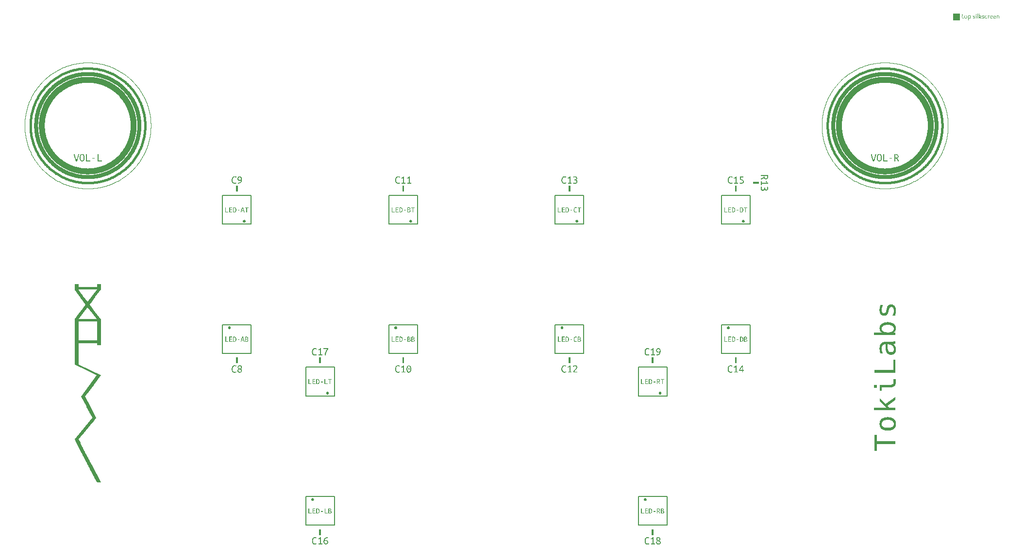
<source format=gto>
G04                                                      *
G04 Greetings!                                           *
G04 This Gerber was generated by PCBmodE, an open source *
G04 PCB design software. Get it here:                    *
G04                                                      *
G04   http://pcbmode.com                                 *
G04                                                      *
G04 Also visit                                           *
G04                                                      *
G04   http://boldport.com                                *
G04                                                      *
G04 and follow @boldport / @pcbmode for updates!         *
G04                                                      *

G04 leading zeros omitted (L); absolute data (A); 6 integer digits and 6 fractional digits *
%FSLAX66Y66*%

G04 mode (MO): millimeters (MM) *
%MOMM*%

G04 Aperture definitions *
%ADD10C,0.001X*%
%ADD11C,0.001X*%
%ADD20C,0.15X*%
%ADD21C,1.00X*%
%ADD24C,0.10X*%
%ADD23C,0.40X*%
%ADD22C,0.70X*%

%LPD*%
D20*
G01X53500000Y-92300000D02*
G01X48500000Y-92300000D01*
G01X48500000Y-87300000D01*
G01X53500000Y-87300000D01*
G01X53500000Y-92300000D01*
G36*
G01X49700000Y-87550000D02*
G01X49700000Y-87550000D01*
G01X49647666Y-87555486D01*
G01X49599114Y-87571191D01*
G01X49555474Y-87595984D01*
G01X49517878Y-87628734D01*
G01X49487456Y-87668311D01*
G01X49465339Y-87713582D01*
G01X49452657Y-87763419D01*
G01X49450000Y-87800000D01*
G01X49450000Y-87800000D01*
G01X49455486Y-87852334D01*
G01X49471191Y-87900886D01*
G01X49495984Y-87944526D01*
G01X49528734Y-87982122D01*
G01X49568311Y-88012544D01*
G01X49613582Y-88034661D01*
G01X49663419Y-88047343D01*
G01X49700000Y-88050000D01*
G01X49700000Y-88050000D01*
G01X49752334Y-88044514D01*
G01X49800886Y-88028809D01*
G01X49844526Y-88004016D01*
G01X49882122Y-87971266D01*
G01X49912544Y-87931689D01*
G01X49934661Y-87886418D01*
G01X49947343Y-87836581D01*
G01X49950000Y-87800000D01*
G01X49950000Y-87800000D01*
G01X49944514Y-87747666D01*
G01X49928809Y-87699114D01*
G01X49904016Y-87655474D01*
G01X49871266Y-87617878D01*
G01X49831689Y-87587456D01*
G01X49786418Y-87565339D01*
G01X49736581Y-87552657D01*
G01X49700000Y-87550000D01*
G37*
D20*
G01X48500000Y-64700000D02*
G01X53500000Y-64700000D01*
G01X53500000Y-69700000D01*
G01X48500000Y-69700000D01*
G01X48500000Y-64700000D01*
G36*
G01X52300000Y-69450000D02*
G01X52300000Y-69450000D01*
G01X52352334Y-69444514D01*
G01X52400886Y-69428809D01*
G01X52444526Y-69404016D01*
G01X52482122Y-69371266D01*
G01X52512544Y-69331689D01*
G01X52534661Y-69286418D01*
G01X52547343Y-69236581D01*
G01X52550000Y-69200000D01*
G01X52550000Y-69200000D01*
G01X52544514Y-69147666D01*
G01X52528809Y-69099114D01*
G01X52504016Y-69055474D01*
G01X52471266Y-69017878D01*
G01X52431689Y-68987456D01*
G01X52386418Y-68965339D01*
G01X52336581Y-68952657D01*
G01X52300000Y-68950000D01*
G01X52300000Y-68950000D01*
G01X52247666Y-68955486D01*
G01X52199114Y-68971191D01*
G01X52155474Y-68995984D01*
G01X52117878Y-69028734D01*
G01X52087456Y-69068311D01*
G01X52065339Y-69113582D01*
G01X52052657Y-69163419D01*
G01X52050000Y-69200000D01*
G01X52050000Y-69200000D01*
G01X52055486Y-69252334D01*
G01X52071191Y-69300886D01*
G01X52095984Y-69344526D01*
G01X52128734Y-69382122D01*
G01X52168311Y-69412544D01*
G01X52213582Y-69434661D01*
G01X52263419Y-69447343D01*
G01X52300000Y-69450000D01*
G37*
D20*
G01X126000000Y-62300000D02*
G01X121000000Y-62300000D01*
G01X121000000Y-57300000D01*
G01X126000000Y-57300000D01*
G01X126000000Y-62300000D01*
G36*
G01X122200000Y-57550000D02*
G01X122200000Y-57550000D01*
G01X122147666Y-57555486D01*
G01X122099114Y-57571191D01*
G01X122055474Y-57595984D01*
G01X122017878Y-57628734D01*
G01X121987456Y-57668311D01*
G01X121965339Y-57713582D01*
G01X121952657Y-57763419D01*
G01X121950000Y-57800000D01*
G01X121950000Y-57800000D01*
G01X121955486Y-57852334D01*
G01X121971191Y-57900886D01*
G01X121995984Y-57944526D01*
G01X122028734Y-57982122D01*
G01X122068311Y-58012544D01*
G01X122113582Y-58034661D01*
G01X122163419Y-58047343D01*
G01X122200000Y-58050000D01*
G01X122200000Y-58050000D01*
G01X122252334Y-58044514D01*
G01X122300886Y-58028809D01*
G01X122344526Y-58004016D01*
G01X122382122Y-57971266D01*
G01X122412544Y-57931689D01*
G01X122434661Y-57886418D01*
G01X122447343Y-57836581D01*
G01X122450000Y-57800000D01*
G01X122450000Y-57800000D01*
G01X122444514Y-57747666D01*
G01X122428809Y-57699114D01*
G01X122404016Y-57655474D01*
G01X122371266Y-57617878D01*
G01X122331689Y-57587456D01*
G01X122286418Y-57565339D01*
G01X122236581Y-57552657D01*
G01X122200000Y-57550000D01*
G37*
D20*
G01X121000000Y-34700000D02*
G01X126000000Y-34700000D01*
G01X126000000Y-39700000D01*
G01X121000000Y-39700000D01*
G01X121000000Y-34700000D01*
G36*
G01X124800000Y-39450000D02*
G01X124800000Y-39450000D01*
G01X124852334Y-39444514D01*
G01X124900886Y-39428809D01*
G01X124944526Y-39404016D01*
G01X124982122Y-39371266D01*
G01X125012544Y-39331689D01*
G01X125034661Y-39286418D01*
G01X125047343Y-39236581D01*
G01X125050000Y-39200000D01*
G01X125050000Y-39200000D01*
G01X125044514Y-39147666D01*
G01X125028809Y-39099114D01*
G01X125004016Y-39055474D01*
G01X124971266Y-39017878D01*
G01X124931689Y-38987456D01*
G01X124886418Y-38965339D01*
G01X124836581Y-38952657D01*
G01X124800000Y-38950000D01*
G01X124800000Y-38950000D01*
G01X124747666Y-38955486D01*
G01X124699114Y-38971191D01*
G01X124655474Y-38995984D01*
G01X124617878Y-39028734D01*
G01X124587456Y-39068311D01*
G01X124565339Y-39113582D01*
G01X124552657Y-39163419D01*
G01X124550000Y-39200000D01*
G01X124550000Y-39200000D01*
G01X124555486Y-39252334D01*
G01X124571191Y-39300886D01*
G01X124595984Y-39344526D01*
G01X124628734Y-39382122D01*
G01X124668311Y-39412544D01*
G01X124713582Y-39434661D01*
G01X124763419Y-39447343D01*
G01X124800000Y-39450000D01*
G37*
D20*
G01X111500000Y-92300000D02*
G01X106500000Y-92300000D01*
G01X106500000Y-87300000D01*
G01X111500000Y-87300000D01*
G01X111500000Y-92300000D01*
G36*
G01X107700000Y-87550000D02*
G01X107700000Y-87550000D01*
G01X107647666Y-87555486D01*
G01X107599114Y-87571191D01*
G01X107555474Y-87595984D01*
G01X107517878Y-87628734D01*
G01X107487456Y-87668311D01*
G01X107465339Y-87713582D01*
G01X107452657Y-87763419D01*
G01X107450000Y-87800000D01*
G01X107450000Y-87800000D01*
G01X107455486Y-87852334D01*
G01X107471191Y-87900886D01*
G01X107495984Y-87944526D01*
G01X107528734Y-87982122D01*
G01X107568311Y-88012544D01*
G01X107613582Y-88034661D01*
G01X107663419Y-88047343D01*
G01X107700000Y-88050000D01*
G01X107700000Y-88050000D01*
G01X107752334Y-88044514D01*
G01X107800886Y-88028809D01*
G01X107844526Y-88004016D01*
G01X107882122Y-87971266D01*
G01X107912544Y-87931689D01*
G01X107934661Y-87886418D01*
G01X107947343Y-87836581D01*
G01X107950000Y-87800000D01*
G01X107950000Y-87800000D01*
G01X107944514Y-87747666D01*
G01X107928809Y-87699114D01*
G01X107904016Y-87655474D01*
G01X107871266Y-87617878D01*
G01X107831689Y-87587456D01*
G01X107786418Y-87565339D01*
G01X107736581Y-87552657D01*
G01X107700000Y-87550000D01*
G37*
D20*
G01X106500000Y-64700000D02*
G01X111500000Y-64700000D01*
G01X111500000Y-69700000D01*
G01X106500000Y-69700000D01*
G01X106500000Y-64700000D01*
G36*
G01X110300000Y-69450000D02*
G01X110300000Y-69450000D01*
G01X110352334Y-69444514D01*
G01X110400886Y-69428809D01*
G01X110444526Y-69404016D01*
G01X110482122Y-69371266D01*
G01X110512544Y-69331689D01*
G01X110534661Y-69286418D01*
G01X110547343Y-69236581D01*
G01X110550000Y-69200000D01*
G01X110550000Y-69200000D01*
G01X110544514Y-69147666D01*
G01X110528809Y-69099114D01*
G01X110504016Y-69055474D01*
G01X110471266Y-69017878D01*
G01X110431689Y-68987456D01*
G01X110386418Y-68965339D01*
G01X110336581Y-68952657D01*
G01X110300000Y-68950000D01*
G01X110300000Y-68950000D01*
G01X110247666Y-68955486D01*
G01X110199114Y-68971191D01*
G01X110155474Y-68995984D01*
G01X110117878Y-69028734D01*
G01X110087456Y-69068311D01*
G01X110065339Y-69113582D01*
G01X110052657Y-69163419D01*
G01X110050000Y-69200000D01*
G01X110050000Y-69200000D01*
G01X110055486Y-69252334D01*
G01X110071191Y-69300886D01*
G01X110095984Y-69344526D01*
G01X110128734Y-69382122D01*
G01X110168311Y-69412544D01*
G01X110213582Y-69434661D01*
G01X110263419Y-69447343D01*
G01X110300000Y-69450000D01*
G37*
D20*
G01X97000000Y-62300000D02*
G01X92000000Y-62300000D01*
G01X92000000Y-57300000D01*
G01X97000000Y-57300000D01*
G01X97000000Y-62300000D01*
G36*
G01X93200000Y-57550000D02*
G01X93200000Y-57550000D01*
G01X93147666Y-57555486D01*
G01X93099114Y-57571191D01*
G01X93055474Y-57595984D01*
G01X93017878Y-57628734D01*
G01X92987456Y-57668311D01*
G01X92965339Y-57713582D01*
G01X92952657Y-57763419D01*
G01X92950000Y-57800000D01*
G01X92950000Y-57800000D01*
G01X92955486Y-57852334D01*
G01X92971191Y-57900886D01*
G01X92995984Y-57944526D01*
G01X93028734Y-57982122D01*
G01X93068311Y-58012544D01*
G01X93113582Y-58034661D01*
G01X93163419Y-58047343D01*
G01X93200000Y-58050000D01*
G01X93200000Y-58050000D01*
G01X93252334Y-58044514D01*
G01X93300886Y-58028809D01*
G01X93344526Y-58004016D01*
G01X93382122Y-57971266D01*
G01X93412544Y-57931689D01*
G01X93434661Y-57886418D01*
G01X93447343Y-57836581D01*
G01X93450000Y-57800000D01*
G01X93450000Y-57800000D01*
G01X93444514Y-57747666D01*
G01X93428809Y-57699114D01*
G01X93404016Y-57655474D01*
G01X93371266Y-57617878D01*
G01X93331689Y-57587456D01*
G01X93286418Y-57565339D01*
G01X93236581Y-57552657D01*
G01X93200000Y-57550000D01*
G37*
D20*
G01X92000000Y-34700000D02*
G01X97000000Y-34700000D01*
G01X97000000Y-39700000D01*
G01X92000000Y-39700000D01*
G01X92000000Y-34700000D01*
G36*
G01X95800000Y-39450000D02*
G01X95800000Y-39450000D01*
G01X95852334Y-39444514D01*
G01X95900886Y-39428809D01*
G01X95944526Y-39404016D01*
G01X95982122Y-39371266D01*
G01X96012544Y-39331689D01*
G01X96034661Y-39286418D01*
G01X96047343Y-39236581D01*
G01X96050000Y-39200000D01*
G01X96050000Y-39200000D01*
G01X96044514Y-39147666D01*
G01X96028809Y-39099114D01*
G01X96004016Y-39055474D01*
G01X95971266Y-39017878D01*
G01X95931689Y-38987456D01*
G01X95886418Y-38965339D01*
G01X95836581Y-38952657D01*
G01X95800000Y-38950000D01*
G01X95800000Y-38950000D01*
G01X95747666Y-38955486D01*
G01X95699114Y-38971191D01*
G01X95655474Y-38995984D01*
G01X95617878Y-39028734D01*
G01X95587456Y-39068311D01*
G01X95565339Y-39113582D01*
G01X95552657Y-39163419D01*
G01X95550000Y-39200000D01*
G01X95550000Y-39200000D01*
G01X95555486Y-39252334D01*
G01X95571191Y-39300886D01*
G01X95595984Y-39344526D01*
G01X95628734Y-39382122D01*
G01X95668311Y-39412544D01*
G01X95713582Y-39434661D01*
G01X95763419Y-39447343D01*
G01X95800000Y-39450000D01*
G37*
G36*
G01X127500000Y-32350000D02*
G01X127500000Y-32650000D01*
G01X126500000Y-32650000D01*
G01X126500000Y-32350000D01*
G01X127500000Y-32350000D01*
G37*
D20*
G01X68000000Y-62300000D02*
G01X63000000Y-62300000D01*
G01X63000000Y-57300000D01*
G01X68000000Y-57300000D01*
G01X68000000Y-62300000D01*
G36*
G01X64200000Y-57550000D02*
G01X64200000Y-57550000D01*
G01X64147666Y-57555486D01*
G01X64099114Y-57571191D01*
G01X64055474Y-57595984D01*
G01X64017878Y-57628734D01*
G01X63987456Y-57668311D01*
G01X63965339Y-57713582D01*
G01X63952657Y-57763419D01*
G01X63950000Y-57800000D01*
G01X63950000Y-57800000D01*
G01X63955486Y-57852334D01*
G01X63971191Y-57900886D01*
G01X63995984Y-57944526D01*
G01X64028734Y-57982122D01*
G01X64068311Y-58012544D01*
G01X64113582Y-58034661D01*
G01X64163419Y-58047343D01*
G01X64200000Y-58050000D01*
G01X64200000Y-58050000D01*
G01X64252334Y-58044514D01*
G01X64300886Y-58028809D01*
G01X64344526Y-58004016D01*
G01X64382122Y-57971266D01*
G01X64412544Y-57931689D01*
G01X64434661Y-57886418D01*
G01X64447343Y-57836581D01*
G01X64450000Y-57800000D01*
G01X64450000Y-57800000D01*
G01X64444514Y-57747666D01*
G01X64428809Y-57699114D01*
G01X64404016Y-57655474D01*
G01X64371266Y-57617878D01*
G01X64331689Y-57587456D01*
G01X64286418Y-57565339D01*
G01X64236581Y-57552657D01*
G01X64200000Y-57550000D01*
G37*
G36*
G01X36350000Y-33000000D02*
G01X36650000Y-33000000D01*
G01X36650000Y-34000000D01*
G01X36350000Y-34000000D01*
G01X36350000Y-33000000D01*
G37*
G36*
G01X36350000Y-63000000D02*
G01X36650000Y-63000000D01*
G01X36650000Y-64000000D01*
G01X36350000Y-64000000D01*
G01X36350000Y-63000000D01*
G37*
D20*
G01X63000000Y-34700000D02*
G01X68000000Y-34700000D01*
G01X68000000Y-39700000D01*
G01X63000000Y-39700000D01*
G01X63000000Y-34700000D01*
G36*
G01X66800000Y-39450000D02*
G01X66800000Y-39450000D01*
G01X66852334Y-39444514D01*
G01X66900886Y-39428809D01*
G01X66944526Y-39404016D01*
G01X66982122Y-39371266D01*
G01X67012544Y-39331689D01*
G01X67034661Y-39286418D01*
G01X67047343Y-39236581D01*
G01X67050000Y-39200000D01*
G01X67050000Y-39200000D01*
G01X67044514Y-39147666D01*
G01X67028809Y-39099114D01*
G01X67004016Y-39055474D01*
G01X66971266Y-39017878D01*
G01X66931689Y-38987456D01*
G01X66886418Y-38965339D01*
G01X66836581Y-38952657D01*
G01X66800000Y-38950000D01*
G01X66800000Y-38950000D01*
G01X66747666Y-38955486D01*
G01X66699114Y-38971191D01*
G01X66655474Y-38995984D01*
G01X66617878Y-39028734D01*
G01X66587456Y-39068311D01*
G01X66565339Y-39113582D01*
G01X66552657Y-39163419D01*
G01X66550000Y-39200000D01*
G01X66550000Y-39200000D01*
G01X66555486Y-39252334D01*
G01X66571191Y-39300886D01*
G01X66595984Y-39344526D01*
G01X66628734Y-39382122D01*
G01X66668311Y-39412544D01*
G01X66713582Y-39434661D01*
G01X66763419Y-39447343D01*
G01X66800000Y-39450000D01*
G37*
G36*
G01X108850000Y-63000000D02*
G01X109150000Y-63000000D01*
G01X109150000Y-64000000D01*
G01X108850000Y-64000000D01*
G01X108850000Y-63000000D01*
G37*
G36*
G01X108850000Y-93000000D02*
G01X109150000Y-93000000D01*
G01X109150000Y-94000000D01*
G01X108850000Y-94000000D01*
G01X108850000Y-93000000D01*
G37*
G36*
G01X94350000Y-33000000D02*
G01X94650000Y-33000000D01*
G01X94650000Y-34000000D01*
G01X94350000Y-34000000D01*
G01X94350000Y-33000000D01*
G37*
G36*
G01X94350000Y-63000000D02*
G01X94650000Y-63000000D01*
G01X94650000Y-64000000D01*
G01X94350000Y-64000000D01*
G01X94350000Y-63000000D01*
G37*
G36*
G01X65350000Y-33000000D02*
G01X65650000Y-33000000D01*
G01X65650000Y-34000000D01*
G01X65350000Y-34000000D01*
G01X65350000Y-33000000D01*
G37*
G36*
G01X65350000Y-63000000D02*
G01X65650000Y-63000000D01*
G01X65650000Y-64000000D01*
G01X65350000Y-64000000D01*
G01X65350000Y-63000000D01*
G37*
G36*
G01X50850000Y-63000000D02*
G01X51150000Y-63000000D01*
G01X51150000Y-64000000D01*
G01X50850000Y-64000000D01*
G01X50850000Y-63000000D01*
G37*
G36*
G01X50850000Y-93000000D02*
G01X51150000Y-93000000D01*
G01X51150000Y-94000000D01*
G01X50850000Y-94000000D01*
G01X50850000Y-93000000D01*
G37*
G36*
G01X123350000Y-33000000D02*
G01X123650000Y-33000000D01*
G01X123650000Y-34000000D01*
G01X123350000Y-34000000D01*
G01X123350000Y-33000000D01*
G37*
G36*
G01X123350000Y-63000000D02*
G01X123650000Y-63000000D01*
G01X123650000Y-64000000D01*
G01X123350000Y-64000000D01*
G01X123350000Y-63000000D01*
G37*
D20*
G01X34000000Y-34700000D02*
G01X39000000Y-34700000D01*
G01X39000000Y-39700000D01*
G01X34000000Y-39700000D01*
G01X34000000Y-34700000D01*
G36*
G01X37800000Y-39450000D02*
G01X37800000Y-39450000D01*
G01X37852334Y-39444514D01*
G01X37900886Y-39428809D01*
G01X37944526Y-39404016D01*
G01X37982122Y-39371266D01*
G01X38012544Y-39331689D01*
G01X38034661Y-39286418D01*
G01X38047343Y-39236581D01*
G01X38050000Y-39200000D01*
G01X38050000Y-39200000D01*
G01X38044514Y-39147666D01*
G01X38028809Y-39099114D01*
G01X38004016Y-39055474D01*
G01X37971266Y-39017878D01*
G01X37931689Y-38987456D01*
G01X37886418Y-38965339D01*
G01X37836581Y-38952657D01*
G01X37800000Y-38950000D01*
G01X37800000Y-38950000D01*
G01X37747666Y-38955486D01*
G01X37699114Y-38971191D01*
G01X37655474Y-38995984D01*
G01X37617878Y-39028734D01*
G01X37587456Y-39068311D01*
G01X37565339Y-39113582D01*
G01X37552657Y-39163419D01*
G01X37550000Y-39200000D01*
G01X37550000Y-39200000D01*
G01X37555486Y-39252334D01*
G01X37571191Y-39300886D01*
G01X37595984Y-39344526D01*
G01X37628734Y-39382122D01*
G01X37668311Y-39412544D01*
G01X37713582Y-39434661D01*
G01X37763419Y-39447343D01*
G01X37800000Y-39450000D01*
G37*
D20*
G01X39000000Y-62300000D02*
G01X34000000Y-62300000D01*
G01X34000000Y-57300000D01*
G01X39000000Y-57300000D01*
G01X39000000Y-62300000D01*
G36*
G01X35200000Y-57550000D02*
G01X35200000Y-57550000D01*
G01X35147666Y-57555486D01*
G01X35099114Y-57571191D01*
G01X35055474Y-57595984D01*
G01X35017878Y-57628734D01*
G01X34987456Y-57668311D01*
G01X34965339Y-57713582D01*
G01X34952657Y-57763419D01*
G01X34950000Y-57800000D01*
G01X34950000Y-57800000D01*
G01X34955486Y-57852334D01*
G01X34971191Y-57900886D01*
G01X34995984Y-57944526D01*
G01X35028734Y-57982122D01*
G01X35068311Y-58012544D01*
G01X35113582Y-58034661D01*
G01X35163419Y-58047343D01*
G01X35200000Y-58050000D01*
G01X35200000Y-58050000D01*
G01X35252334Y-58044514D01*
G01X35300886Y-58028809D01*
G01X35344526Y-58004016D01*
G01X35382122Y-57971266D01*
G01X35412544Y-57931689D01*
G01X35434661Y-57886418D01*
G01X35447343Y-57836581D01*
G01X35450000Y-57800000D01*
G01X35450000Y-57800000D01*
G01X35444514Y-57747666D01*
G01X35428809Y-57699114D01*
G01X35404016Y-57655474D01*
G01X35371266Y-57617878D01*
G01X35331689Y-57587456D01*
G01X35286418Y-57565339D01*
G01X35236581Y-57552657D01*
G01X35200000Y-57550000D01*
G37*
G36*
G01X148134033Y-78140820D02*
G01X148134033Y-79285840D01*
G01X147718994Y-79285840D01*
G01X147718994Y-76505078D01*
G01X148134033Y-76505078D01*
G01X148134033Y-77645215D01*
G01X151364013Y-77645215D01*
G01X151364013Y-78140820D01*
G01X148134033Y-78140820D01*
G37*
G36*
G01X151434814Y-74586425D02*
G01X151434814Y-74586425D01*
G01X151432251Y-74668630D01*
G01X151425293Y-74746162D01*
G01X151415039Y-74818083D01*
G01X151402588Y-74883457D01*
G01X151389038Y-74941345D01*
G01X151375488Y-74990810D01*
G01X151363037Y-75030915D01*
G01X151352783Y-75060722D01*
G01X151345825Y-75079294D01*
G01X151343262Y-75085693D01*
G01X151343262Y-75085693D01*
G01X151343262Y-75085693D01*
G01X151310091Y-75155251D01*
G01X151272468Y-75219262D01*
G01X151232584Y-75277053D01*
G01X151192635Y-75327952D01*
G01X151154812Y-75371286D01*
G01X151121309Y-75406382D01*
G01X151094320Y-75432569D01*
G01X151076039Y-75449173D01*
G01X151068658Y-75455521D01*
G01X151068603Y-75455566D01*
G01X151068603Y-75455566D01*
G01X151009443Y-75499299D01*
G01X150947617Y-75538242D01*
G01X150885220Y-75572439D01*
G01X150824346Y-75601933D01*
G01X150767090Y-75626770D01*
G01X150715547Y-75646992D01*
G01X150671811Y-75662644D01*
G01X150637978Y-75673769D01*
G01X150616142Y-75680412D01*
G01X150608398Y-75682617D01*
G01X150608398Y-75682617D01*
G01X150608398Y-75682617D01*
G01X150534110Y-75700666D01*
G01X150458132Y-75715476D01*
G01X150382274Y-75727367D01*
G01X150308346Y-75736659D01*
G01X150238158Y-75743673D01*
G01X150173519Y-75748730D01*
G01X150116241Y-75752149D01*
G01X150068132Y-75754251D01*
G01X150031004Y-75755357D01*
G01X150006666Y-75755786D01*
G01X149996928Y-75755859D01*
G01X149996826Y-75755859D01*
G01X149996826Y-75755859D01*
G01X149895245Y-75753682D01*
G01X149798535Y-75747451D01*
G01X149706732Y-75737616D01*
G01X149619873Y-75724629D01*
G01X149537994Y-75708938D01*
G01X149461133Y-75690996D01*
G01X149389325Y-75671252D01*
G01X149322607Y-75650156D01*
G01X149261017Y-75628159D01*
G01X149204590Y-75605713D01*
G01X149153363Y-75583266D01*
G01X149107373Y-75561269D01*
G01X149066656Y-75540174D01*
G01X149031250Y-75520429D01*
G01X149001190Y-75502487D01*
G01X148976513Y-75486797D01*
G01X148957257Y-75473809D01*
G01X148943457Y-75463974D01*
G01X148935150Y-75457743D01*
G01X148932373Y-75455566D01*
G01X148932373Y-75455566D01*
G01X148932373Y-75455566D01*
G01X148869917Y-75398794D01*
G01X148814947Y-75337306D01*
G01X148766984Y-75272188D01*
G01X148725550Y-75204525D01*
G01X148690168Y-75135403D01*
G01X148660360Y-75065905D01*
G01X148635649Y-74997119D01*
G01X148615556Y-74930129D01*
G01X148599604Y-74866021D01*
G01X148587314Y-74805879D01*
G01X148578210Y-74750789D01*
G01X148571813Y-74701836D01*
G01X148567646Y-74660105D01*
G01X148565231Y-74626683D01*
G01X148564089Y-74602654D01*
G01X148563744Y-74589102D01*
G01X148563720Y-74586425D01*
G01X148563720Y-74586425D01*
G01X148566352Y-74500981D01*
G01X148573496Y-74420986D01*
G01X148584023Y-74347275D01*
G01X148596806Y-74280683D01*
G01X148610718Y-74222046D01*
G01X148624629Y-74172197D01*
G01X148637412Y-74131972D01*
G01X148647939Y-74102207D01*
G01X148655083Y-74083735D01*
G01X148657715Y-74077392D01*
G01X148657715Y-74077392D01*
G01X148657715Y-74077392D01*
G01X148691523Y-74008719D01*
G01X148729489Y-73945712D01*
G01X148769477Y-73888984D01*
G01X148809352Y-73839150D01*
G01X148846980Y-73796825D01*
G01X148880226Y-73762622D01*
G01X148906954Y-73737155D01*
G01X148925030Y-73721039D01*
G01X148932319Y-73714887D01*
G01X148932373Y-73714843D01*
G01X148932373Y-73714843D01*
G01X148990309Y-73672014D01*
G01X149052285Y-73633464D01*
G01X149117542Y-73598968D01*
G01X149185322Y-73568300D01*
G01X149254867Y-73541237D01*
G01X149325420Y-73517551D01*
G01X149396221Y-73497018D01*
G01X149466513Y-73479414D01*
G01X149535539Y-73464512D01*
G01X149602539Y-73452087D01*
G01X149666756Y-73441915D01*
G01X149727431Y-73433769D01*
G01X149783808Y-73427426D01*
G01X149835127Y-73422658D01*
G01X149880630Y-73419243D01*
G01X149919560Y-73416953D01*
G01X149951159Y-73415564D01*
G01X149974668Y-73414851D01*
G01X149989329Y-73414588D01*
G01X149994385Y-73414550D01*
G01X149994385Y-73414550D01*
G01X149994385Y-73414550D01*
G01X150076575Y-73415904D01*
G01X150155173Y-73419659D01*
G01X150229586Y-73425359D01*
G01X150299221Y-73432545D01*
G01X150363486Y-73440761D01*
G01X150421789Y-73449549D01*
G01X150473537Y-73458451D01*
G01X150518137Y-73467010D01*
G01X150554997Y-73474769D01*
G01X150583525Y-73481269D01*
G01X150603128Y-73486054D01*
G01X150613213Y-73488665D01*
G01X150614502Y-73489013D01*
G01X150614502Y-73489013D01*
G01X150693069Y-73513431D01*
G01X150765791Y-73541093D01*
G01X150832097Y-73570631D01*
G01X150891416Y-73600674D01*
G01X150943176Y-73629852D01*
G01X150986806Y-73656797D01*
G01X151021736Y-73680138D01*
G01X151047392Y-73698506D01*
G01X151063205Y-73710531D01*
G01X151068603Y-73714843D01*
G01X151068603Y-73714843D01*
G01X151068603Y-73714843D01*
G01X151125026Y-73765411D01*
G01X151175028Y-73818887D01*
G01X151218571Y-73872952D01*
G01X151255617Y-73925285D01*
G01X151286126Y-73973566D01*
G01X151310059Y-74015475D01*
G01X151327377Y-74048692D01*
G01X151338041Y-74070896D01*
G01X151342013Y-74079768D01*
G01X151342041Y-74079834D01*
G01X151342041Y-74079834D01*
G01X151367182Y-74147115D01*
G01X151387314Y-74216425D01*
G01X151402993Y-74285619D01*
G01X151414775Y-74352549D01*
G01X151423218Y-74415069D01*
G01X151428877Y-74471035D01*
G01X151432309Y-74518299D01*
G01X151434072Y-74554716D01*
G01X151434721Y-74578141D01*
G01X151434814Y-74586425D01*
G01X151434814Y-74586425D01*
G37*
%LPC*%
G36*
G01X151053955Y-74586425D02*
G01X151053955Y-74586425D01*
G01X151047821Y-74497580D01*
G01X151030984Y-74416954D01*
G01X151005794Y-74344578D01*
G01X150974600Y-74280486D01*
G01X150939752Y-74224709D01*
G01X150903599Y-74177279D01*
G01X150868489Y-74138228D01*
G01X150836774Y-74107589D01*
G01X150810801Y-74085393D01*
G01X150792920Y-74071672D01*
G01X150785480Y-74066459D01*
G01X150785400Y-74066406D01*
G01X150785400Y-74066406D01*
G01X150726049Y-74032016D01*
G01X150660827Y-74002431D01*
G01X150591324Y-73977292D01*
G01X150519135Y-73956235D01*
G01X150445853Y-73938899D01*
G01X150373069Y-73924922D01*
G01X150302377Y-73913942D01*
G01X150235369Y-73905598D01*
G01X150173638Y-73899529D01*
G01X150118777Y-73895371D01*
G01X150072378Y-73892763D01*
G01X150036035Y-73891345D01*
G01X150011340Y-73890753D01*
G01X149999885Y-73890626D01*
G01X149999267Y-73890625D01*
G01X149999267Y-73890625D01*
G01X149893766Y-73893088D01*
G01X149795692Y-73899996D01*
G01X149705082Y-73910625D01*
G01X149621971Y-73924251D01*
G01X149546393Y-73940151D01*
G01X149478384Y-73957602D01*
G01X149417979Y-73975879D01*
G01X149365214Y-73994260D01*
G01X149320123Y-74012020D01*
G01X149282741Y-74028437D01*
G01X149253105Y-74042787D01*
G01X149231248Y-74054346D01*
G01X149217207Y-74062391D01*
G01X149211015Y-74066198D01*
G01X149210693Y-74066406D01*
G01X149210693Y-74066406D01*
G01X149145115Y-74117587D01*
G01X149091306Y-74174712D01*
G01X149048102Y-74235539D01*
G01X149014340Y-74297825D01*
G01X148988854Y-74359329D01*
G01X148970482Y-74417807D01*
G01X148958059Y-74471016D01*
G01X148950422Y-74516715D01*
G01X148946405Y-74552661D01*
G01X148944846Y-74576611D01*
G01X148944580Y-74586323D01*
G01X148944580Y-74586425D01*
G01X148944580Y-74586425D01*
G01X148950658Y-74674669D01*
G01X148967342Y-74754802D01*
G01X148992303Y-74826781D01*
G01X149023213Y-74890564D01*
G01X149057745Y-74946107D01*
G01X149093569Y-74993368D01*
G01X149128359Y-75032305D01*
G01X149159787Y-75062874D01*
G01X149185524Y-75085033D01*
G01X149203242Y-75098740D01*
G01X149210614Y-75103951D01*
G01X149210693Y-75104004D01*
G01X149210693Y-75104004D01*
G01X149270522Y-75138394D01*
G01X149336155Y-75167978D01*
G01X149406007Y-75193118D01*
G01X149478488Y-75214175D01*
G01X149552012Y-75231511D01*
G01X149624990Y-75245488D01*
G01X149695834Y-75256467D01*
G01X149762958Y-75264811D01*
G01X149824773Y-75270881D01*
G01X149879692Y-75275039D01*
G01X149926127Y-75277646D01*
G01X149962490Y-75279065D01*
G01X149987193Y-75279657D01*
G01X149998650Y-75279783D01*
G01X149999267Y-75279785D01*
G01X149999267Y-75279785D01*
G01X150104735Y-75277321D01*
G01X150202712Y-75270414D01*
G01X150293175Y-75259785D01*
G01X150376097Y-75246159D01*
G01X150451454Y-75230258D01*
G01X150519220Y-75212808D01*
G01X150579371Y-75194531D01*
G01X150631881Y-75176150D01*
G01X150676726Y-75158389D01*
G01X150713879Y-75141972D01*
G01X150743317Y-75127623D01*
G01X150765013Y-75116064D01*
G01X150778943Y-75108019D01*
G01X150785081Y-75104212D01*
G01X150785400Y-75104004D01*
G01X150785400Y-75104004D01*
G01X150851580Y-75052879D01*
G01X150905882Y-74995907D01*
G01X150949483Y-74935308D01*
G01X150983555Y-74873305D01*
G01X151009274Y-74812119D01*
G01X151027815Y-74753970D01*
G01X151040352Y-74701079D01*
G01X151048060Y-74655669D01*
G01X151052113Y-74619959D01*
G01X151053686Y-74596172D01*
G01X151053955Y-74586528D01*
G01X151053955Y-74586425D01*
G37*
%LPD*%
G36*
G01X147565185Y-72228320D02*
G01X147565185Y-71764453D01*
G01X149764892Y-71764453D01*
G01X148629638Y-70585254D01*
G01X148629638Y-70038379D01*
G01X149659912Y-71115039D01*
G01X151364013Y-69869922D01*
G01X151364013Y-70419238D01*
G01X149952881Y-71429980D01*
G01X150267822Y-71764453D01*
G01X151364013Y-71764453D01*
G01X151364013Y-72228320D01*
G01X147565185Y-72228320D01*
G37*
G36*
G01X148134033Y-68192968D02*
G01X148134033Y-68192968D01*
G01X148103972Y-68253348D01*
G01X148063702Y-68266084D01*
G01X148060791Y-68266211D01*
G01X147638428Y-68266211D01*
G01X147638428Y-68266211D01*
G01X147578048Y-68236150D01*
G01X147565312Y-68195879D01*
G01X147565185Y-68192968D01*
G01X147565185Y-67841406D01*
G01X147565185Y-67841406D01*
G01X147595246Y-67781026D01*
G01X147635517Y-67768290D01*
G01X147638428Y-67768164D01*
G01X148060791Y-67768164D01*
G01X148060791Y-67768164D01*
G01X148121171Y-67798225D01*
G01X148133906Y-67838495D01*
G01X148134033Y-67841406D01*
G01X148134033Y-68192968D01*
G37*
G36*
G01X151383545Y-67372656D02*
G01X151383545Y-67372656D01*
G01X151380291Y-67452004D01*
G01X151371869Y-67524725D01*
G01X151360289Y-67588931D01*
G01X151347560Y-67642731D01*
G01X151335693Y-67684238D01*
G01X151326697Y-67711561D01*
G01X151322582Y-67722813D01*
G01X151322510Y-67722998D01*
G01X151322510Y-67722998D01*
G01X151290652Y-67789939D01*
G01X151252878Y-67850164D01*
G01X151213489Y-67902068D01*
G01X151176787Y-67944043D01*
G01X151147072Y-67974482D01*
G01X151128645Y-67991778D01*
G01X151124756Y-67995215D01*
G01X151124756Y-67995215D01*
G01X151067488Y-68038680D01*
G01X151005321Y-68076071D01*
G01X150939671Y-68107845D01*
G01X150871955Y-68134459D01*
G01X150803590Y-68156370D01*
G01X150735994Y-68174035D01*
G01X150670582Y-68187912D01*
G01X150608773Y-68198457D01*
G01X150551981Y-68206129D01*
G01X150501626Y-68211384D01*
G01X150459123Y-68214679D01*
G01X150425889Y-68216473D01*
G01X150403341Y-68217221D01*
G01X150392897Y-68217381D01*
G01X150392334Y-68217383D01*
G01X148981201Y-68217383D01*
G01X148981201Y-68815527D01*
G01X148629638Y-68815527D01*
G01X148629638Y-67768164D01*
G01X150392334Y-67768164D01*
G01X150392334Y-67768164D01*
G01X150487462Y-67764386D01*
G01X150571443Y-67754249D01*
G01X150644296Y-67739546D01*
G01X150706042Y-67722070D01*
G01X150756699Y-67703617D01*
G01X150796287Y-67685978D01*
G01X150824825Y-67670949D01*
G01X150842333Y-67660323D01*
G01X150848831Y-67655893D01*
G01X150848877Y-67655859D01*
G01X150848877Y-67655859D01*
G01X150906377Y-67603490D01*
G01X150944171Y-67554038D01*
G01X150963222Y-67521329D01*
G01X150966064Y-67515478D01*
G01X150966064Y-67515478D01*
G01X150988439Y-67446681D01*
G01X150999121Y-67382876D01*
G01X151002434Y-67339201D01*
G01X151002685Y-67328711D01*
G01X151002685Y-66803808D01*
G01X151383545Y-66803808D01*
G01X151383545Y-67372656D01*
G37*
G36*
G01X147718994Y-65634668D02*
G01X147718994Y-65139062D01*
G01X150948974Y-65139062D01*
G01X150948974Y-63378808D01*
G01X151364013Y-63378808D01*
G01X151364013Y-65634668D01*
G01X147718994Y-65634668D01*
G37*
G36*
G01X151434814Y-61596875D02*
G01X151434814Y-61596875D01*
G01X151431496Y-61683440D01*
G01X151422189Y-61764626D01*
G01X151407870Y-61840290D01*
G01X151389512Y-61910292D01*
G01X151368091Y-61974492D01*
G01X151344582Y-62032749D01*
G01X151319958Y-62084921D01*
G01X151295195Y-62130870D01*
G01X151271267Y-62170453D01*
G01X151249150Y-62203530D01*
G01X151229818Y-62229961D01*
G01X151214245Y-62249604D01*
G01X151203407Y-62262319D01*
G01X151198278Y-62267966D01*
G01X151197998Y-62268261D01*
G01X151197998Y-62268261D01*
G01X151141788Y-62320514D01*
G01X151084130Y-62364531D01*
G01X151029765Y-62399954D01*
G01X150983433Y-62426421D01*
G01X150949873Y-62443574D01*
G01X150933825Y-62451051D01*
G01X150933105Y-62451367D01*
G01X150933105Y-62451367D01*
G01X150866118Y-62475357D01*
G01X150796372Y-62492681D01*
G01X150728428Y-62504423D01*
G01X150666850Y-62511670D01*
G01X150616200Y-62515505D01*
G01X150581039Y-62517015D01*
G01X150565929Y-62517284D01*
G01X150565674Y-62517285D01*
G01X150565674Y-62517285D01*
G01X150473957Y-62512974D01*
G01X150388539Y-62500885D01*
G01X150309477Y-62482285D01*
G01X150236826Y-62458439D01*
G01X150170640Y-62430614D01*
G01X150110975Y-62400075D01*
G01X150057886Y-62368090D01*
G01X150011429Y-62335924D01*
G01X149971659Y-62304843D01*
G01X149938630Y-62276113D01*
G01X149912399Y-62251001D01*
G01X149893021Y-62230773D01*
G01X149880550Y-62216694D01*
G01X149875043Y-62210032D01*
G01X149874756Y-62209668D01*
G01X149874756Y-62209668D01*
G01X149834635Y-62152203D01*
G01X149799323Y-62089563D01*
G01X149768512Y-62022897D01*
G01X149741896Y-61953359D01*
G01X149719167Y-61882099D01*
G01X149700019Y-61810270D01*
G01X149684145Y-61739023D01*
G01X149671238Y-61669510D01*
G01X149660990Y-61602883D01*
G01X149653095Y-61540293D01*
G01X149647247Y-61482892D01*
G01X149643138Y-61431831D01*
G01X149640461Y-61388264D01*
G01X149638909Y-61353340D01*
G01X149638176Y-61328213D01*
G01X149637954Y-61314033D01*
G01X149637939Y-61311230D01*
G01X149637939Y-60708203D01*
G01X149567138Y-60708203D01*
G01X149567138Y-60708203D01*
G01X149486598Y-60711753D01*
G01X149415778Y-60720467D01*
G01X149357753Y-60731440D01*
G01X149315600Y-60741767D01*
G01X149292392Y-60748545D01*
G01X149288818Y-60749707D01*
G01X149288818Y-60749707D01*
G01X149215299Y-60781800D01*
G01X149157122Y-60817991D01*
G01X149116160Y-60850325D01*
G01X149094283Y-60870848D01*
G01X149091064Y-60874218D01*
G01X149091064Y-60874218D01*
G01X149049767Y-60930063D01*
G01X149018159Y-60989298D01*
G01X148996241Y-61041751D01*
G01X148984013Y-61077246D01*
G01X148981201Y-61086621D01*
G01X148981201Y-61086621D01*
G01X148965519Y-61156588D01*
G01X148955108Y-61227698D01*
G01X148948888Y-61293473D01*
G01X148945780Y-61347438D01*
G01X148944703Y-61383114D01*
G01X148944580Y-61394238D01*
G01X148944580Y-61394238D01*
G01X148946797Y-61470549D01*
G01X148952747Y-61545147D01*
G01X148961377Y-61616139D01*
G01X148971635Y-61681635D01*
G01X148982466Y-61739744D01*
G01X148992819Y-61788573D01*
G01X149001641Y-61826233D01*
G01X149007878Y-61850831D01*
G01X149010478Y-61860476D01*
G01X149010498Y-61860547D01*
G01X149010498Y-61860547D01*
G01X149034216Y-61937806D01*
G01X149060864Y-62012206D01*
G01X149088941Y-62082129D01*
G01X149116945Y-62145957D01*
G01X149143375Y-62202071D01*
G01X149166730Y-62248853D01*
G01X149185509Y-62284684D01*
G01X149198209Y-62307948D01*
G01X149203331Y-62317024D01*
G01X149203369Y-62317090D01*
G01X148754150Y-62317090D01*
G01X148754150Y-62317090D01*
G01X148729903Y-62250940D01*
G01X148707825Y-62187115D01*
G01X148690090Y-62133756D01*
G01X148678865Y-62099001D01*
G01X148676025Y-62090039D01*
G01X148676025Y-62090039D01*
G01X148654170Y-62016074D01*
G01X148635947Y-61947734D01*
G01X148622060Y-61891230D01*
G01X148613213Y-61852773D01*
G01X148610107Y-61838574D01*
G01X148610107Y-61838574D01*
G01X148610107Y-61838574D01*
G01X148595332Y-61758880D01*
G01X148584083Y-61681330D01*
G01X148575880Y-61608277D01*
G01X148570243Y-61542075D01*
G01X148566689Y-61485078D01*
G01X148564739Y-61439640D01*
G01X148563910Y-61408117D01*
G01X148563723Y-61392860D01*
G01X148563720Y-61391797D01*
G01X148563720Y-61391797D01*
G01X148565479Y-61311481D01*
G01X148569915Y-61238740D01*
G01X148575769Y-61176275D01*
G01X148581780Y-61126784D01*
G01X148586689Y-61092968D01*
G01X148589235Y-61077528D01*
G01X148589355Y-61076855D01*
G01X148589355Y-61076855D01*
G01X148606216Y-60998961D01*
G01X148625464Y-60929517D01*
G01X148643935Y-60872743D01*
G01X148658463Y-60832860D01*
G01X148665885Y-60814086D01*
G01X148666260Y-60813183D01*
G01X148666260Y-60813183D01*
G01X148699486Y-60744721D01*
G01X148733933Y-60684186D01*
G01X148764039Y-60636596D01*
G01X148784242Y-60606971D01*
G01X148789551Y-60599560D01*
G01X148789551Y-60599560D01*
G01X148838411Y-60540140D01*
G01X148886694Y-60491034D01*
G01X148927684Y-60454479D01*
G01X148954665Y-60432714D01*
G01X148961670Y-60427441D01*
G01X148961670Y-60427441D01*
G01X149025061Y-60386902D01*
G01X149078564Y-60358886D01*
G01X149108337Y-60345373D01*
G01X149110595Y-60344433D01*
G01X149110595Y-60344433D01*
G01X149180366Y-60319213D01*
G01X149235637Y-60302875D01*
G01X149263317Y-60295856D01*
G01X149264404Y-60295605D01*
G01X149264404Y-60295605D01*
G01X149322820Y-60285019D01*
G01X149388955Y-60276543D01*
G01X149459543Y-60269941D01*
G01X149531318Y-60264980D01*
G01X149601013Y-60261425D01*
G01X149665361Y-60259043D01*
G01X149721096Y-60257597D01*
G01X149764951Y-60256855D01*
G01X149793659Y-60256582D01*
G01X149803955Y-60256543D01*
G01X149803955Y-60256543D01*
G01X150363037Y-60256543D01*
G01X150363037Y-60256543D01*
G01X150447046Y-60253789D01*
G01X150517941Y-60251682D01*
G01X150571652Y-60250221D01*
G01X150604110Y-60249406D01*
G01X150612060Y-60249218D01*
G01X150612060Y-60249218D01*
G01X150688659Y-60245900D01*
G01X150752441Y-60240979D01*
G01X150796081Y-60236516D01*
G01X150812256Y-60234570D01*
G01X150812256Y-60234570D01*
G01X150812256Y-60234570D01*
G01X150888387Y-60224649D01*
G01X150951329Y-60215303D01*
G01X150992842Y-60208590D01*
G01X151005127Y-60206494D01*
G01X151005127Y-60206494D01*
G01X151085485Y-60191178D01*
G01X151130989Y-60181101D01*
G01X151141845Y-60178418D01*
G01X151141845Y-60178418D01*
G01X151213776Y-60160348D01*
G01X151265963Y-60145225D01*
G01X151284668Y-60139355D01*
G01X151284668Y-60139355D01*
G01X151355420Y-60115625D01*
G01X151364013Y-60112500D01*
G01X151364013Y-60564160D01*
G01X151364013Y-60564160D01*
G01X151304411Y-60585779D01*
G01X151277344Y-60594677D01*
G01X151277344Y-60594677D01*
G01X151209911Y-60614602D01*
G01X151160692Y-60627765D01*
G01X151151611Y-60630078D01*
G01X151151611Y-60630078D01*
G01X151082181Y-60645198D01*
G01X151043994Y-60653065D01*
G01X151042969Y-60653271D01*
G01X151042969Y-60653271D01*
G01X150972453Y-60665778D01*
G01X150948974Y-60669140D01*
G01X150948974Y-60669140D01*
G01X151011883Y-60710406D01*
G01X151067180Y-60754205D01*
G01X151112471Y-60795242D01*
G01X151145366Y-60828221D01*
G01X151163471Y-60847844D01*
G01X151166260Y-60851025D01*
G01X151166260Y-60851025D01*
G01X151216184Y-60913235D01*
G01X151256945Y-60970381D01*
G01X151287838Y-61018194D01*
G01X151308160Y-61052403D01*
G01X151317208Y-61068738D01*
G01X151317627Y-61069531D01*
G01X151317627Y-61069531D01*
G01X151348881Y-61136794D01*
G01X151373197Y-61201038D01*
G01X151390776Y-61256334D01*
G01X151401819Y-61296755D01*
G01X151406527Y-61316372D01*
G01X151406738Y-61317334D01*
G01X151406738Y-61317334D01*
G01X151419334Y-61388670D01*
G01X151427454Y-61457715D01*
G01X151432081Y-61518615D01*
G01X151434198Y-61565519D01*
G01X151434786Y-61592574D01*
G01X151434814Y-61596875D01*
G37*
%LPC*%
G36*
G01X151058838Y-61504101D02*
G01X151058838Y-61504101D01*
G01X151054134Y-61418653D01*
G01X151041083Y-61339378D01*
G01X151021274Y-61266448D01*
G01X150996298Y-61200035D01*
G01X150967744Y-61140312D01*
G01X150937203Y-61087452D01*
G01X150906264Y-61041627D01*
G01X150876518Y-61003009D01*
G01X150849554Y-60971771D01*
G01X150826963Y-60948086D01*
G01X150810334Y-60932125D01*
G01X150801258Y-60924062D01*
G01X150800049Y-60923047D01*
G01X150800049Y-60923047D01*
G01X150742202Y-60881014D01*
G01X150680268Y-60844855D01*
G01X150615544Y-60814129D01*
G01X150549325Y-60788393D01*
G01X150482908Y-60767204D01*
G01X150417589Y-60750121D01*
G01X150354665Y-60736702D01*
G01X150295432Y-60726504D01*
G01X150241185Y-60719085D01*
G01X150193222Y-60714004D01*
G01X150152839Y-60710817D01*
G01X150121332Y-60709083D01*
G01X150099997Y-60708359D01*
G01X150090130Y-60708205D01*
G01X150089599Y-60708203D01*
G01X149989502Y-60708203D01*
G01X149989502Y-61277050D01*
G01X149989502Y-61277050D01*
G01X149992625Y-61377885D01*
G01X150001196Y-61469421D01*
G01X150014020Y-61551618D01*
G01X150029900Y-61624431D01*
G01X150047641Y-61687818D01*
G01X150066047Y-61741737D01*
G01X150083921Y-61786145D01*
G01X150100067Y-61820999D01*
G01X150113289Y-61846257D01*
G01X150122392Y-61861875D01*
G01X150126180Y-61867811D01*
G01X150126220Y-61867871D01*
G01X150126220Y-61867871D01*
G01X150176279Y-61928931D01*
G01X150227174Y-61973955D01*
G01X150270171Y-62003565D01*
G01X150296535Y-62018385D01*
G01X150300781Y-62020459D01*
G01X150300781Y-62020459D01*
G01X150368939Y-62044594D01*
G01X150436389Y-62058777D01*
G01X150493704Y-62065655D01*
G01X150531455Y-62067871D01*
G01X150541260Y-62068066D01*
G01X150541260Y-62068066D01*
G01X150622884Y-62062817D01*
G01X150689592Y-62050874D01*
G01X150736927Y-62037938D01*
G01X150760433Y-62029714D01*
G01X150762207Y-62029004D01*
G01X150762207Y-62029004D01*
G01X150829163Y-61993901D01*
G01X150880741Y-61956738D01*
G01X150912951Y-61928329D01*
G01X150922119Y-61919140D01*
G01X150922119Y-61919140D01*
G01X150964538Y-61862378D01*
G01X150995971Y-61806530D01*
G01X151015503Y-61763958D01*
G01X151022217Y-61747021D01*
G01X151022217Y-61747021D01*
G01X151022217Y-61747021D01*
G01X151040782Y-61679546D01*
G01X151051692Y-61611518D01*
G01X151056983Y-61553044D01*
G01X151058688Y-61514231D01*
G01X151058838Y-61504101D01*
G37*
%LPD*%
G36*
G01X151434814Y-57888672D02*
G01X151434814Y-57888672D01*
G01X151431638Y-57966801D01*
G01X151424293Y-58033402D01*
G01X151416055Y-58083328D01*
G01X151410198Y-58111432D01*
G01X151409179Y-58115722D01*
G01X151409179Y-58115722D01*
G01X151387703Y-58184899D01*
G01X151362867Y-58246171D01*
G01X151340999Y-58292410D01*
G01X151328426Y-58316487D01*
G01X151327392Y-58318359D01*
G01X151327392Y-58318359D01*
G01X151285219Y-58382702D01*
G01X151238067Y-58440126D01*
G01X151188975Y-58490252D01*
G01X151140980Y-58532700D01*
G01X151097119Y-58567090D01*
G01X151060430Y-58593042D01*
G01X151033950Y-58610177D01*
G01X151020717Y-58618115D01*
G01X151019775Y-58618652D01*
G01X151364013Y-58662597D01*
G01X151364013Y-59067871D01*
G01X147565185Y-59067871D01*
G01X147565185Y-58618652D01*
G01X148978760Y-58618652D01*
G01X148978760Y-58618652D01*
G01X148910722Y-58577547D01*
G01X148850853Y-58531760D01*
G01X148799302Y-58484200D01*
G01X148756223Y-58437780D01*
G01X148721767Y-58395410D01*
G01X148696086Y-58360000D01*
G01X148679332Y-58334463D01*
G01X148671657Y-58321708D01*
G01X148671142Y-58320800D01*
G01X148671142Y-58320800D01*
G01X148639450Y-58256797D01*
G01X148614698Y-58190562D01*
G01X148596029Y-58124650D01*
G01X148582585Y-58061615D01*
G01X148573509Y-58004010D01*
G01X148567943Y-57954390D01*
G01X148565027Y-57915310D01*
G01X148563906Y-57889322D01*
G01X148563721Y-57878982D01*
G01X148563720Y-57878906D01*
G01X148563720Y-57878906D01*
G01X148567408Y-57796440D01*
G01X148577187Y-57718889D01*
G01X148591134Y-57647898D01*
G01X148607325Y-57585112D01*
G01X148623838Y-57532177D01*
G01X148638747Y-57490739D01*
G01X148650129Y-57462441D01*
G01X148656060Y-57448931D01*
G01X148656494Y-57447998D01*
G01X148656494Y-57447998D01*
G01X148693613Y-57379672D01*
G01X148736183Y-57316830D01*
G01X148781217Y-57260422D01*
G01X148825728Y-57211396D01*
G01X148866728Y-57170703D01*
G01X148901232Y-57139291D01*
G01X148926252Y-57118109D01*
G01X148938801Y-57108107D01*
G01X148939697Y-57107422D01*
G01X148939697Y-57107422D01*
G01X148998755Y-57067065D01*
G01X149060303Y-57030957D01*
G01X149122290Y-56999096D01*
G01X149182666Y-56971484D01*
G01X149239380Y-56948120D01*
G01X149290381Y-56929004D01*
G01X149333618Y-56914135D01*
G01X149367041Y-56903515D01*
G01X149388598Y-56897143D01*
G01X149396240Y-56895019D01*
G01X149396240Y-56895019D01*
G01X149396240Y-56895019D01*
G01X149469402Y-56877572D01*
G01X149544028Y-56863256D01*
G01X149618375Y-56851761D01*
G01X149690705Y-56842778D01*
G01X149759275Y-56835998D01*
G01X149822346Y-56831110D01*
G01X149878177Y-56827805D01*
G01X149925027Y-56825773D01*
G01X149961155Y-56824704D01*
G01X149984822Y-56824289D01*
G01X149994285Y-56824219D01*
G01X149994385Y-56824218D01*
G01X149994385Y-56824218D01*
G01X150092590Y-56826272D01*
G01X150186470Y-56832148D01*
G01X150275948Y-56841423D01*
G01X150360947Y-56853672D01*
G01X150441391Y-56868469D01*
G01X150517202Y-56885390D01*
G01X150588304Y-56904011D01*
G01X150654619Y-56923906D01*
G01X150716071Y-56944651D01*
G01X150772583Y-56965820D01*
G01X150824078Y-56986989D01*
G01X150870478Y-57007734D01*
G01X150911708Y-57027629D01*
G01X150947690Y-57046250D01*
G01X150978348Y-57063171D01*
G01X151003603Y-57077968D01*
G01X151023381Y-57090217D01*
G01X151037602Y-57099492D01*
G01X151046192Y-57105368D01*
G01X151049072Y-57107422D01*
G01X151049072Y-57107422D01*
G01X151049072Y-57107422D01*
G01X151113610Y-57159510D01*
G01X151170083Y-57213844D01*
G01X151218438Y-57267814D01*
G01X151258626Y-57318815D01*
G01X151290595Y-57364238D01*
G01X151314296Y-57401477D01*
G01X151329678Y-57427924D01*
G01X151336690Y-57440973D01*
G01X151337158Y-57441894D01*
G01X151337158Y-57441894D01*
G01X151365970Y-57507976D01*
G01X151388471Y-57575678D01*
G01X151405443Y-57642544D01*
G01X151417664Y-57706116D01*
G01X151425915Y-57763938D01*
G01X151430976Y-57813554D01*
G01X151433626Y-57852507D01*
G01X151434645Y-57878340D01*
G01X151434814Y-57888596D01*
G01X151434814Y-57888672D01*
G37*
%LPC*%
G36*
G01X151053955Y-57952148D02*
G01X151053955Y-57952148D01*
G01X151047876Y-57868395D01*
G01X151031193Y-57792483D01*
G01X151006232Y-57724423D01*
G01X150975322Y-57664227D01*
G01X150940790Y-57611904D01*
G01X150904966Y-57567466D01*
G01X150870175Y-57530923D01*
G01X150838748Y-57502286D01*
G01X150813011Y-57481565D01*
G01X150795293Y-57468772D01*
G01X150787921Y-57463916D01*
G01X150787842Y-57463867D01*
G01X150787842Y-57463867D01*
G01X150728013Y-57431387D01*
G01X150662379Y-57403446D01*
G01X150592528Y-57379703D01*
G01X150520047Y-57359816D01*
G01X150446523Y-57343443D01*
G01X150373545Y-57330243D01*
G01X150302700Y-57319873D01*
G01X150235577Y-57311993D01*
G01X150173761Y-57306260D01*
G01X150118843Y-57302334D01*
G01X150072408Y-57299871D01*
G01X150036045Y-57298531D01*
G01X150011341Y-57297972D01*
G01X149999885Y-57297853D01*
G01X149999267Y-57297851D01*
G01X149999267Y-57297851D01*
G01X149893766Y-57300178D01*
G01X149795692Y-57306702D01*
G01X149705082Y-57316740D01*
G01X149621971Y-57329609D01*
G01X149546393Y-57344626D01*
G01X149478384Y-57361107D01*
G01X149417979Y-57378369D01*
G01X149365214Y-57395729D01*
G01X149320123Y-57412503D01*
G01X149282741Y-57428007D01*
G01X149253105Y-57441560D01*
G01X149231248Y-57452477D01*
G01X149217207Y-57460075D01*
G01X149211015Y-57463670D01*
G01X149210693Y-57463867D01*
G01X149210693Y-57463867D01*
G01X149145115Y-57511649D01*
G01X149091306Y-57565234D01*
G01X149048102Y-57622477D01*
G01X149014340Y-57681230D01*
G01X148988854Y-57739346D01*
G01X148970482Y-57794681D01*
G01X148958059Y-57845086D01*
G01X148950422Y-57888417D01*
G01X148946405Y-57922525D01*
G01X148944846Y-57945266D01*
G01X148944580Y-57954492D01*
G01X148944580Y-57954590D01*
G01X148944580Y-57954590D01*
G01X148950658Y-58039056D01*
G01X148967342Y-58115768D01*
G01X148992303Y-58184682D01*
G01X149023213Y-58245755D01*
G01X149057745Y-58298945D01*
G01X149093569Y-58344209D01*
G01X149128359Y-58381504D01*
G01X149159787Y-58410788D01*
G01X149185524Y-58432018D01*
G01X149203242Y-58445151D01*
G01X149210614Y-58450144D01*
G01X149210693Y-58450195D01*
G01X149210693Y-58450195D01*
G01X149270522Y-58483152D01*
G01X149336155Y-58511504D01*
G01X149406007Y-58535596D01*
G01X149478488Y-58555776D01*
G01X149552012Y-58572390D01*
G01X149624990Y-58585784D01*
G01X149695834Y-58596306D01*
G01X149762958Y-58604302D01*
G01X149824773Y-58610119D01*
G01X149879692Y-58614104D01*
G01X149926127Y-58616602D01*
G01X149962490Y-58617962D01*
G01X149987193Y-58618529D01*
G01X149998650Y-58618651D01*
G01X149999267Y-58618652D01*
G01X149999267Y-58618652D01*
G01X150104735Y-58616291D01*
G01X150202712Y-58609671D01*
G01X150293175Y-58599485D01*
G01X150376097Y-58586427D01*
G01X150451454Y-58571189D01*
G01X150519220Y-58554466D01*
G01X150579371Y-58536950D01*
G01X150631881Y-58519335D01*
G01X150676726Y-58502315D01*
G01X150713879Y-58486582D01*
G01X150743317Y-58472830D01*
G01X150765013Y-58461753D01*
G01X150778943Y-58454043D01*
G01X150785081Y-58450394D01*
G01X150785400Y-58450195D01*
G01X150785400Y-58450195D01*
G01X150851580Y-58401154D01*
G01X150905882Y-58346428D01*
G01X150949483Y-58288164D01*
G01X150983555Y-58228508D01*
G01X151009274Y-58169607D01*
G01X151027815Y-58113607D01*
G01X151040352Y-58062654D01*
G01X151048060Y-58018895D01*
G01X151052113Y-57984477D01*
G01X151053686Y-57961545D01*
G01X151053955Y-57952247D01*
G01X151053955Y-57952148D01*
G37*
%LPD*%
G36*
G01X151434814Y-54788379D02*
G01X151434814Y-54788379D01*
G01X151433338Y-54862013D01*
G01X151429979Y-54928851D01*
G01X151426341Y-54980160D01*
G01X151424028Y-55007207D01*
G01X151423828Y-55009326D01*
G01X151423828Y-55009326D01*
G01X151415233Y-55085129D01*
G01X151405975Y-55151180D01*
G01X151398105Y-55200439D01*
G01X151393671Y-55225865D01*
G01X151393310Y-55227832D01*
G01X151393310Y-55227832D01*
G01X151378813Y-55293743D01*
G01X151363181Y-55358932D01*
G01X151349534Y-55413103D01*
G01X151340992Y-55445962D01*
G01X151339599Y-55451220D01*
G01X151339599Y-55451220D01*
G01X151319659Y-55523516D01*
G01X151300141Y-55590700D01*
G01X151283056Y-55647398D01*
G01X151270413Y-55688235D01*
G01X151264221Y-55707835D01*
G01X151263916Y-55708789D01*
G01X150800049Y-55708789D01*
G01X150800049Y-55708789D01*
G01X150838752Y-55629293D01*
G01X150870318Y-55561035D01*
G01X150894490Y-55506238D01*
G01X150911010Y-55467122D01*
G01X150919624Y-55445908D01*
G01X150920898Y-55442675D01*
G01X150920898Y-55442675D01*
G01X150948054Y-55368863D01*
G01X150969790Y-55303907D01*
G01X150984946Y-55255116D01*
G01X150992365Y-55229796D01*
G01X150992920Y-55227832D01*
G01X150992920Y-55227832D01*
G01X151012465Y-55152692D01*
G01X151027182Y-55087006D01*
G01X151036894Y-55037903D01*
G01X151041421Y-55012512D01*
G01X151041748Y-55010547D01*
G01X151041748Y-55010547D01*
G01X151051036Y-54938403D01*
G01X151056147Y-54872668D01*
G01X151058329Y-54822075D01*
G01X151058829Y-54795356D01*
G01X151058838Y-54793261D01*
G01X151058838Y-54793261D01*
G01X151054731Y-54700522D01*
G01X151043713Y-54617469D01*
G01X151027731Y-54544395D01*
G01X151008736Y-54481592D01*
G01X150988678Y-54429353D01*
G01X150969506Y-54387970D01*
G01X150953169Y-54357737D01*
G01X150941619Y-54338944D01*
G01X150936804Y-54331885D01*
G01X150936767Y-54331836D01*
G01X150936767Y-54331836D01*
G01X150884688Y-54274464D01*
G01X150835024Y-54235134D01*
G01X150799105Y-54213074D01*
G01X150787842Y-54207324D01*
G01X150787842Y-54207324D01*
G01X150717473Y-54182841D01*
G01X150657854Y-54171589D01*
G01X150620882Y-54168421D01*
G01X150614502Y-54168261D01*
G01X150614502Y-54168261D01*
G01X150537609Y-54178144D01*
G01X150471674Y-54203071D01*
G01X150417717Y-54235964D01*
G01X150376757Y-54269741D01*
G01X150349814Y-54297324D01*
G01X150337909Y-54311631D01*
G01X150337402Y-54312304D01*
G01X150337402Y-54312304D01*
G01X150303934Y-54365231D01*
G01X150273734Y-54426409D01*
G01X150246967Y-54492036D01*
G01X150223799Y-54558309D01*
G01X150204395Y-54621428D01*
G01X150188922Y-54677589D01*
G01X150177546Y-54722992D01*
G01X150170431Y-54753834D01*
G01X150167743Y-54766313D01*
G01X150167724Y-54766406D01*
G01X150162842Y-54785937D01*
G01X150128662Y-54954394D01*
G01X150128662Y-54954394D01*
G01X150110823Y-55033726D01*
G01X150091418Y-55105544D01*
G01X150072178Y-55167771D01*
G01X150054834Y-55218330D01*
G01X150041115Y-55255145D01*
G01X150032751Y-55276140D01*
G01X150031006Y-55280322D01*
G01X150031006Y-55280322D01*
G01X149995270Y-55352750D01*
G01X149957114Y-55414560D01*
G01X149921236Y-55463917D01*
G01X149892335Y-55498984D01*
G01X149875110Y-55517923D01*
G01X149872314Y-55520800D01*
G01X149872314Y-55520800D01*
G01X149815266Y-55569099D01*
G01X149752842Y-55607773D01*
G01X149687722Y-55637893D01*
G01X149622588Y-55660527D01*
G01X149560119Y-55676745D01*
G01X149502998Y-55687617D01*
G01X149453904Y-55694211D01*
G01X149415517Y-55697597D01*
G01X149390520Y-55698845D01*
G01X149381592Y-55699023D01*
G01X149381592Y-55699023D01*
G01X149381592Y-55699023D01*
G01X149301551Y-55695444D01*
G01X149228693Y-55686180D01*
G01X149164747Y-55673442D01*
G01X149111442Y-55659440D01*
G01X149070505Y-55646386D01*
G01X149043666Y-55636491D01*
G01X149032651Y-55631964D01*
G01X149032470Y-55631884D01*
G01X149032470Y-55631884D01*
G01X148963617Y-55595494D01*
G01X148903328Y-55553996D01*
G01X148853044Y-55512221D01*
G01X148814206Y-55474998D01*
G01X148788252Y-55447158D01*
G01X148776623Y-55433530D01*
G01X148776123Y-55432910D01*
G01X148776123Y-55432910D01*
G01X148732582Y-55371981D01*
G01X148696162Y-55308795D01*
G01X148666660Y-55247413D01*
G01X148643878Y-55191893D01*
G01X148627612Y-55146296D01*
G01X148617663Y-55114681D01*
G01X148613829Y-55101108D01*
G01X148613769Y-55100879D01*
G01X148613769Y-55100879D01*
G01X148597827Y-55029935D01*
G01X148585691Y-54957945D01*
G01X148576840Y-54887870D01*
G01X148570758Y-54822672D01*
G01X148566924Y-54765312D01*
G01X148564819Y-54718753D01*
G01X148563925Y-54685955D01*
G01X148563724Y-54669880D01*
G01X148563720Y-54668750D01*
G01X148563720Y-54668750D01*
G01X148565138Y-54594615D01*
G01X148568310Y-54529188D01*
G01X148571618Y-54481176D01*
G01X148573440Y-54459286D01*
G01X148573486Y-54458789D01*
G01X148573486Y-54458789D01*
G01X148581800Y-54385008D01*
G01X148591059Y-54320374D01*
G01X148598832Y-54273189D01*
G01X148602691Y-54251755D01*
G01X148602783Y-54251269D01*
G01X148602783Y-54251269D01*
G01X148618843Y-54181804D01*
G01X148635132Y-54119433D01*
G01X148647758Y-54074458D01*
G01X148652832Y-54057177D01*
G01X148652832Y-54057177D01*
G01X148652832Y-54057177D01*
G01X148675977Y-53985452D01*
G01X148698566Y-53921910D01*
G01X148716244Y-53875159D01*
G01X148724657Y-53853806D01*
G01X148724853Y-53853320D01*
G01X149164306Y-53853320D01*
G01X149164306Y-53853320D01*
G01X149126303Y-53923198D01*
G01X149093150Y-53990891D01*
G01X149064849Y-54054424D01*
G01X149041400Y-54111822D01*
G01X149022803Y-54161113D01*
G01X149009056Y-54200321D01*
G01X149000162Y-54227471D01*
G01X148996119Y-54240590D01*
G01X148995849Y-54241504D01*
G01X148995849Y-54241504D01*
G01X148978035Y-54313411D01*
G01X148965027Y-54376391D01*
G01X148957054Y-54421061D01*
G01X148954345Y-54438037D01*
G01X148954345Y-54438037D01*
G01X148954345Y-54438037D01*
G01X148946127Y-54509810D01*
G01X148941757Y-54575796D01*
G01X148940019Y-54625564D01*
G01X148939698Y-54648687D01*
G01X148939697Y-54649218D01*
G01X148939697Y-54649218D01*
G01X148942236Y-54730127D01*
G01X148948291Y-54800195D01*
G01X148955517Y-54855322D01*
G01X148961572Y-54891406D01*
G01X148964111Y-54904345D01*
G01X148964111Y-54904345D01*
G01X148964111Y-54904345D01*
G01X148985855Y-54981803D01*
G01X149009887Y-55041522D01*
G01X149029342Y-55079955D01*
G01X149037353Y-55093554D01*
G01X149037353Y-55093554D01*
G01X149037353Y-55093554D01*
G01X149088437Y-55151963D01*
G01X149147414Y-55193003D01*
G01X149208007Y-55219738D01*
G01X149263935Y-55235234D01*
G01X149308922Y-55242556D01*
G01X149336687Y-55244770D01*
G01X149342529Y-55244922D01*
G01X149342529Y-55244922D01*
G01X149418220Y-55238137D01*
G01X149473872Y-55225142D01*
G01X149498443Y-55216977D01*
G01X149498779Y-55216845D01*
G01X149498779Y-55216845D01*
G01X149562518Y-55180659D01*
G01X149602121Y-55145504D01*
G01X149613525Y-55132617D01*
G01X149613525Y-55132617D01*
G01X149645607Y-55079745D01*
G01X149673340Y-55018176D01*
G01X149692833Y-54967135D01*
G01X149700195Y-54945849D01*
G01X149700195Y-54945849D01*
G01X149700195Y-54945849D01*
G01X149718217Y-54885427D01*
G01X149735846Y-54817750D01*
G01X149752258Y-54748625D01*
G01X149766628Y-54683862D01*
G01X149778133Y-54629268D01*
G01X149785949Y-54590652D01*
G01X149789251Y-54573822D01*
G01X149789306Y-54573535D01*
G01X149823486Y-54392871D01*
G01X149823486Y-54392871D01*
G01X149841762Y-54312733D01*
G01X149862259Y-54242271D01*
G01X149882695Y-54183283D01*
G01X149900791Y-54137571D01*
G01X149914267Y-54106933D01*
G01X149920844Y-54093171D01*
G01X149921142Y-54092578D01*
G01X149921142Y-54092578D01*
G01X149961767Y-54023183D01*
G01X150003564Y-53965742D01*
G01X150040674Y-53922246D01*
G01X150067236Y-53894687D01*
G01X150077392Y-53885058D01*
G01X150077392Y-53885058D01*
G01X150077392Y-53885058D01*
G01X150137019Y-53838745D01*
G01X150201377Y-53801660D01*
G01X150267873Y-53772778D01*
G01X150333916Y-53751074D01*
G01X150396911Y-53735522D01*
G01X150454267Y-53725097D01*
G01X150503391Y-53718774D01*
G01X150541689Y-53715527D01*
G01X150566570Y-53714331D01*
G01X150575439Y-53714160D01*
G01X150575439Y-53714160D01*
G01X150575439Y-53714160D01*
G01X150660118Y-53718130D01*
G01X150736689Y-53728404D01*
G01X150803504Y-53742532D01*
G01X150858915Y-53758061D01*
G01X150901274Y-53772539D01*
G01X150928933Y-53783514D01*
G01X150940244Y-53788535D01*
G01X150940429Y-53788623D01*
G01X150940429Y-53788623D01*
G01X151006926Y-53825810D01*
G01X151066014Y-53867603D01*
G01X151116385Y-53909875D01*
G01X151156728Y-53948496D01*
G01X151185734Y-53979338D01*
G01X151202091Y-53998275D01*
G01X151205322Y-54002246D01*
G01X151205322Y-54002246D01*
G01X151247941Y-54062317D01*
G01X151284436Y-54124181D01*
G01X151314871Y-54184554D01*
G01X151339309Y-54240155D01*
G01X151357817Y-54287700D01*
G01X151370457Y-54323907D01*
G01X151377294Y-54345493D01*
G01X151378662Y-54350146D01*
G01X151378662Y-54350146D01*
G01X151396548Y-54423034D01*
G01X151410165Y-54496504D01*
G01X151420094Y-54567659D01*
G01X151426919Y-54633598D01*
G01X151431220Y-54691425D01*
G01X151433582Y-54738242D01*
G01X151434584Y-54771149D01*
G01X151434811Y-54787248D01*
G01X151434814Y-54788379D01*
G37*
D21*
G01X10500000Y-30500000D02*
G01X10500000Y-30500000D01*
G01X10632295Y-30498928D01*
G01X10764071Y-30495724D01*
G01X10895312Y-30490403D01*
G01X11026002Y-30482983D01*
G01X11156124Y-30473480D01*
G01X11285662Y-30461910D01*
G01X11414599Y-30448290D01*
G01X11542919Y-30432636D01*
G01X11670606Y-30414965D01*
G01X11797642Y-30395294D01*
G01X11924011Y-30373637D01*
G01X12049697Y-30350013D01*
G01X12174684Y-30324438D01*
G01X12298955Y-30296927D01*
G01X12422493Y-30267499D01*
G01X12545282Y-30236168D01*
G01X12667305Y-30202952D01*
G01X12788547Y-30167866D01*
G01X12908990Y-30130929D01*
G01X13028619Y-30092155D01*
G01X13147416Y-30051561D01*
G01X13265365Y-30009164D01*
G01X13382450Y-29964981D01*
G01X13498654Y-29919028D01*
G01X13613961Y-29871320D01*
G01X13728354Y-29821876D01*
G01X13841817Y-29770710D01*
G01X13954334Y-29717841D01*
G01X14065887Y-29663283D01*
G01X14176461Y-29607055D01*
G01X14286038Y-29549171D01*
G01X14394603Y-29489649D01*
G01X14502139Y-29428504D01*
G01X14608630Y-29365755D01*
G01X14714059Y-29301416D01*
G01X14818409Y-29235505D01*
G01X14921664Y-29168038D01*
G01X15023808Y-29099031D01*
G01X15124824Y-29028501D01*
G01X15224696Y-28956464D01*
G01X15323407Y-28882937D01*
G01X15420941Y-28807937D01*
G01X15517281Y-28731479D01*
G01X15612411Y-28653580D01*
G01X15706314Y-28574257D01*
G01X15798974Y-28493526D01*
G01X15890375Y-28411404D01*
G01X15980499Y-28327907D01*
G01X16069331Y-28243052D01*
G01X16156854Y-28156854D01*
G01X16243052Y-28069331D01*
G01X16327907Y-27980499D01*
G01X16411404Y-27890375D01*
G01X16493526Y-27798974D01*
G01X16574257Y-27706314D01*
G01X16653580Y-27612411D01*
G01X16731479Y-27517281D01*
G01X16807937Y-27420941D01*
G01X16882937Y-27323407D01*
G01X16956464Y-27224696D01*
G01X17028501Y-27124824D01*
G01X17099031Y-27023808D01*
G01X17168038Y-26921664D01*
G01X17235505Y-26818409D01*
G01X17301416Y-26714059D01*
G01X17365755Y-26608630D01*
G01X17428504Y-26502139D01*
G01X17489649Y-26394603D01*
G01X17549171Y-26286038D01*
G01X17607055Y-26176461D01*
G01X17663283Y-26065887D01*
G01X17717841Y-25954334D01*
G01X17770710Y-25841817D01*
G01X17821876Y-25728354D01*
G01X17871320Y-25613961D01*
G01X17919028Y-25498654D01*
G01X17964981Y-25382450D01*
G01X18009164Y-25265365D01*
G01X18051561Y-25147416D01*
G01X18092155Y-25028619D01*
G01X18130929Y-24908990D01*
G01X18167866Y-24788547D01*
G01X18202952Y-24667305D01*
G01X18236168Y-24545282D01*
G01X18267499Y-24422493D01*
G01X18296927Y-24298955D01*
G01X18324438Y-24174684D01*
G01X18350013Y-24049697D01*
G01X18373637Y-23924011D01*
G01X18395294Y-23797642D01*
G01X18414965Y-23670606D01*
G01X18432636Y-23542919D01*
G01X18448290Y-23414599D01*
G01X18461910Y-23285662D01*
G01X18473480Y-23156124D01*
G01X18482983Y-23026002D01*
G01X18490403Y-22895312D01*
G01X18495724Y-22764071D01*
G01X18498928Y-22632295D01*
G01X18500000Y-22500000D01*
G01X18500000Y-22500000D01*
G01X18500000Y-22500000D01*
G01X18498928Y-22367705D01*
G01X18495724Y-22235929D01*
G01X18490403Y-22104688D01*
G01X18482983Y-21973998D01*
G01X18473480Y-21843876D01*
G01X18461910Y-21714338D01*
G01X18448290Y-21585401D01*
G01X18432636Y-21457081D01*
G01X18414965Y-21329394D01*
G01X18395294Y-21202358D01*
G01X18373637Y-21075989D01*
G01X18350013Y-20950303D01*
G01X18324438Y-20825316D01*
G01X18296927Y-20701045D01*
G01X18267499Y-20577507D01*
G01X18236168Y-20454718D01*
G01X18202952Y-20332695D01*
G01X18167866Y-20211453D01*
G01X18130929Y-20091010D01*
G01X18092155Y-19971381D01*
G01X18051561Y-19852584D01*
G01X18009164Y-19734635D01*
G01X17964981Y-19617550D01*
G01X17919028Y-19501346D01*
G01X17871320Y-19386039D01*
G01X17821876Y-19271646D01*
G01X17770710Y-19158183D01*
G01X17717841Y-19045666D01*
G01X17663283Y-18934113D01*
G01X17607055Y-18823539D01*
G01X17549171Y-18713962D01*
G01X17489649Y-18605397D01*
G01X17428504Y-18497861D01*
G01X17365755Y-18391370D01*
G01X17301416Y-18285941D01*
G01X17235505Y-18181591D01*
G01X17168038Y-18078336D01*
G01X17099031Y-17976192D01*
G01X17028501Y-17875176D01*
G01X16956464Y-17775304D01*
G01X16882937Y-17676593D01*
G01X16807937Y-17579059D01*
G01X16731479Y-17482719D01*
G01X16653580Y-17387589D01*
G01X16574257Y-17293686D01*
G01X16493526Y-17201026D01*
G01X16411404Y-17109625D01*
G01X16327907Y-17019501D01*
G01X16243052Y-16930669D01*
G01X16156854Y-16843146D01*
G01X16069331Y-16756948D01*
G01X15980499Y-16672093D01*
G01X15890375Y-16588596D01*
G01X15798974Y-16506474D01*
G01X15706314Y-16425743D01*
G01X15612411Y-16346420D01*
G01X15517281Y-16268521D01*
G01X15420941Y-16192063D01*
G01X15323407Y-16117063D01*
G01X15224696Y-16043536D01*
G01X15124824Y-15971499D01*
G01X15023808Y-15900969D01*
G01X14921664Y-15831962D01*
G01X14818409Y-15764495D01*
G01X14714059Y-15698584D01*
G01X14608630Y-15634245D01*
G01X14502139Y-15571496D01*
G01X14394603Y-15510351D01*
G01X14286038Y-15450829D01*
G01X14176461Y-15392945D01*
G01X14065887Y-15336717D01*
G01X13954334Y-15282159D01*
G01X13841817Y-15229290D01*
G01X13728354Y-15178124D01*
G01X13613961Y-15128680D01*
G01X13498654Y-15080972D01*
G01X13382450Y-15035019D01*
G01X13265365Y-14990836D01*
G01X13147416Y-14948439D01*
G01X13028619Y-14907845D01*
G01X12908990Y-14869071D01*
G01X12788547Y-14832134D01*
G01X12667305Y-14797048D01*
G01X12545282Y-14763832D01*
G01X12422493Y-14732501D01*
G01X12298955Y-14703073D01*
G01X12174684Y-14675562D01*
G01X12049697Y-14649987D01*
G01X11924011Y-14626363D01*
G01X11797642Y-14604706D01*
G01X11670606Y-14585035D01*
G01X11542919Y-14567364D01*
G01X11414599Y-14551710D01*
G01X11285662Y-14538090D01*
G01X11156124Y-14526520D01*
G01X11026002Y-14517017D01*
G01X10895312Y-14509597D01*
G01X10764071Y-14504276D01*
G01X10632295Y-14501072D01*
G01X10500000Y-14500000D01*
G01X10500000Y-14500000D01*
G01X10500000Y-14500000D01*
G01X10367705Y-14501072D01*
G01X10235929Y-14504276D01*
G01X10104688Y-14509597D01*
G01X9973998Y-14517017D01*
G01X9843876Y-14526520D01*
G01X9714338Y-14538090D01*
G01X9585401Y-14551710D01*
G01X9457081Y-14567364D01*
G01X9329394Y-14585035D01*
G01X9202358Y-14604706D01*
G01X9075989Y-14626363D01*
G01X8950303Y-14649987D01*
G01X8825316Y-14675562D01*
G01X8701045Y-14703073D01*
G01X8577507Y-14732501D01*
G01X8454718Y-14763832D01*
G01X8332695Y-14797048D01*
G01X8211453Y-14832134D01*
G01X8091010Y-14869071D01*
G01X7971381Y-14907845D01*
G01X7852584Y-14948439D01*
G01X7734635Y-14990836D01*
G01X7617550Y-15035019D01*
G01X7501346Y-15080972D01*
G01X7386039Y-15128680D01*
G01X7271646Y-15178124D01*
G01X7158183Y-15229290D01*
G01X7045666Y-15282159D01*
G01X6934113Y-15336717D01*
G01X6823539Y-15392945D01*
G01X6713962Y-15450829D01*
G01X6605397Y-15510351D01*
G01X6497861Y-15571496D01*
G01X6391370Y-15634245D01*
G01X6285941Y-15698584D01*
G01X6181591Y-15764495D01*
G01X6078336Y-15831962D01*
G01X5976192Y-15900969D01*
G01X5875176Y-15971499D01*
G01X5775304Y-16043536D01*
G01X5676593Y-16117063D01*
G01X5579059Y-16192063D01*
G01X5482719Y-16268521D01*
G01X5387589Y-16346420D01*
G01X5293686Y-16425743D01*
G01X5201026Y-16506474D01*
G01X5109625Y-16588596D01*
G01X5019501Y-16672093D01*
G01X4930669Y-16756948D01*
G01X4843146Y-16843146D01*
G01X4756948Y-16930669D01*
G01X4672093Y-17019501D01*
G01X4588596Y-17109625D01*
G01X4506474Y-17201026D01*
G01X4425743Y-17293686D01*
G01X4346420Y-17387589D01*
G01X4268521Y-17482719D01*
G01X4192063Y-17579059D01*
G01X4117063Y-17676593D01*
G01X4043536Y-17775304D01*
G01X3971499Y-17875176D01*
G01X3900969Y-17976192D01*
G01X3831962Y-18078336D01*
G01X3764495Y-18181591D01*
G01X3698584Y-18285941D01*
G01X3634245Y-18391370D01*
G01X3571496Y-18497861D01*
G01X3510351Y-18605397D01*
G01X3450829Y-18713962D01*
G01X3392945Y-18823539D01*
G01X3336717Y-18934113D01*
G01X3282159Y-19045666D01*
G01X3229290Y-19158183D01*
G01X3178124Y-19271646D01*
G01X3128680Y-19386039D01*
G01X3080972Y-19501346D01*
G01X3035019Y-19617550D01*
G01X2990836Y-19734635D01*
G01X2948439Y-19852584D01*
G01X2907845Y-19971381D01*
G01X2869071Y-20091010D01*
G01X2832134Y-20211453D01*
G01X2797048Y-20332695D01*
G01X2763832Y-20454718D01*
G01X2732501Y-20577507D01*
G01X2703073Y-20701045D01*
G01X2675562Y-20825316D01*
G01X2649987Y-20950303D01*
G01X2626363Y-21075989D01*
G01X2604706Y-21202358D01*
G01X2585035Y-21329394D01*
G01X2567364Y-21457081D01*
G01X2551710Y-21585401D01*
G01X2538090Y-21714338D01*
G01X2526520Y-21843876D01*
G01X2517017Y-21973998D01*
G01X2509597Y-22104688D01*
G01X2504276Y-22235929D01*
G01X2501072Y-22367705D01*
G01X2500000Y-22500000D01*
G01X2500000Y-22500000D01*
G01X2500000Y-22500000D01*
G01X2501072Y-22632295D01*
G01X2504276Y-22764071D01*
G01X2509597Y-22895312D01*
G01X2517017Y-23026002D01*
G01X2526520Y-23156124D01*
G01X2538090Y-23285662D01*
G01X2551710Y-23414599D01*
G01X2567364Y-23542919D01*
G01X2585035Y-23670606D01*
G01X2604706Y-23797642D01*
G01X2626363Y-23924011D01*
G01X2649987Y-24049697D01*
G01X2675562Y-24174684D01*
G01X2703073Y-24298955D01*
G01X2732501Y-24422493D01*
G01X2763832Y-24545282D01*
G01X2797048Y-24667305D01*
G01X2832134Y-24788547D01*
G01X2869071Y-24908990D01*
G01X2907845Y-25028619D01*
G01X2948439Y-25147416D01*
G01X2990836Y-25265365D01*
G01X3035019Y-25382450D01*
G01X3080972Y-25498654D01*
G01X3128680Y-25613961D01*
G01X3178124Y-25728354D01*
G01X3229290Y-25841817D01*
G01X3282159Y-25954334D01*
G01X3336717Y-26065887D01*
G01X3392945Y-26176461D01*
G01X3450829Y-26286038D01*
G01X3510351Y-26394603D01*
G01X3571496Y-26502139D01*
G01X3634245Y-26608630D01*
G01X3698584Y-26714059D01*
G01X3764495Y-26818409D01*
G01X3831962Y-26921664D01*
G01X3900969Y-27023808D01*
G01X3971499Y-27124824D01*
G01X4043536Y-27224696D01*
G01X4117063Y-27323407D01*
G01X4192063Y-27420941D01*
G01X4268521Y-27517281D01*
G01X4346420Y-27612411D01*
G01X4425743Y-27706314D01*
G01X4506474Y-27798974D01*
G01X4588596Y-27890375D01*
G01X4672093Y-27980499D01*
G01X4756948Y-28069331D01*
G01X4843146Y-28156854D01*
G01X4930669Y-28243052D01*
G01X5019501Y-28327907D01*
G01X5109625Y-28411404D01*
G01X5201026Y-28493526D01*
G01X5293686Y-28574257D01*
G01X5387589Y-28653580D01*
G01X5482719Y-28731479D01*
G01X5579059Y-28807937D01*
G01X5676593Y-28882937D01*
G01X5775304Y-28956464D01*
G01X5875176Y-29028501D01*
G01X5976192Y-29099031D01*
G01X6078336Y-29168038D01*
G01X6181591Y-29235505D01*
G01X6285941Y-29301416D01*
G01X6391370Y-29365755D01*
G01X6497861Y-29428504D01*
G01X6605397Y-29489649D01*
G01X6713962Y-29549171D01*
G01X6823539Y-29607055D01*
G01X6934113Y-29663283D01*
G01X7045666Y-29717841D01*
G01X7158183Y-29770710D01*
G01X7271646Y-29821876D01*
G01X7386039Y-29871320D01*
G01X7501346Y-29919028D01*
G01X7617550Y-29964981D01*
G01X7734635Y-30009164D01*
G01X7852584Y-30051561D01*
G01X7971381Y-30092155D01*
G01X8091010Y-30130929D01*
G01X8211453Y-30167866D01*
G01X8332695Y-30202952D01*
G01X8454718Y-30236168D01*
G01X8577507Y-30267499D01*
G01X8701045Y-30296927D01*
G01X8825316Y-30324438D01*
G01X8950303Y-30350013D01*
G01X9075989Y-30373637D01*
G01X9202358Y-30395294D01*
G01X9329394Y-30414965D01*
G01X9457081Y-30432636D01*
G01X9585401Y-30448290D01*
G01X9714338Y-30461910D01*
G01X9843876Y-30473480D01*
G01X9973998Y-30482983D01*
G01X10104688Y-30490403D01*
G01X10235929Y-30495724D01*
G01X10367705Y-30498928D01*
G01X10500000Y-30500000D01*
G01X10500000Y-30500000D01*
D22*
G01X10500000Y-31500000D02*
G01X10500000Y-31500000D01*
G01X10648831Y-31498794D01*
G01X10797080Y-31495189D01*
G01X10944726Y-31489204D01*
G01X11091752Y-31480856D01*
G01X11238140Y-31470165D01*
G01X11383870Y-31457149D01*
G01X11528924Y-31441827D01*
G01X11673284Y-31424216D01*
G01X11816931Y-31404336D01*
G01X11959847Y-31382205D01*
G01X12102012Y-31357842D01*
G01X12243409Y-31331265D01*
G01X12384019Y-31302493D01*
G01X12523824Y-31271543D01*
G01X12662804Y-31238436D01*
G01X12800942Y-31203189D01*
G01X12938219Y-31165821D01*
G01X13074615Y-31126350D01*
G01X13210114Y-31084795D01*
G01X13344696Y-31041174D01*
G01X13478343Y-30995506D01*
G01X13611036Y-30947810D01*
G01X13742756Y-30898104D01*
G01X13873486Y-30846406D01*
G01X14003206Y-30792735D01*
G01X14131899Y-30737110D01*
G01X14259544Y-30679549D01*
G01X14386125Y-30620071D01*
G01X14511623Y-30558694D01*
G01X14636018Y-30495436D01*
G01X14759293Y-30430317D01*
G01X14881429Y-30363355D01*
G01X15002407Y-30294568D01*
G01X15122209Y-30223974D01*
G01X15240816Y-30151593D01*
G01X15358210Y-30077443D01*
G01X15474372Y-30001542D01*
G01X15589284Y-29923910D01*
G01X15702927Y-29844563D01*
G01X15815283Y-29763522D01*
G01X15926333Y-29680804D01*
G01X16036059Y-29596429D01*
G01X16144441Y-29510414D01*
G01X16251462Y-29422778D01*
G01X16357104Y-29333539D01*
G01X16461346Y-29242717D01*
G01X16564172Y-29150330D01*
G01X16665562Y-29056396D01*
G01X16765498Y-28960933D01*
G01X16863961Y-28863961D01*
G01X16960933Y-28765498D01*
G01X17056396Y-28665562D01*
G01X17150330Y-28564172D01*
G01X17242717Y-28461346D01*
G01X17333539Y-28357104D01*
G01X17422778Y-28251462D01*
G01X17510414Y-28144441D01*
G01X17596429Y-28036059D01*
G01X17680804Y-27926333D01*
G01X17763522Y-27815283D01*
G01X17844563Y-27702927D01*
G01X17923910Y-27589284D01*
G01X18001542Y-27474372D01*
G01X18077443Y-27358210D01*
G01X18151593Y-27240816D01*
G01X18223974Y-27122209D01*
G01X18294568Y-27002407D01*
G01X18363355Y-26881429D01*
G01X18430317Y-26759293D01*
G01X18495436Y-26636018D01*
G01X18558694Y-26511623D01*
G01X18620071Y-26386125D01*
G01X18679549Y-26259544D01*
G01X18737110Y-26131899D01*
G01X18792735Y-26003206D01*
G01X18846406Y-25873486D01*
G01X18898104Y-25742756D01*
G01X18947810Y-25611036D01*
G01X18995506Y-25478343D01*
G01X19041174Y-25344696D01*
G01X19084795Y-25210114D01*
G01X19126350Y-25074615D01*
G01X19165821Y-24938219D01*
G01X19203189Y-24800942D01*
G01X19238436Y-24662804D01*
G01X19271543Y-24523824D01*
G01X19302493Y-24384019D01*
G01X19331265Y-24243409D01*
G01X19357842Y-24102012D01*
G01X19382205Y-23959847D01*
G01X19404336Y-23816931D01*
G01X19424216Y-23673284D01*
G01X19441827Y-23528924D01*
G01X19457149Y-23383870D01*
G01X19470165Y-23238140D01*
G01X19480856Y-23091752D01*
G01X19489204Y-22944726D01*
G01X19495189Y-22797080D01*
G01X19498794Y-22648831D01*
G01X19500000Y-22500000D01*
G01X19500000Y-22500000D01*
G01X19500000Y-22500000D01*
G01X19498794Y-22351169D01*
G01X19495189Y-22202920D01*
G01X19489204Y-22055274D01*
G01X19480856Y-21908248D01*
G01X19470165Y-21761860D01*
G01X19457149Y-21616130D01*
G01X19441827Y-21471076D01*
G01X19424216Y-21326716D01*
G01X19404336Y-21183069D01*
G01X19382205Y-21040153D01*
G01X19357842Y-20897988D01*
G01X19331265Y-20756591D01*
G01X19302493Y-20615981D01*
G01X19271543Y-20476176D01*
G01X19238436Y-20337196D01*
G01X19203189Y-20199058D01*
G01X19165821Y-20061781D01*
G01X19126350Y-19925385D01*
G01X19084795Y-19789886D01*
G01X19041174Y-19655304D01*
G01X18995506Y-19521657D01*
G01X18947810Y-19388964D01*
G01X18898104Y-19257244D01*
G01X18846406Y-19126514D01*
G01X18792735Y-18996794D01*
G01X18737110Y-18868101D01*
G01X18679549Y-18740456D01*
G01X18620071Y-18613875D01*
G01X18558694Y-18488377D01*
G01X18495436Y-18363982D01*
G01X18430317Y-18240707D01*
G01X18363355Y-18118571D01*
G01X18294568Y-17997593D01*
G01X18223974Y-17877791D01*
G01X18151593Y-17759184D01*
G01X18077443Y-17641790D01*
G01X18001542Y-17525628D01*
G01X17923910Y-17410716D01*
G01X17844563Y-17297073D01*
G01X17763522Y-17184717D01*
G01X17680804Y-17073667D01*
G01X17596429Y-16963941D01*
G01X17510414Y-16855559D01*
G01X17422778Y-16748538D01*
G01X17333539Y-16642896D01*
G01X17242717Y-16538654D01*
G01X17150330Y-16435828D01*
G01X17056396Y-16334438D01*
G01X16960933Y-16234502D01*
G01X16863961Y-16136039D01*
G01X16765498Y-16039067D01*
G01X16665562Y-15943604D01*
G01X16564172Y-15849670D01*
G01X16461346Y-15757283D01*
G01X16357104Y-15666461D01*
G01X16251462Y-15577222D01*
G01X16144441Y-15489586D01*
G01X16036059Y-15403571D01*
G01X15926333Y-15319196D01*
G01X15815283Y-15236478D01*
G01X15702927Y-15155437D01*
G01X15589284Y-15076090D01*
G01X15474372Y-14998458D01*
G01X15358210Y-14922557D01*
G01X15240816Y-14848407D01*
G01X15122209Y-14776026D01*
G01X15002407Y-14705432D01*
G01X14881429Y-14636645D01*
G01X14759293Y-14569683D01*
G01X14636018Y-14504564D01*
G01X14511623Y-14441306D01*
G01X14386125Y-14379929D01*
G01X14259544Y-14320451D01*
G01X14131899Y-14262890D01*
G01X14003206Y-14207265D01*
G01X13873486Y-14153594D01*
G01X13742756Y-14101896D01*
G01X13611036Y-14052190D01*
G01X13478343Y-14004494D01*
G01X13344696Y-13958826D01*
G01X13210114Y-13915205D01*
G01X13074615Y-13873650D01*
G01X12938219Y-13834179D01*
G01X12800942Y-13796811D01*
G01X12662804Y-13761564D01*
G01X12523824Y-13728457D01*
G01X12384019Y-13697507D01*
G01X12243409Y-13668735D01*
G01X12102012Y-13642158D01*
G01X11959847Y-13617795D01*
G01X11816931Y-13595664D01*
G01X11673284Y-13575784D01*
G01X11528924Y-13558173D01*
G01X11383870Y-13542851D01*
G01X11238140Y-13529835D01*
G01X11091752Y-13519144D01*
G01X10944726Y-13510796D01*
G01X10797080Y-13504811D01*
G01X10648831Y-13501206D01*
G01X10500000Y-13500000D01*
G01X10500000Y-13500000D01*
G01X10500000Y-13500000D01*
G01X10351169Y-13501206D01*
G01X10202920Y-13504811D01*
G01X10055274Y-13510796D01*
G01X9908248Y-13519144D01*
G01X9761860Y-13529835D01*
G01X9616130Y-13542851D01*
G01X9471076Y-13558173D01*
G01X9326716Y-13575784D01*
G01X9183069Y-13595664D01*
G01X9040153Y-13617795D01*
G01X8897988Y-13642158D01*
G01X8756591Y-13668735D01*
G01X8615981Y-13697507D01*
G01X8476176Y-13728457D01*
G01X8337196Y-13761564D01*
G01X8199058Y-13796811D01*
G01X8061781Y-13834179D01*
G01X7925385Y-13873650D01*
G01X7789886Y-13915205D01*
G01X7655304Y-13958826D01*
G01X7521657Y-14004494D01*
G01X7388964Y-14052190D01*
G01X7257244Y-14101896D01*
G01X7126514Y-14153594D01*
G01X6996794Y-14207265D01*
G01X6868101Y-14262890D01*
G01X6740456Y-14320451D01*
G01X6613875Y-14379929D01*
G01X6488377Y-14441306D01*
G01X6363982Y-14504564D01*
G01X6240707Y-14569683D01*
G01X6118571Y-14636645D01*
G01X5997593Y-14705432D01*
G01X5877791Y-14776026D01*
G01X5759184Y-14848407D01*
G01X5641790Y-14922557D01*
G01X5525628Y-14998458D01*
G01X5410716Y-15076090D01*
G01X5297073Y-15155437D01*
G01X5184717Y-15236478D01*
G01X5073667Y-15319196D01*
G01X4963941Y-15403571D01*
G01X4855559Y-15489586D01*
G01X4748538Y-15577222D01*
G01X4642896Y-15666461D01*
G01X4538654Y-15757283D01*
G01X4435828Y-15849670D01*
G01X4334438Y-15943604D01*
G01X4234502Y-16039067D01*
G01X4136039Y-16136039D01*
G01X4039067Y-16234502D01*
G01X3943604Y-16334438D01*
G01X3849670Y-16435828D01*
G01X3757283Y-16538654D01*
G01X3666461Y-16642896D01*
G01X3577222Y-16748538D01*
G01X3489586Y-16855559D01*
G01X3403571Y-16963941D01*
G01X3319196Y-17073667D01*
G01X3236478Y-17184717D01*
G01X3155437Y-17297073D01*
G01X3076090Y-17410716D01*
G01X2998458Y-17525628D01*
G01X2922557Y-17641790D01*
G01X2848407Y-17759184D01*
G01X2776026Y-17877791D01*
G01X2705432Y-17997593D01*
G01X2636645Y-18118571D01*
G01X2569683Y-18240707D01*
G01X2504564Y-18363982D01*
G01X2441306Y-18488377D01*
G01X2379929Y-18613875D01*
G01X2320451Y-18740456D01*
G01X2262890Y-18868101D01*
G01X2207265Y-18996794D01*
G01X2153594Y-19126514D01*
G01X2101896Y-19257244D01*
G01X2052190Y-19388964D01*
G01X2004494Y-19521657D01*
G01X1958826Y-19655304D01*
G01X1915205Y-19789886D01*
G01X1873650Y-19925385D01*
G01X1834179Y-20061781D01*
G01X1796811Y-20199058D01*
G01X1761564Y-20337196D01*
G01X1728457Y-20476176D01*
G01X1697507Y-20615981D01*
G01X1668735Y-20756591D01*
G01X1642158Y-20897988D01*
G01X1617795Y-21040153D01*
G01X1595664Y-21183069D01*
G01X1575784Y-21326716D01*
G01X1558173Y-21471076D01*
G01X1542851Y-21616130D01*
G01X1529835Y-21761860D01*
G01X1519144Y-21908248D01*
G01X1510796Y-22055274D01*
G01X1504811Y-22202920D01*
G01X1501206Y-22351169D01*
G01X1500000Y-22500000D01*
G01X1500000Y-22500000D01*
G01X1500000Y-22500000D01*
G01X1501206Y-22648831D01*
G01X1504811Y-22797080D01*
G01X1510796Y-22944726D01*
G01X1519144Y-23091752D01*
G01X1529835Y-23238140D01*
G01X1542851Y-23383870D01*
G01X1558173Y-23528924D01*
G01X1575784Y-23673284D01*
G01X1595664Y-23816931D01*
G01X1617795Y-23959847D01*
G01X1642158Y-24102012D01*
G01X1668735Y-24243409D01*
G01X1697507Y-24384019D01*
G01X1728457Y-24523824D01*
G01X1761564Y-24662804D01*
G01X1796811Y-24800942D01*
G01X1834179Y-24938219D01*
G01X1873650Y-25074615D01*
G01X1915205Y-25210114D01*
G01X1958826Y-25344696D01*
G01X2004494Y-25478343D01*
G01X2052190Y-25611036D01*
G01X2101896Y-25742756D01*
G01X2153594Y-25873486D01*
G01X2207265Y-26003206D01*
G01X2262890Y-26131899D01*
G01X2320451Y-26259544D01*
G01X2379929Y-26386125D01*
G01X2441306Y-26511623D01*
G01X2504564Y-26636018D01*
G01X2569683Y-26759293D01*
G01X2636645Y-26881429D01*
G01X2705432Y-27002407D01*
G01X2776026Y-27122209D01*
G01X2848407Y-27240816D01*
G01X2922557Y-27358210D01*
G01X2998458Y-27474372D01*
G01X3076090Y-27589284D01*
G01X3155437Y-27702927D01*
G01X3236478Y-27815283D01*
G01X3319196Y-27926333D01*
G01X3403571Y-28036059D01*
G01X3489586Y-28144441D01*
G01X3577222Y-28251462D01*
G01X3666461Y-28357104D01*
G01X3757283Y-28461346D01*
G01X3849670Y-28564172D01*
G01X3943604Y-28665562D01*
G01X4039067Y-28765498D01*
G01X4136039Y-28863961D01*
G01X4234502Y-28960933D01*
G01X4334438Y-29056396D01*
G01X4435828Y-29150330D01*
G01X4538654Y-29242717D01*
G01X4642896Y-29333539D01*
G01X4748538Y-29422778D01*
G01X4855559Y-29510414D01*
G01X4963941Y-29596429D01*
G01X5073667Y-29680804D01*
G01X5184717Y-29763522D01*
G01X5297073Y-29844563D01*
G01X5410716Y-29923910D01*
G01X5525628Y-30001542D01*
G01X5641790Y-30077443D01*
G01X5759184Y-30151593D01*
G01X5877791Y-30223974D01*
G01X5997593Y-30294568D01*
G01X6118571Y-30363355D01*
G01X6240707Y-30430317D01*
G01X6363982Y-30495436D01*
G01X6488377Y-30558694D01*
G01X6613875Y-30620071D01*
G01X6740456Y-30679549D01*
G01X6868101Y-30737110D01*
G01X6996794Y-30792735D01*
G01X7126514Y-30846406D01*
G01X7257244Y-30898104D01*
G01X7388964Y-30947810D01*
G01X7521657Y-30995506D01*
G01X7655304Y-31041174D01*
G01X7789886Y-31084795D01*
G01X7925385Y-31126350D01*
G01X8061781Y-31165821D01*
G01X8199058Y-31203189D01*
G01X8337196Y-31238436D01*
G01X8476176Y-31271543D01*
G01X8615981Y-31302493D01*
G01X8756591Y-31331265D01*
G01X8897988Y-31357842D01*
G01X9040153Y-31382205D01*
G01X9183069Y-31404336D01*
G01X9326716Y-31424216D01*
G01X9471076Y-31441827D01*
G01X9616130Y-31457149D01*
G01X9761860Y-31470165D01*
G01X9908248Y-31480856D01*
G01X10055274Y-31489204D01*
G01X10202920Y-31495189D01*
G01X10351169Y-31498794D01*
G01X10500000Y-31500000D01*
G01X10500000Y-31500000D01*
D23*
G01X10500000Y-32500000D02*
G01X10500000Y-32500000D01*
G01X10665368Y-32498660D01*
G01X10830089Y-32494655D01*
G01X10994140Y-32488004D01*
G01X11157503Y-32478729D01*
G01X11320155Y-32466850D01*
G01X11482078Y-32452388D01*
G01X11643249Y-32435363D01*
G01X11803649Y-32415796D01*
G01X11963257Y-32393707D01*
G01X12122052Y-32369117D01*
G01X12280014Y-32342047D01*
G01X12437122Y-32312517D01*
G01X12593355Y-32280547D01*
G01X12748693Y-32246159D01*
G01X12903116Y-32209373D01*
G01X13056602Y-32170210D01*
G01X13209132Y-32128690D01*
G01X13360684Y-32084833D01*
G01X13511238Y-32038661D01*
G01X13660773Y-31990193D01*
G01X13809270Y-31939451D01*
G01X13956706Y-31886456D01*
G01X14103062Y-31831226D01*
G01X14248318Y-31773785D01*
G01X14392451Y-31714150D01*
G01X14535443Y-31652345D01*
G01X14677272Y-31588388D01*
G01X14817917Y-31522301D01*
G01X14957359Y-31454104D01*
G01X15095576Y-31383818D01*
G01X15232548Y-31311463D01*
G01X15368254Y-31237061D01*
G01X15502674Y-31160631D01*
G01X15635787Y-31082194D01*
G01X15767573Y-31001770D01*
G01X15898011Y-30919381D01*
G01X16027080Y-30835047D01*
G01X16154760Y-30748788D01*
G01X16281030Y-30660626D01*
G01X16405870Y-30570580D01*
G01X16529259Y-30478671D01*
G01X16651176Y-30384921D01*
G01X16771601Y-30289348D01*
G01X16890514Y-30191975D01*
G01X17007893Y-30092821D01*
G01X17123718Y-29991908D01*
G01X17237969Y-29889255D01*
G01X17350624Y-29784884D01*
G01X17461664Y-29678815D01*
G01X17571068Y-29571068D01*
G01X17678815Y-29461664D01*
G01X17784884Y-29350624D01*
G01X17889255Y-29237969D01*
G01X17991908Y-29123718D01*
G01X18092821Y-29007893D01*
G01X18191975Y-28890514D01*
G01X18289348Y-28771601D01*
G01X18384921Y-28651176D01*
G01X18478671Y-28529259D01*
G01X18570580Y-28405870D01*
G01X18660626Y-28281030D01*
G01X18748788Y-28154760D01*
G01X18835047Y-28027080D01*
G01X18919381Y-27898011D01*
G01X19001770Y-27767573D01*
G01X19082194Y-27635787D01*
G01X19160631Y-27502674D01*
G01X19237061Y-27368254D01*
G01X19311463Y-27232548D01*
G01X19383818Y-27095576D01*
G01X19454104Y-26957359D01*
G01X19522301Y-26817917D01*
G01X19588388Y-26677272D01*
G01X19652345Y-26535443D01*
G01X19714150Y-26392451D01*
G01X19773785Y-26248318D01*
G01X19831226Y-26103062D01*
G01X19886456Y-25956706D01*
G01X19939451Y-25809270D01*
G01X19990193Y-25660773D01*
G01X20038661Y-25511238D01*
G01X20084833Y-25360684D01*
G01X20128690Y-25209132D01*
G01X20170210Y-25056602D01*
G01X20209373Y-24903116D01*
G01X20246159Y-24748693D01*
G01X20280547Y-24593355D01*
G01X20312517Y-24437122D01*
G01X20342047Y-24280014D01*
G01X20369117Y-24122052D01*
G01X20393707Y-23963257D01*
G01X20415796Y-23803649D01*
G01X20435363Y-23643249D01*
G01X20452388Y-23482078D01*
G01X20466850Y-23320155D01*
G01X20478729Y-23157503D01*
G01X20488004Y-22994140D01*
G01X20494655Y-22830089D01*
G01X20498660Y-22665368D01*
G01X20500000Y-22500000D01*
G01X20500000Y-22500000D01*
G01X20500000Y-22500000D01*
G01X20498660Y-22334632D01*
G01X20494655Y-22169911D01*
G01X20488004Y-22005860D01*
G01X20478729Y-21842497D01*
G01X20466850Y-21679845D01*
G01X20452388Y-21517922D01*
G01X20435363Y-21356751D01*
G01X20415796Y-21196351D01*
G01X20393707Y-21036743D01*
G01X20369117Y-20877948D01*
G01X20342047Y-20719986D01*
G01X20312517Y-20562878D01*
G01X20280547Y-20406645D01*
G01X20246159Y-20251307D01*
G01X20209373Y-20096884D01*
G01X20170210Y-19943398D01*
G01X20128690Y-19790868D01*
G01X20084833Y-19639316D01*
G01X20038661Y-19488762D01*
G01X19990193Y-19339227D01*
G01X19939451Y-19190730D01*
G01X19886456Y-19043294D01*
G01X19831226Y-18896938D01*
G01X19773785Y-18751682D01*
G01X19714150Y-18607549D01*
G01X19652345Y-18464557D01*
G01X19588388Y-18322728D01*
G01X19522301Y-18182083D01*
G01X19454104Y-18042641D01*
G01X19383818Y-17904424D01*
G01X19311463Y-17767452D01*
G01X19237061Y-17631746D01*
G01X19160631Y-17497326D01*
G01X19082194Y-17364213D01*
G01X19001770Y-17232427D01*
G01X18919381Y-17101989D01*
G01X18835047Y-16972920D01*
G01X18748788Y-16845240D01*
G01X18660626Y-16718970D01*
G01X18570580Y-16594130D01*
G01X18478671Y-16470741D01*
G01X18384921Y-16348824D01*
G01X18289348Y-16228399D01*
G01X18191975Y-16109486D01*
G01X18092821Y-15992107D01*
G01X17991908Y-15876282D01*
G01X17889255Y-15762031D01*
G01X17784884Y-15649376D01*
G01X17678815Y-15538336D01*
G01X17571068Y-15428932D01*
G01X17461664Y-15321185D01*
G01X17350624Y-15215116D01*
G01X17237969Y-15110745D01*
G01X17123718Y-15008092D01*
G01X17007893Y-14907179D01*
G01X16890514Y-14808025D01*
G01X16771601Y-14710652D01*
G01X16651176Y-14615079D01*
G01X16529259Y-14521329D01*
G01X16405870Y-14429420D01*
G01X16281030Y-14339374D01*
G01X16154760Y-14251212D01*
G01X16027080Y-14164953D01*
G01X15898011Y-14080619D01*
G01X15767573Y-13998230D01*
G01X15635787Y-13917806D01*
G01X15502674Y-13839369D01*
G01X15368254Y-13762939D01*
G01X15232548Y-13688537D01*
G01X15095576Y-13616182D01*
G01X14957359Y-13545896D01*
G01X14817917Y-13477699D01*
G01X14677272Y-13411612D01*
G01X14535443Y-13347655D01*
G01X14392451Y-13285850D01*
G01X14248318Y-13226215D01*
G01X14103062Y-13168774D01*
G01X13956706Y-13113544D01*
G01X13809270Y-13060549D01*
G01X13660773Y-13009807D01*
G01X13511238Y-12961339D01*
G01X13360684Y-12915167D01*
G01X13209132Y-12871310D01*
G01X13056602Y-12829790D01*
G01X12903116Y-12790627D01*
G01X12748693Y-12753841D01*
G01X12593355Y-12719453D01*
G01X12437122Y-12687483D01*
G01X12280014Y-12657953D01*
G01X12122052Y-12630883D01*
G01X11963257Y-12606293D01*
G01X11803649Y-12584204D01*
G01X11643249Y-12564637D01*
G01X11482078Y-12547612D01*
G01X11320155Y-12533150D01*
G01X11157503Y-12521271D01*
G01X10994140Y-12511996D01*
G01X10830089Y-12505345D01*
G01X10665368Y-12501340D01*
G01X10500000Y-12500000D01*
G01X10500000Y-12500000D01*
G01X10500000Y-12500000D01*
G01X10334632Y-12501340D01*
G01X10169911Y-12505345D01*
G01X10005860Y-12511996D01*
G01X9842497Y-12521271D01*
G01X9679845Y-12533150D01*
G01X9517922Y-12547612D01*
G01X9356751Y-12564637D01*
G01X9196351Y-12584204D01*
G01X9036743Y-12606293D01*
G01X8877948Y-12630883D01*
G01X8719986Y-12657953D01*
G01X8562878Y-12687483D01*
G01X8406645Y-12719453D01*
G01X8251307Y-12753841D01*
G01X8096884Y-12790627D01*
G01X7943398Y-12829790D01*
G01X7790868Y-12871310D01*
G01X7639316Y-12915167D01*
G01X7488762Y-12961339D01*
G01X7339227Y-13009807D01*
G01X7190730Y-13060549D01*
G01X7043294Y-13113544D01*
G01X6896938Y-13168774D01*
G01X6751682Y-13226215D01*
G01X6607549Y-13285850D01*
G01X6464557Y-13347655D01*
G01X6322728Y-13411612D01*
G01X6182083Y-13477699D01*
G01X6042641Y-13545896D01*
G01X5904424Y-13616182D01*
G01X5767452Y-13688537D01*
G01X5631746Y-13762939D01*
G01X5497326Y-13839369D01*
G01X5364213Y-13917806D01*
G01X5232427Y-13998230D01*
G01X5101989Y-14080619D01*
G01X4972920Y-14164953D01*
G01X4845240Y-14251212D01*
G01X4718970Y-14339374D01*
G01X4594130Y-14429420D01*
G01X4470741Y-14521329D01*
G01X4348824Y-14615079D01*
G01X4228399Y-14710652D01*
G01X4109486Y-14808025D01*
G01X3992107Y-14907179D01*
G01X3876282Y-15008092D01*
G01X3762031Y-15110745D01*
G01X3649376Y-15215116D01*
G01X3538336Y-15321185D01*
G01X3428932Y-15428932D01*
G01X3321185Y-15538336D01*
G01X3215116Y-15649376D01*
G01X3110745Y-15762031D01*
G01X3008092Y-15876282D01*
G01X2907179Y-15992107D01*
G01X2808025Y-16109486D01*
G01X2710652Y-16228399D01*
G01X2615079Y-16348824D01*
G01X2521329Y-16470741D01*
G01X2429420Y-16594130D01*
G01X2339374Y-16718970D01*
G01X2251212Y-16845240D01*
G01X2164953Y-16972920D01*
G01X2080619Y-17101989D01*
G01X1998230Y-17232427D01*
G01X1917806Y-17364213D01*
G01X1839369Y-17497326D01*
G01X1762939Y-17631746D01*
G01X1688537Y-17767452D01*
G01X1616182Y-17904424D01*
G01X1545896Y-18042641D01*
G01X1477699Y-18182083D01*
G01X1411612Y-18322728D01*
G01X1347655Y-18464557D01*
G01X1285850Y-18607549D01*
G01X1226215Y-18751682D01*
G01X1168774Y-18896938D01*
G01X1113544Y-19043294D01*
G01X1060549Y-19190730D01*
G01X1009807Y-19339227D01*
G01X0961339Y-19488762D01*
G01X0915167Y-19639316D01*
G01X0871310Y-19790868D01*
G01X0829790Y-19943398D01*
G01X0790627Y-20096884D01*
G01X0753841Y-20251307D01*
G01X0719453Y-20406645D01*
G01X0687483Y-20562878D01*
G01X0657953Y-20719986D01*
G01X0630883Y-20877948D01*
G01X0606293Y-21036743D01*
G01X0584204Y-21196351D01*
G01X0564637Y-21356751D01*
G01X0547612Y-21517922D01*
G01X0533150Y-21679845D01*
G01X0521271Y-21842497D01*
G01X0511996Y-22005860D01*
G01X0505345Y-22169911D01*
G01X0501340Y-22334632D01*
G01X0500000Y-22500000D01*
G01X0500000Y-22500000D01*
G01X0500000Y-22500000D01*
G01X0501340Y-22665368D01*
G01X0505345Y-22830089D01*
G01X0511996Y-22994140D01*
G01X0521271Y-23157503D01*
G01X0533150Y-23320155D01*
G01X0547612Y-23482078D01*
G01X0564637Y-23643249D01*
G01X0584204Y-23803649D01*
G01X0606293Y-23963257D01*
G01X0630883Y-24122052D01*
G01X0657953Y-24280014D01*
G01X0687483Y-24437122D01*
G01X0719453Y-24593355D01*
G01X0753841Y-24748693D01*
G01X0790627Y-24903116D01*
G01X0829790Y-25056602D01*
G01X0871310Y-25209132D01*
G01X0915167Y-25360684D01*
G01X0961339Y-25511238D01*
G01X1009807Y-25660773D01*
G01X1060549Y-25809270D01*
G01X1113544Y-25956706D01*
G01X1168774Y-26103062D01*
G01X1226215Y-26248318D01*
G01X1285850Y-26392451D01*
G01X1347655Y-26535443D01*
G01X1411612Y-26677272D01*
G01X1477699Y-26817917D01*
G01X1545896Y-26957359D01*
G01X1616182Y-27095576D01*
G01X1688537Y-27232548D01*
G01X1762939Y-27368254D01*
G01X1839369Y-27502674D01*
G01X1917806Y-27635787D01*
G01X1998230Y-27767573D01*
G01X2080619Y-27898011D01*
G01X2164953Y-28027080D01*
G01X2251212Y-28154760D01*
G01X2339374Y-28281030D01*
G01X2429420Y-28405870D01*
G01X2521329Y-28529259D01*
G01X2615079Y-28651176D01*
G01X2710652Y-28771601D01*
G01X2808025Y-28890514D01*
G01X2907179Y-29007893D01*
G01X3008092Y-29123718D01*
G01X3110745Y-29237969D01*
G01X3215116Y-29350624D01*
G01X3321185Y-29461664D01*
G01X3428932Y-29571068D01*
G01X3538336Y-29678815D01*
G01X3649376Y-29784884D01*
G01X3762031Y-29889255D01*
G01X3876282Y-29991908D01*
G01X3992107Y-30092821D01*
G01X4109486Y-30191975D01*
G01X4228399Y-30289348D01*
G01X4348824Y-30384921D01*
G01X4470741Y-30478671D01*
G01X4594130Y-30570580D01*
G01X4718970Y-30660626D01*
G01X4845240Y-30748788D01*
G01X4972920Y-30835047D01*
G01X5101989Y-30919381D01*
G01X5232427Y-31001770D01*
G01X5364213Y-31082194D01*
G01X5497326Y-31160631D01*
G01X5631746Y-31237061D01*
G01X5767452Y-31311463D01*
G01X5904424Y-31383818D01*
G01X6042641Y-31454104D01*
G01X6182083Y-31522301D01*
G01X6322728Y-31588388D01*
G01X6464557Y-31652345D01*
G01X6607549Y-31714150D01*
G01X6751682Y-31773785D01*
G01X6896938Y-31831226D01*
G01X7043294Y-31886456D01*
G01X7190730Y-31939451D01*
G01X7339227Y-31990193D01*
G01X7488762Y-32038661D01*
G01X7639316Y-32084833D01*
G01X7790868Y-32128690D01*
G01X7943398Y-32170210D01*
G01X8096884Y-32209373D01*
G01X8251307Y-32246159D01*
G01X8406645Y-32280547D01*
G01X8562878Y-32312517D01*
G01X8719986Y-32342047D01*
G01X8877948Y-32369117D01*
G01X9036743Y-32393707D01*
G01X9196351Y-32415796D01*
G01X9356751Y-32435363D01*
G01X9517922Y-32452388D01*
G01X9679845Y-32466850D01*
G01X9842497Y-32478729D01*
G01X10005860Y-32488004D01*
G01X10169911Y-32494655D01*
G01X10334632Y-32498660D01*
G01X10500000Y-32500000D01*
G01X10500000Y-32500000D01*
D24*
G01X10500000Y-33500000D02*
G01X10500000Y-33500000D01*
G01X10681905Y-33498526D01*
G01X10863097Y-33494120D01*
G01X11043554Y-33486805D01*
G01X11223253Y-33476602D01*
G01X11402171Y-33463535D01*
G01X11580286Y-33447627D01*
G01X11757574Y-33428899D01*
G01X11934014Y-33407375D01*
G01X12109583Y-33383077D01*
G01X12284257Y-33356029D01*
G01X12458015Y-33326251D01*
G01X12630834Y-33293768D01*
G01X12802690Y-33258602D01*
G01X12973562Y-33220775D01*
G01X13143427Y-33180311D01*
G01X13312262Y-33137231D01*
G01X13480045Y-33091559D01*
G01X13646752Y-33043316D01*
G01X13812362Y-32992527D01*
G01X13976851Y-32939213D01*
G01X14140197Y-32883397D01*
G01X14302377Y-32825101D01*
G01X14463369Y-32764349D01*
G01X14623149Y-32701163D01*
G01X14781696Y-32635565D01*
G01X14938987Y-32567579D01*
G01X15094999Y-32497227D01*
G01X15249709Y-32424531D01*
G01X15403095Y-32349515D01*
G01X15555133Y-32272200D01*
G01X15705803Y-32192610D01*
G01X15855080Y-32110767D01*
G01X16002942Y-32026694D01*
G01X16149366Y-31940413D01*
G01X16294331Y-31851947D01*
G01X16437812Y-31761319D01*
G01X16579788Y-31668552D01*
G01X16720236Y-31573667D01*
G01X16859133Y-31476689D01*
G01X16996457Y-31377638D01*
G01X17132185Y-31276539D01*
G01X17266294Y-31173413D01*
G01X17398761Y-31068283D01*
G01X17529565Y-30961173D01*
G01X17658682Y-30852104D01*
G01X17786090Y-30741099D01*
G01X17911766Y-30628181D01*
G01X18035687Y-30513372D01*
G01X18157831Y-30396696D01*
G01X18278175Y-30278175D01*
G01X18396696Y-30157831D01*
G01X18513372Y-30035687D01*
G01X18628181Y-29911766D01*
G01X18741099Y-29786090D01*
G01X18852104Y-29658682D01*
G01X18961173Y-29529565D01*
G01X19068283Y-29398761D01*
G01X19173413Y-29266294D01*
G01X19276539Y-29132185D01*
G01X19377638Y-28996457D01*
G01X19476689Y-28859133D01*
G01X19573667Y-28720236D01*
G01X19668552Y-28579788D01*
G01X19761319Y-28437812D01*
G01X19851947Y-28294331D01*
G01X19940413Y-28149366D01*
G01X20026694Y-28002942D01*
G01X20110767Y-27855080D01*
G01X20192610Y-27705803D01*
G01X20272200Y-27555133D01*
G01X20349515Y-27403095D01*
G01X20424531Y-27249709D01*
G01X20497227Y-27094999D01*
G01X20567579Y-26938987D01*
G01X20635565Y-26781696D01*
G01X20701163Y-26623149D01*
G01X20764349Y-26463369D01*
G01X20825101Y-26302377D01*
G01X20883397Y-26140197D01*
G01X20939213Y-25976851D01*
G01X20992527Y-25812362D01*
G01X21043316Y-25646752D01*
G01X21091559Y-25480045D01*
G01X21137231Y-25312262D01*
G01X21180311Y-25143427D01*
G01X21220775Y-24973562D01*
G01X21258602Y-24802690D01*
G01X21293768Y-24630834D01*
G01X21326251Y-24458015D01*
G01X21356029Y-24284257D01*
G01X21383077Y-24109583D01*
G01X21407375Y-23934014D01*
G01X21428899Y-23757574D01*
G01X21447627Y-23580286D01*
G01X21463535Y-23402171D01*
G01X21476602Y-23223253D01*
G01X21486805Y-23043554D01*
G01X21494120Y-22863097D01*
G01X21498526Y-22681905D01*
G01X21500000Y-22500000D01*
G01X21500000Y-22500000D01*
G01X21500000Y-22500000D01*
G01X21498526Y-22318095D01*
G01X21494120Y-22136903D01*
G01X21486805Y-21956446D01*
G01X21476602Y-21776747D01*
G01X21463535Y-21597829D01*
G01X21447627Y-21419714D01*
G01X21428899Y-21242426D01*
G01X21407375Y-21065986D01*
G01X21383077Y-20890417D01*
G01X21356029Y-20715743D01*
G01X21326251Y-20541985D01*
G01X21293768Y-20369166D01*
G01X21258602Y-20197310D01*
G01X21220775Y-20026438D01*
G01X21180311Y-19856573D01*
G01X21137231Y-19687738D01*
G01X21091559Y-19519955D01*
G01X21043316Y-19353248D01*
G01X20992527Y-19187638D01*
G01X20939213Y-19023149D01*
G01X20883397Y-18859803D01*
G01X20825101Y-18697623D01*
G01X20764349Y-18536631D01*
G01X20701163Y-18376851D01*
G01X20635565Y-18218304D01*
G01X20567579Y-18061013D01*
G01X20497227Y-17905001D01*
G01X20424531Y-17750291D01*
G01X20349515Y-17596905D01*
G01X20272200Y-17444867D01*
G01X20192610Y-17294197D01*
G01X20110767Y-17144920D01*
G01X20026694Y-16997058D01*
G01X19940413Y-16850634D01*
G01X19851947Y-16705669D01*
G01X19761319Y-16562188D01*
G01X19668552Y-16420212D01*
G01X19573667Y-16279764D01*
G01X19476689Y-16140867D01*
G01X19377638Y-16003543D01*
G01X19276539Y-15867815D01*
G01X19173413Y-15733706D01*
G01X19068283Y-15601238D01*
G01X18961173Y-15470435D01*
G01X18852104Y-15341318D01*
G01X18741099Y-15213910D01*
G01X18628181Y-15088234D01*
G01X18513372Y-14964313D01*
G01X18396696Y-14842169D01*
G01X18278175Y-14721825D01*
G01X18157831Y-14603304D01*
G01X18035687Y-14486628D01*
G01X17911766Y-14371819D01*
G01X17786090Y-14258901D01*
G01X17658682Y-14147896D01*
G01X17529565Y-14038827D01*
G01X17398761Y-13931717D01*
G01X17266294Y-13826587D01*
G01X17132185Y-13723461D01*
G01X16996457Y-13622362D01*
G01X16859133Y-13523311D01*
G01X16720236Y-13426333D01*
G01X16579788Y-13331448D01*
G01X16437812Y-13238681D01*
G01X16294331Y-13148053D01*
G01X16149366Y-13059587D01*
G01X16002942Y-12973306D01*
G01X15855080Y-12889233D01*
G01X15705803Y-12807390D01*
G01X15555133Y-12727800D01*
G01X15403095Y-12650485D01*
G01X15249709Y-12575469D01*
G01X15094999Y-12502773D01*
G01X14938987Y-12432421D01*
G01X14781696Y-12364435D01*
G01X14623149Y-12298837D01*
G01X14463369Y-12235651D01*
G01X14302377Y-12174899D01*
G01X14140197Y-12116603D01*
G01X13976851Y-12060787D01*
G01X13812362Y-12007473D01*
G01X13646752Y-11956684D01*
G01X13480045Y-11908441D01*
G01X13312262Y-11862769D01*
G01X13143427Y-11819689D01*
G01X12973562Y-11779225D01*
G01X12802690Y-11741398D01*
G01X12630834Y-11706232D01*
G01X12458015Y-11673749D01*
G01X12284257Y-11643971D01*
G01X12109583Y-11616923D01*
G01X11934014Y-11592625D01*
G01X11757574Y-11571101D01*
G01X11580286Y-11552373D01*
G01X11402171Y-11536465D01*
G01X11223253Y-11523398D01*
G01X11043554Y-11513195D01*
G01X10863097Y-11505880D01*
G01X10681905Y-11501474D01*
G01X10500000Y-11500000D01*
G01X10500000Y-11500000D01*
G01X10500000Y-11500000D01*
G01X10318095Y-11501474D01*
G01X10136903Y-11505880D01*
G01X9956446Y-11513195D01*
G01X9776747Y-11523398D01*
G01X9597829Y-11536465D01*
G01X9419714Y-11552373D01*
G01X9242426Y-11571101D01*
G01X9065986Y-11592625D01*
G01X8890417Y-11616923D01*
G01X8715743Y-11643971D01*
G01X8541985Y-11673749D01*
G01X8369166Y-11706232D01*
G01X8197310Y-11741398D01*
G01X8026438Y-11779225D01*
G01X7856573Y-11819689D01*
G01X7687738Y-11862769D01*
G01X7519955Y-11908441D01*
G01X7353248Y-11956684D01*
G01X7187638Y-12007473D01*
G01X7023149Y-12060787D01*
G01X6859803Y-12116603D01*
G01X6697623Y-12174899D01*
G01X6536631Y-12235651D01*
G01X6376851Y-12298837D01*
G01X6218304Y-12364435D01*
G01X6061013Y-12432421D01*
G01X5905001Y-12502773D01*
G01X5750291Y-12575469D01*
G01X5596905Y-12650485D01*
G01X5444867Y-12727800D01*
G01X5294197Y-12807390D01*
G01X5144920Y-12889233D01*
G01X4997058Y-12973306D01*
G01X4850634Y-13059587D01*
G01X4705669Y-13148053D01*
G01X4562188Y-13238681D01*
G01X4420212Y-13331448D01*
G01X4279764Y-13426333D01*
G01X4140867Y-13523311D01*
G01X4003543Y-13622362D01*
G01X3867815Y-13723461D01*
G01X3733706Y-13826587D01*
G01X3601239Y-13931717D01*
G01X3470435Y-14038827D01*
G01X3341318Y-14147896D01*
G01X3213910Y-14258901D01*
G01X3088234Y-14371819D01*
G01X2964313Y-14486628D01*
G01X2842169Y-14603304D01*
G01X2721825Y-14721825D01*
G01X2603304Y-14842169D01*
G01X2486628Y-14964313D01*
G01X2371819Y-15088234D01*
G01X2258901Y-15213910D01*
G01X2147896Y-15341318D01*
G01X2038827Y-15470435D01*
G01X1931717Y-15601238D01*
G01X1826587Y-15733706D01*
G01X1723461Y-15867815D01*
G01X1622362Y-16003543D01*
G01X1523311Y-16140867D01*
G01X1426333Y-16279764D01*
G01X1331448Y-16420212D01*
G01X1238681Y-16562188D01*
G01X1148053Y-16705669D01*
G01X1059587Y-16850634D01*
G01X0973306Y-16997058D01*
G01X0889233Y-17144920D01*
G01X0807390Y-17294197D01*
G01X0727800Y-17444867D01*
G01X0650485Y-17596905D01*
G01X0575469Y-17750291D01*
G01X0502773Y-17905001D01*
G01X0432421Y-18061013D01*
G01X0364435Y-18218304D01*
G01X0298837Y-18376851D01*
G01X0235651Y-18536631D01*
G01X0174899Y-18697623D01*
G01X0116603Y-18859803D01*
G01X0060787Y-19023149D01*
G01X0007473Y-19187638D01*
G01X-0043316Y-19353248D01*
G01X-0091559Y-19519955D01*
G01X-0137231Y-19687738D01*
G01X-0180311Y-19856573D01*
G01X-0220775Y-20026438D01*
G01X-0258602Y-20197310D01*
G01X-0293768Y-20369166D01*
G01X-0326251Y-20541985D01*
G01X-0356029Y-20715743D01*
G01X-0383077Y-20890417D01*
G01X-0407375Y-21065986D01*
G01X-0428899Y-21242426D01*
G01X-0447627Y-21419714D01*
G01X-0463535Y-21597829D01*
G01X-0476602Y-21776747D01*
G01X-0486805Y-21956446D01*
G01X-0494120Y-22136903D01*
G01X-0498526Y-22318095D01*
G01X-0500000Y-22500000D01*
G01X-0500000Y-22500000D01*
G01X-0500000Y-22500000D01*
G01X-0498526Y-22681905D01*
G01X-0494120Y-22863097D01*
G01X-0486805Y-23043554D01*
G01X-0476602Y-23223253D01*
G01X-0463535Y-23402171D01*
G01X-0447627Y-23580286D01*
G01X-0428899Y-23757574D01*
G01X-0407375Y-23934014D01*
G01X-0383077Y-24109583D01*
G01X-0356029Y-24284257D01*
G01X-0326251Y-24458015D01*
G01X-0293768Y-24630834D01*
G01X-0258602Y-24802690D01*
G01X-0220775Y-24973562D01*
G01X-0180311Y-25143427D01*
G01X-0137231Y-25312262D01*
G01X-0091559Y-25480045D01*
G01X-0043316Y-25646752D01*
G01X0007473Y-25812362D01*
G01X0060787Y-25976851D01*
G01X0116603Y-26140197D01*
G01X0174899Y-26302377D01*
G01X0235651Y-26463369D01*
G01X0298837Y-26623149D01*
G01X0364435Y-26781696D01*
G01X0432421Y-26938987D01*
G01X0502773Y-27094999D01*
G01X0575469Y-27249709D01*
G01X0650485Y-27403095D01*
G01X0727800Y-27555133D01*
G01X0807390Y-27705803D01*
G01X0889233Y-27855080D01*
G01X0973306Y-28002942D01*
G01X1059587Y-28149366D01*
G01X1148053Y-28294331D01*
G01X1238681Y-28437812D01*
G01X1331448Y-28579788D01*
G01X1426333Y-28720236D01*
G01X1523311Y-28859133D01*
G01X1622362Y-28996457D01*
G01X1723461Y-29132185D01*
G01X1826587Y-29266294D01*
G01X1931717Y-29398761D01*
G01X2038827Y-29529565D01*
G01X2147896Y-29658682D01*
G01X2258901Y-29786090D01*
G01X2371819Y-29911766D01*
G01X2486628Y-30035687D01*
G01X2603304Y-30157831D01*
G01X2721825Y-30278175D01*
G01X2842169Y-30396696D01*
G01X2964313Y-30513372D01*
G01X3088234Y-30628181D01*
G01X3213910Y-30741099D01*
G01X3341318Y-30852104D01*
G01X3470435Y-30961173D01*
G01X3601239Y-31068283D01*
G01X3733706Y-31173413D01*
G01X3867815Y-31276539D01*
G01X4003543Y-31377638D01*
G01X4140867Y-31476689D01*
G01X4279764Y-31573667D01*
G01X4420212Y-31668552D01*
G01X4562188Y-31761319D01*
G01X4705669Y-31851947D01*
G01X4850634Y-31940413D01*
G01X4997058Y-32026694D01*
G01X5144920Y-32110767D01*
G01X5294197Y-32192610D01*
G01X5444867Y-32272200D01*
G01X5596905Y-32349515D01*
G01X5750291Y-32424531D01*
G01X5905001Y-32497227D01*
G01X6061013Y-32567579D01*
G01X6218304Y-32635565D01*
G01X6376851Y-32701163D01*
G01X6536631Y-32764349D01*
G01X6697623Y-32825101D01*
G01X6859803Y-32883397D01*
G01X7023149Y-32939213D01*
G01X7187638Y-32992527D01*
G01X7353248Y-33043316D01*
G01X7519955Y-33091559D01*
G01X7687738Y-33137231D01*
G01X7856573Y-33180311D01*
G01X8026438Y-33220775D01*
G01X8197310Y-33258602D01*
G01X8369166Y-33293768D01*
G01X8541985Y-33326251D01*
G01X8715743Y-33356029D01*
G01X8890417Y-33383077D01*
G01X9065986Y-33407375D01*
G01X9242426Y-33428899D01*
G01X9419714Y-33447627D01*
G01X9597829Y-33463535D01*
G01X9776747Y-33476602D01*
G01X9956446Y-33486805D01*
G01X10136903Y-33494120D01*
G01X10318095Y-33498526D01*
G01X10500000Y-33500000D01*
G01X10500000Y-33500000D01*
G36*
G01X12007609Y-84613428D02*
G01X12007609Y-84613428D01*
G01X12002726Y-84605222D01*
G01X11995894Y-84593238D01*
G01X11987154Y-84577552D01*
G01X11976545Y-84558240D01*
G01X11964107Y-84535379D01*
G01X11949880Y-84509046D01*
G01X11933902Y-84479317D01*
G01X11916215Y-84446268D01*
G01X11896858Y-84409978D01*
G01X11875870Y-84370521D01*
G01X11853292Y-84327974D01*
G01X11829162Y-84282415D01*
G01X11803522Y-84233919D01*
G01X11776410Y-84182563D01*
G01X11747866Y-84128425D01*
G01X11717930Y-84071579D01*
G01X11686642Y-84012104D01*
G01X11654041Y-83950075D01*
G01X11620167Y-83885569D01*
G01X11585061Y-83818663D01*
G01X11548761Y-83749433D01*
G01X11511307Y-83677955D01*
G01X11472740Y-83604307D01*
G01X11433098Y-83528565D01*
G01X11392423Y-83450806D01*
G01X11350752Y-83371106D01*
G01X11308127Y-83289541D01*
G01X11264586Y-83206188D01*
G01X11220170Y-83121125D01*
G01X11174919Y-83034426D01*
G01X11128871Y-82946170D01*
G01X11082067Y-82856432D01*
G01X11034547Y-82765289D01*
G01X10986350Y-82672818D01*
G01X10937516Y-82579095D01*
G01X10888085Y-82484197D01*
G01X10838096Y-82388200D01*
G01X10787589Y-82291182D01*
G01X10736605Y-82193217D01*
G01X10685182Y-82094384D01*
G01X10633360Y-81994759D01*
G01X10581180Y-81894418D01*
G01X10528680Y-81793437D01*
G01X10475902Y-81691894D01*
G01X10422883Y-81589865D01*
G01X10369665Y-81487426D01*
G01X10316287Y-81384655D01*
G01X10262788Y-81281627D01*
G01X10209208Y-81178420D01*
G01X10155588Y-81075109D01*
G01X10101966Y-80971772D01*
G01X10048383Y-80868484D01*
G01X9994879Y-80765323D01*
G01X9941492Y-80662366D01*
G01X9888263Y-80559688D01*
G01X9835231Y-80457366D01*
G01X9782437Y-80355477D01*
G01X9729920Y-80254097D01*
G01X9677719Y-80153304D01*
G01X9625875Y-80053173D01*
G01X9574427Y-79953781D01*
G01X9523416Y-79855205D01*
G01X9472879Y-79757521D01*
G01X9422858Y-79660805D01*
G01X9373393Y-79565136D01*
G01X9324522Y-79470588D01*
G01X9276286Y-79377239D01*
G01X9228724Y-79285165D01*
G01X9181876Y-79194442D01*
G01X9135782Y-79105148D01*
G01X9090482Y-79017359D01*
G01X9046015Y-78931151D01*
G01X9002421Y-78846601D01*
G01X8959739Y-78763786D01*
G01X8918011Y-78682782D01*
G01X8877274Y-78603665D01*
G01X8837570Y-78526513D01*
G01X8798937Y-78451401D01*
G01X8761416Y-78378407D01*
G01X8725046Y-78307607D01*
G01X8689867Y-78239078D01*
G01X8655919Y-78172896D01*
G01X8623241Y-78109137D01*
G01X8591873Y-78047879D01*
G01X8561855Y-77989198D01*
G01X8533227Y-77933170D01*
G01X8506028Y-77879872D01*
G01X8480298Y-77829380D01*
G01X8456077Y-77781772D01*
G01X8433405Y-77737123D01*
G01X8412321Y-77695511D01*
G01X8392865Y-77657012D01*
G01X8375077Y-77621702D01*
G01X8358997Y-77589658D01*
G01X8344663Y-77560956D01*
G01X8332117Y-77535674D01*
G01X8321398Y-77513887D01*
G01X8312545Y-77495673D01*
G01X8305598Y-77481108D01*
G01X8300597Y-77470268D01*
G01X8300597Y-77470268D01*
G01X8207121Y-77261832D01*
G01X9750841Y-75411217D01*
G01X11294561Y-73560602D01*
G01X11268311Y-73444053D01*
G01X11268311Y-73444053D01*
G01X11253648Y-73395734D01*
G01X11233133Y-73350328D01*
G01X11209488Y-73312933D01*
G01X11185431Y-73288651D01*
G01X11185431Y-73288651D01*
G01X11185431Y-73288651D01*
G01X11181573Y-73284676D01*
G01X11175643Y-73276661D01*
G01X11167693Y-73264706D01*
G01X11157777Y-73248910D01*
G01X11145949Y-73229372D01*
G01X11132263Y-73206192D01*
G01X11116771Y-73179469D01*
G01X11099528Y-73149302D01*
G01X11080587Y-73115790D01*
G01X11060001Y-73079033D01*
G01X11037824Y-73039129D01*
G01X11014110Y-72996179D01*
G01X10988912Y-72950282D01*
G01X10962283Y-72901535D01*
G01X10934278Y-72850040D01*
G01X10904949Y-72795895D01*
G01X10874351Y-72739200D01*
G01X10842537Y-72680053D01*
G01X10809560Y-72618555D01*
G01X10775473Y-72554803D01*
G01X10740331Y-72488898D01*
G01X10704188Y-72420939D01*
G01X10667095Y-72351026D01*
G01X10629108Y-72279256D01*
G01X10590279Y-72205730D01*
G01X10550663Y-72130547D01*
G01X10510312Y-72053806D01*
G01X10469280Y-71975606D01*
G01X10427621Y-71896047D01*
G01X10385388Y-71815228D01*
G01X10342635Y-71733249D01*
G01X10299415Y-71650207D01*
G01X10255783Y-71566204D01*
G01X10241156Y-71538006D01*
G01X9353513Y-69826207D01*
G01X10713645Y-67966270D01*
G01X12073776Y-66106333D01*
G01X10150536Y-65178596D01*
G01X8227295Y-64250858D01*
G01X8227295Y-60259185D01*
G01X8227295Y-56267511D01*
G01X9159695Y-55029149D01*
G01X9159695Y-55029149D01*
G01X9220765Y-54947946D01*
G01X9280815Y-54867915D01*
G01X9339718Y-54789229D01*
G01X9397351Y-54712060D01*
G01X9453588Y-54636581D01*
G01X9508302Y-54562963D01*
G01X9561370Y-54491378D01*
G01X9612665Y-54422001D01*
G01X9662063Y-54355001D01*
G01X9709438Y-54290553D01*
G01X9754665Y-54228828D01*
G01X9797618Y-54169998D01*
G01X9838172Y-54114236D01*
G01X9876202Y-54061714D01*
G01X9911582Y-54012604D01*
G01X9944188Y-53967080D01*
G01X9973894Y-53925312D01*
G01X10000574Y-53887473D01*
G01X10024103Y-53853736D01*
G01X10044356Y-53824273D01*
G01X10061208Y-53799257D01*
G01X10074533Y-53778858D01*
G01X10084206Y-53763251D01*
G01X10090102Y-53752607D01*
G01X10092095Y-53747098D01*
G01X10092095Y-53747098D01*
G01X10092095Y-53747098D01*
G01X10090102Y-53741589D01*
G01X10084206Y-53730945D01*
G01X10074533Y-53715338D01*
G01X10061208Y-53694939D01*
G01X10044356Y-53669923D01*
G01X10024103Y-53640460D01*
G01X10000574Y-53606723D01*
G01X9973894Y-53568884D01*
G01X9944188Y-53527117D01*
G01X9911582Y-53481592D01*
G01X9876202Y-53432482D01*
G01X9838172Y-53379960D01*
G01X9797618Y-53324199D01*
G01X9754665Y-53265369D01*
G01X9709438Y-53203644D01*
G01X9662063Y-53139195D01*
G01X9612665Y-53072196D01*
G01X9561370Y-53002819D01*
G01X9508302Y-52931235D01*
G01X9453588Y-52857617D01*
G01X9397351Y-52782138D01*
G01X9339718Y-52704969D01*
G01X9280815Y-52626283D01*
G01X9220765Y-52546253D01*
G01X9159695Y-52465050D01*
G01X9159695Y-52465050D01*
G01X8227295Y-51226689D01*
G01X8227295Y-50719220D01*
G01X8227295Y-50211748D01*
G01X8576945Y-50211748D01*
G01X8926595Y-50211748D01*
G01X8926595Y-50444849D01*
G01X8926595Y-50677950D01*
G01X10519445Y-50677950D01*
G01X12112296Y-50677950D01*
G01X12112296Y-50911048D01*
G01X12112296Y-51144149D01*
G01X10519445Y-51144149D01*
G01X8926595Y-51144149D01*
G01X8926595Y-51184369D01*
G01X8926595Y-51184369D01*
G01X8928256Y-51189216D01*
G01X8933169Y-51198351D01*
G01X8941230Y-51211629D01*
G01X8952334Y-51228906D01*
G01X8966378Y-51250036D01*
G01X8983255Y-51274876D01*
G01X9002863Y-51303281D01*
G01X9025096Y-51335106D01*
G01X9049851Y-51370208D01*
G01X9077022Y-51408441D01*
G01X9106506Y-51449661D01*
G01X9138198Y-51493723D01*
G01X9171993Y-51540484D01*
G01X9207787Y-51589799D01*
G01X9245476Y-51641522D01*
G01X9284955Y-51695510D01*
G01X9326120Y-51751619D01*
G01X9368866Y-51809703D01*
G01X9413089Y-51869618D01*
G01X9458685Y-51931220D01*
G01X9505548Y-51994364D01*
G01X9553576Y-52058906D01*
G01X9602662Y-52124702D01*
G01X9652704Y-52191606D01*
G01X9703595Y-52259474D01*
G01X9703595Y-52259474D01*
G01X10480595Y-53294356D01*
G01X10480595Y-53747097D01*
G01X10480595Y-54199842D01*
G01X9702565Y-55236094D01*
G01X8924534Y-56272350D01*
G01X10518415Y-56272350D01*
G01X12112296Y-56272350D01*
G01X12112296Y-56505448D01*
G01X12112296Y-56738549D01*
G01X10519445Y-56738549D01*
G01X8926595Y-56738549D01*
G01X8926595Y-58370250D01*
G01X8926595Y-60001948D01*
G01X10519445Y-60001948D01*
G01X12112296Y-60001948D01*
G01X12112296Y-60235049D01*
G01X12112296Y-60468150D01*
G01X10519445Y-60468150D01*
G01X8926595Y-60468150D01*
G01X8926595Y-62359713D01*
G01X8926595Y-64251276D01*
G01X10850023Y-65176337D01*
G01X12773452Y-66101401D01*
G01X11616392Y-67694250D01*
G01X11616392Y-67694250D01*
G01X11559174Y-67772935D01*
G01X11502122Y-67851228D01*
G01X11445314Y-67929026D01*
G01X11388827Y-68006224D01*
G01X11332741Y-68082720D01*
G01X11277133Y-68158410D01*
G01X11222081Y-68233189D01*
G01X11167663Y-68306955D01*
G01X11113959Y-68379603D01*
G01X11061045Y-68451030D01*
G01X11008999Y-68521133D01*
G01X10957901Y-68589807D01*
G01X10907828Y-68656950D01*
G01X10858859Y-68722456D01*
G01X10811071Y-68786223D01*
G01X10764542Y-68848147D01*
G01X10719352Y-68908125D01*
G01X10675577Y-68966052D01*
G01X10633296Y-69021825D01*
G01X10592587Y-69075341D01*
G01X10553529Y-69126495D01*
G01X10516199Y-69175184D01*
G01X10480676Y-69221305D01*
G01X10447038Y-69264753D01*
G01X10415362Y-69305425D01*
G01X10385728Y-69343218D01*
G01X10358212Y-69378027D01*
G01X10332894Y-69409749D01*
G01X10309852Y-69438281D01*
G01X10289163Y-69463518D01*
G01X10270906Y-69485358D01*
G01X10255159Y-69503696D01*
G01X10242000Y-69518428D01*
G01X10238202Y-69522520D01*
G01X10017071Y-69757936D01*
G01X11007920Y-71663915D01*
G01X11998767Y-73569893D01*
G01X11531056Y-74118045D01*
G01X11531056Y-74118045D01*
G01X11496396Y-74158673D01*
G01X11462475Y-74198449D01*
G01X11429241Y-74237434D01*
G01X11396644Y-74275690D01*
G01X11364631Y-74313278D01*
G01X11333152Y-74350259D01*
G01X11302155Y-74386694D01*
G01X11271589Y-74422646D01*
G01X11241402Y-74458174D01*
G01X11211543Y-74493341D01*
G01X11181961Y-74528208D01*
G01X11152603Y-74562836D01*
G01X11123420Y-74597287D01*
G01X11094358Y-74631621D01*
G01X11065368Y-74665900D01*
G01X11036397Y-74700186D01*
G01X11007395Y-74734540D01*
G01X10978309Y-74769022D01*
G01X10949088Y-74803695D01*
G01X10919682Y-74838620D01*
G01X10890038Y-74873858D01*
G01X10860105Y-74909470D01*
G01X10829832Y-74945518D01*
G01X10799167Y-74982063D01*
G01X10768060Y-75019166D01*
G01X10736458Y-75056889D01*
G01X10704310Y-75095293D01*
G01X10671565Y-75134440D01*
G01X10638172Y-75174389D01*
G01X10604079Y-75215204D01*
G01X10569234Y-75256945D01*
G01X10533587Y-75299674D01*
G01X10497085Y-75343452D01*
G01X10459678Y-75388339D01*
G01X10421314Y-75434399D01*
G01X10381942Y-75481691D01*
G01X10341510Y-75530278D01*
G01X10299967Y-75580220D01*
G01X10257262Y-75631578D01*
G01X10213343Y-75684415D01*
G01X10168158Y-75738792D01*
G01X10121657Y-75794769D01*
G01X10073788Y-75852409D01*
G01X10024499Y-75911772D01*
G01X9973739Y-75972919D01*
G01X9921458Y-76035913D01*
G01X9867602Y-76100814D01*
G01X9812122Y-76167684D01*
G01X9754965Y-76236585D01*
G01X9696081Y-76307576D01*
G01X9696081Y-76307576D01*
G01X8899947Y-77267450D01*
G01X9215212Y-77900427D01*
G01X9215212Y-77900427D01*
G01X9226453Y-77922917D01*
G01X9239348Y-77948571D01*
G01X9253863Y-77977323D01*
G01X9269966Y-78009111D01*
G01X9287625Y-78043873D01*
G01X9306806Y-78081544D01*
G01X9327476Y-78122062D01*
G01X9349604Y-78165364D01*
G01X9373157Y-78211386D01*
G01X9398101Y-78260065D01*
G01X9424404Y-78311338D01*
G01X9452033Y-78365141D01*
G01X9480956Y-78421413D01*
G01X9511140Y-78480089D01*
G01X9542553Y-78541106D01*
G01X9575160Y-78604401D01*
G01X9608931Y-78669911D01*
G01X9643832Y-78737572D01*
G01X9679830Y-78807323D01*
G01X9716893Y-78879098D01*
G01X9754987Y-78952836D01*
G01X9794082Y-79028473D01*
G01X9834142Y-79105946D01*
G01X9875137Y-79185192D01*
G01X9917033Y-79266147D01*
G01X9959797Y-79348748D01*
G01X10003398Y-79432933D01*
G01X10047801Y-79518637D01*
G01X10092975Y-79605798D01*
G01X10138886Y-79694353D01*
G01X10185503Y-79784239D01*
G01X10232791Y-79875391D01*
G01X10280720Y-79967748D01*
G01X10329255Y-80061246D01*
G01X10378365Y-80155822D01*
G01X10428016Y-80251412D01*
G01X10478176Y-80347953D01*
G01X10528812Y-80445383D01*
G01X10579891Y-80543638D01*
G01X10631381Y-80642655D01*
G01X10683249Y-80742370D01*
G01X10735463Y-80842721D01*
G01X10787989Y-80943645D01*
G01X10840795Y-81045077D01*
G01X10893848Y-81146956D01*
G01X10947115Y-81249217D01*
G01X11000565Y-81351798D01*
G01X11054163Y-81454636D01*
G01X11107878Y-81557667D01*
G01X11161677Y-81660828D01*
G01X11161677Y-81660828D01*
G01X12792878Y-84788252D01*
G01X12454378Y-84788252D01*
G01X12115878Y-84788252D01*
G01X12007613Y-84613427D01*
G37*
G36*
G01X12095216Y-58605359D02*
G01X12095216Y-56358265D01*
G01X11280350Y-55283683D01*
G01X10465484Y-54209101D01*
G01X10465484Y-53742900D01*
G01X10465484Y-53276700D01*
G01X11280350Y-52202118D01*
G01X12095216Y-51127536D01*
G01X12095216Y-50667543D01*
G01X12095216Y-50207549D01*
G01X12444866Y-50207549D01*
G01X12794516Y-50207549D01*
G01X12794516Y-50667279D01*
G01X12794516Y-51127008D01*
G01X11823265Y-52411297D01*
G01X11823265Y-52411297D01*
G01X11759651Y-52495516D01*
G01X11697099Y-52578527D01*
G01X11635741Y-52660152D01*
G01X11575707Y-52740211D01*
G01X11517127Y-52818527D01*
G01X11460133Y-52894918D01*
G01X11404854Y-52969208D01*
G01X11351421Y-53041216D01*
G01X11299965Y-53110764D01*
G01X11250616Y-53177673D01*
G01X11203505Y-53241763D01*
G01X11158762Y-53302857D01*
G01X11116518Y-53360774D01*
G01X11076904Y-53415336D01*
G01X11040049Y-53466365D01*
G01X11006085Y-53513680D01*
G01X10975142Y-53557103D01*
G01X10947350Y-53596455D01*
G01X10922840Y-53631557D01*
G01X10901743Y-53662231D01*
G01X10884189Y-53688296D01*
G01X10870309Y-53709575D01*
G01X10860233Y-53725888D01*
G01X10854091Y-53737056D01*
G01X10852015Y-53742900D01*
G01X10852015Y-53742900D01*
G01X10852015Y-53742900D01*
G01X10854091Y-53748744D01*
G01X10860233Y-53759912D01*
G01X10870309Y-53776224D01*
G01X10884189Y-53797503D01*
G01X10901743Y-53823568D01*
G01X10922840Y-53854242D01*
G01X10947350Y-53889344D01*
G01X10975142Y-53928696D01*
G01X11006085Y-53972119D01*
G01X11040049Y-54019435D01*
G01X11076904Y-54070463D01*
G01X11116518Y-54125026D01*
G01X11158762Y-54182943D01*
G01X11203505Y-54244037D01*
G01X11250616Y-54308128D01*
G01X11299965Y-54375037D01*
G01X11351421Y-54444585D01*
G01X11404854Y-54516593D01*
G01X11460133Y-54590883D01*
G01X11517127Y-54667275D01*
G01X11575707Y-54745590D01*
G01X11635741Y-54825650D01*
G01X11697099Y-54907275D01*
G01X11759651Y-54990286D01*
G01X11823265Y-55074505D01*
G01X11823265Y-55074505D01*
G01X12794516Y-56358794D01*
G01X12794516Y-58605623D01*
G01X12794516Y-60852452D01*
G01X12444866Y-60852452D01*
G01X12095216Y-60852452D01*
G01X12095216Y-58605359D01*
G37*
D21*
G01X149500000Y-30500000D02*
G01X149500000Y-30500000D01*
G01X149632295Y-30498928D01*
G01X149764071Y-30495724D01*
G01X149895312Y-30490403D01*
G01X150026002Y-30482983D01*
G01X150156124Y-30473480D01*
G01X150285662Y-30461910D01*
G01X150414599Y-30448290D01*
G01X150542919Y-30432636D01*
G01X150670606Y-30414965D01*
G01X150797642Y-30395294D01*
G01X150924011Y-30373637D01*
G01X151049697Y-30350013D01*
G01X151174684Y-30324438D01*
G01X151298955Y-30296927D01*
G01X151422493Y-30267499D01*
G01X151545282Y-30236168D01*
G01X151667305Y-30202952D01*
G01X151788547Y-30167866D01*
G01X151908990Y-30130929D01*
G01X152028619Y-30092155D01*
G01X152147416Y-30051561D01*
G01X152265365Y-30009164D01*
G01X152382450Y-29964981D01*
G01X152498654Y-29919028D01*
G01X152613961Y-29871320D01*
G01X152728354Y-29821876D01*
G01X152841817Y-29770710D01*
G01X152954334Y-29717841D01*
G01X153065887Y-29663283D01*
G01X153176461Y-29607055D01*
G01X153286038Y-29549171D01*
G01X153394603Y-29489649D01*
G01X153502139Y-29428504D01*
G01X153608630Y-29365755D01*
G01X153714059Y-29301416D01*
G01X153818409Y-29235505D01*
G01X153921664Y-29168038D01*
G01X154023808Y-29099031D01*
G01X154124824Y-29028501D01*
G01X154224696Y-28956464D01*
G01X154323407Y-28882937D01*
G01X154420941Y-28807937D01*
G01X154517281Y-28731479D01*
G01X154612411Y-28653580D01*
G01X154706314Y-28574257D01*
G01X154798974Y-28493526D01*
G01X154890375Y-28411404D01*
G01X154980499Y-28327907D01*
G01X155069331Y-28243052D01*
G01X155156854Y-28156854D01*
G01X155243052Y-28069331D01*
G01X155327907Y-27980499D01*
G01X155411404Y-27890375D01*
G01X155493526Y-27798974D01*
G01X155574257Y-27706314D01*
G01X155653580Y-27612411D01*
G01X155731479Y-27517281D01*
G01X155807937Y-27420941D01*
G01X155882937Y-27323407D01*
G01X155956464Y-27224696D01*
G01X156028501Y-27124824D01*
G01X156099031Y-27023808D01*
G01X156168038Y-26921664D01*
G01X156235505Y-26818409D01*
G01X156301416Y-26714059D01*
G01X156365755Y-26608630D01*
G01X156428504Y-26502139D01*
G01X156489649Y-26394603D01*
G01X156549171Y-26286038D01*
G01X156607055Y-26176461D01*
G01X156663283Y-26065887D01*
G01X156717841Y-25954334D01*
G01X156770711Y-25841817D01*
G01X156821876Y-25728354D01*
G01X156871320Y-25613961D01*
G01X156919028Y-25498654D01*
G01X156964981Y-25382450D01*
G01X157009164Y-25265365D01*
G01X157051561Y-25147416D01*
G01X157092155Y-25028619D01*
G01X157130929Y-24908990D01*
G01X157167866Y-24788547D01*
G01X157202952Y-24667305D01*
G01X157236168Y-24545282D01*
G01X157267499Y-24422493D01*
G01X157296927Y-24298955D01*
G01X157324438Y-24174684D01*
G01X157350013Y-24049697D01*
G01X157373637Y-23924011D01*
G01X157395294Y-23797642D01*
G01X157414965Y-23670606D01*
G01X157432636Y-23542919D01*
G01X157448290Y-23414599D01*
G01X157461910Y-23285662D01*
G01X157473480Y-23156124D01*
G01X157482983Y-23026002D01*
G01X157490403Y-22895312D01*
G01X157495724Y-22764071D01*
G01X157498928Y-22632295D01*
G01X157500000Y-22500000D01*
G01X157500000Y-22500000D01*
G01X157500000Y-22500000D01*
G01X157498928Y-22367705D01*
G01X157495724Y-22235929D01*
G01X157490403Y-22104688D01*
G01X157482983Y-21973998D01*
G01X157473480Y-21843876D01*
G01X157461910Y-21714338D01*
G01X157448290Y-21585401D01*
G01X157432636Y-21457081D01*
G01X157414965Y-21329394D01*
G01X157395294Y-21202358D01*
G01X157373637Y-21075989D01*
G01X157350013Y-20950303D01*
G01X157324438Y-20825316D01*
G01X157296927Y-20701045D01*
G01X157267499Y-20577507D01*
G01X157236168Y-20454718D01*
G01X157202952Y-20332695D01*
G01X157167866Y-20211453D01*
G01X157130929Y-20091010D01*
G01X157092155Y-19971381D01*
G01X157051561Y-19852584D01*
G01X157009164Y-19734635D01*
G01X156964981Y-19617550D01*
G01X156919028Y-19501346D01*
G01X156871320Y-19386039D01*
G01X156821876Y-19271646D01*
G01X156770711Y-19158183D01*
G01X156717841Y-19045666D01*
G01X156663283Y-18934113D01*
G01X156607055Y-18823539D01*
G01X156549171Y-18713962D01*
G01X156489649Y-18605397D01*
G01X156428504Y-18497861D01*
G01X156365755Y-18391370D01*
G01X156301416Y-18285941D01*
G01X156235505Y-18181591D01*
G01X156168038Y-18078336D01*
G01X156099031Y-17976192D01*
G01X156028501Y-17875176D01*
G01X155956464Y-17775304D01*
G01X155882937Y-17676593D01*
G01X155807937Y-17579059D01*
G01X155731479Y-17482719D01*
G01X155653580Y-17387589D01*
G01X155574257Y-17293686D01*
G01X155493526Y-17201026D01*
G01X155411404Y-17109625D01*
G01X155327907Y-17019501D01*
G01X155243052Y-16930669D01*
G01X155156854Y-16843146D01*
G01X155069331Y-16756948D01*
G01X154980499Y-16672093D01*
G01X154890375Y-16588596D01*
G01X154798974Y-16506474D01*
G01X154706314Y-16425743D01*
G01X154612411Y-16346420D01*
G01X154517281Y-16268521D01*
G01X154420941Y-16192063D01*
G01X154323407Y-16117063D01*
G01X154224696Y-16043536D01*
G01X154124824Y-15971499D01*
G01X154023808Y-15900969D01*
G01X153921664Y-15831962D01*
G01X153818409Y-15764495D01*
G01X153714059Y-15698584D01*
G01X153608630Y-15634245D01*
G01X153502139Y-15571496D01*
G01X153394603Y-15510351D01*
G01X153286038Y-15450829D01*
G01X153176461Y-15392945D01*
G01X153065887Y-15336717D01*
G01X152954334Y-15282159D01*
G01X152841817Y-15229290D01*
G01X152728354Y-15178124D01*
G01X152613961Y-15128680D01*
G01X152498654Y-15080972D01*
G01X152382450Y-15035019D01*
G01X152265365Y-14990836D01*
G01X152147416Y-14948439D01*
G01X152028619Y-14907845D01*
G01X151908990Y-14869071D01*
G01X151788547Y-14832134D01*
G01X151667305Y-14797048D01*
G01X151545282Y-14763832D01*
G01X151422493Y-14732501D01*
G01X151298955Y-14703073D01*
G01X151174684Y-14675562D01*
G01X151049697Y-14649987D01*
G01X150924011Y-14626363D01*
G01X150797642Y-14604706D01*
G01X150670606Y-14585035D01*
G01X150542919Y-14567364D01*
G01X150414599Y-14551710D01*
G01X150285662Y-14538090D01*
G01X150156124Y-14526520D01*
G01X150026002Y-14517017D01*
G01X149895312Y-14509597D01*
G01X149764071Y-14504276D01*
G01X149632295Y-14501072D01*
G01X149500000Y-14500000D01*
G01X149500000Y-14500000D01*
G01X149500000Y-14500000D01*
G01X149367705Y-14501072D01*
G01X149235929Y-14504276D01*
G01X149104688Y-14509597D01*
G01X148973998Y-14517017D01*
G01X148843876Y-14526520D01*
G01X148714338Y-14538090D01*
G01X148585401Y-14551710D01*
G01X148457081Y-14567364D01*
G01X148329394Y-14585035D01*
G01X148202358Y-14604706D01*
G01X148075989Y-14626363D01*
G01X147950303Y-14649987D01*
G01X147825316Y-14675562D01*
G01X147701045Y-14703073D01*
G01X147577507Y-14732501D01*
G01X147454718Y-14763832D01*
G01X147332695Y-14797048D01*
G01X147211453Y-14832134D01*
G01X147091010Y-14869071D01*
G01X146971381Y-14907845D01*
G01X146852584Y-14948439D01*
G01X146734635Y-14990836D01*
G01X146617550Y-15035019D01*
G01X146501346Y-15080972D01*
G01X146386039Y-15128680D01*
G01X146271646Y-15178124D01*
G01X146158183Y-15229290D01*
G01X146045666Y-15282159D01*
G01X145934113Y-15336717D01*
G01X145823539Y-15392945D01*
G01X145713962Y-15450829D01*
G01X145605397Y-15510351D01*
G01X145497861Y-15571496D01*
G01X145391370Y-15634245D01*
G01X145285941Y-15698584D01*
G01X145181591Y-15764495D01*
G01X145078336Y-15831962D01*
G01X144976192Y-15900969D01*
G01X144875176Y-15971499D01*
G01X144775304Y-16043536D01*
G01X144676593Y-16117063D01*
G01X144579059Y-16192063D01*
G01X144482719Y-16268521D01*
G01X144387589Y-16346420D01*
G01X144293686Y-16425743D01*
G01X144201026Y-16506474D01*
G01X144109625Y-16588596D01*
G01X144019501Y-16672093D01*
G01X143930669Y-16756948D01*
G01X143843146Y-16843146D01*
G01X143756948Y-16930669D01*
G01X143672093Y-17019501D01*
G01X143588596Y-17109625D01*
G01X143506474Y-17201026D01*
G01X143425743Y-17293686D01*
G01X143346420Y-17387589D01*
G01X143268521Y-17482719D01*
G01X143192063Y-17579059D01*
G01X143117063Y-17676593D01*
G01X143043536Y-17775304D01*
G01X142971499Y-17875176D01*
G01X142900969Y-17976192D01*
G01X142831962Y-18078336D01*
G01X142764495Y-18181591D01*
G01X142698584Y-18285941D01*
G01X142634245Y-18391370D01*
G01X142571496Y-18497861D01*
G01X142510351Y-18605397D01*
G01X142450829Y-18713962D01*
G01X142392945Y-18823539D01*
G01X142336717Y-18934113D01*
G01X142282159Y-19045666D01*
G01X142229289Y-19158183D01*
G01X142178124Y-19271646D01*
G01X142128680Y-19386039D01*
G01X142080972Y-19501346D01*
G01X142035019Y-19617550D01*
G01X141990836Y-19734635D01*
G01X141948439Y-19852584D01*
G01X141907845Y-19971381D01*
G01X141869071Y-20091010D01*
G01X141832134Y-20211453D01*
G01X141797048Y-20332695D01*
G01X141763832Y-20454718D01*
G01X141732501Y-20577507D01*
G01X141703073Y-20701045D01*
G01X141675562Y-20825316D01*
G01X141649987Y-20950303D01*
G01X141626363Y-21075989D01*
G01X141604706Y-21202358D01*
G01X141585035Y-21329394D01*
G01X141567364Y-21457081D01*
G01X141551710Y-21585401D01*
G01X141538090Y-21714338D01*
G01X141526520Y-21843876D01*
G01X141517017Y-21973998D01*
G01X141509597Y-22104688D01*
G01X141504276Y-22235929D01*
G01X141501072Y-22367705D01*
G01X141500000Y-22500000D01*
G01X141500000Y-22500000D01*
G01X141500000Y-22500000D01*
G01X141501072Y-22632295D01*
G01X141504276Y-22764071D01*
G01X141509597Y-22895312D01*
G01X141517017Y-23026002D01*
G01X141526520Y-23156124D01*
G01X141538090Y-23285662D01*
G01X141551710Y-23414599D01*
G01X141567364Y-23542919D01*
G01X141585035Y-23670606D01*
G01X141604706Y-23797642D01*
G01X141626363Y-23924011D01*
G01X141649987Y-24049697D01*
G01X141675562Y-24174684D01*
G01X141703073Y-24298955D01*
G01X141732501Y-24422493D01*
G01X141763832Y-24545282D01*
G01X141797048Y-24667305D01*
G01X141832134Y-24788547D01*
G01X141869071Y-24908990D01*
G01X141907845Y-25028619D01*
G01X141948439Y-25147416D01*
G01X141990836Y-25265365D01*
G01X142035019Y-25382450D01*
G01X142080972Y-25498654D01*
G01X142128680Y-25613961D01*
G01X142178124Y-25728354D01*
G01X142229289Y-25841817D01*
G01X142282159Y-25954334D01*
G01X142336717Y-26065887D01*
G01X142392945Y-26176461D01*
G01X142450829Y-26286038D01*
G01X142510351Y-26394603D01*
G01X142571496Y-26502139D01*
G01X142634245Y-26608630D01*
G01X142698584Y-26714059D01*
G01X142764495Y-26818409D01*
G01X142831962Y-26921664D01*
G01X142900969Y-27023808D01*
G01X142971499Y-27124824D01*
G01X143043536Y-27224696D01*
G01X143117063Y-27323407D01*
G01X143192063Y-27420941D01*
G01X143268521Y-27517281D01*
G01X143346420Y-27612411D01*
G01X143425743Y-27706314D01*
G01X143506474Y-27798974D01*
G01X143588596Y-27890375D01*
G01X143672093Y-27980499D01*
G01X143756948Y-28069331D01*
G01X143843146Y-28156854D01*
G01X143930669Y-28243052D01*
G01X144019501Y-28327907D01*
G01X144109625Y-28411404D01*
G01X144201026Y-28493526D01*
G01X144293686Y-28574257D01*
G01X144387589Y-28653580D01*
G01X144482719Y-28731479D01*
G01X144579059Y-28807937D01*
G01X144676593Y-28882937D01*
G01X144775304Y-28956464D01*
G01X144875176Y-29028501D01*
G01X144976192Y-29099031D01*
G01X145078336Y-29168038D01*
G01X145181591Y-29235505D01*
G01X145285941Y-29301416D01*
G01X145391370Y-29365755D01*
G01X145497861Y-29428504D01*
G01X145605397Y-29489649D01*
G01X145713962Y-29549171D01*
G01X145823539Y-29607055D01*
G01X145934113Y-29663283D01*
G01X146045666Y-29717841D01*
G01X146158183Y-29770710D01*
G01X146271646Y-29821876D01*
G01X146386039Y-29871320D01*
G01X146501346Y-29919028D01*
G01X146617550Y-29964981D01*
G01X146734635Y-30009164D01*
G01X146852584Y-30051561D01*
G01X146971381Y-30092155D01*
G01X147091010Y-30130929D01*
G01X147211453Y-30167866D01*
G01X147332695Y-30202952D01*
G01X147454718Y-30236168D01*
G01X147577507Y-30267499D01*
G01X147701045Y-30296927D01*
G01X147825316Y-30324438D01*
G01X147950303Y-30350013D01*
G01X148075989Y-30373637D01*
G01X148202358Y-30395294D01*
G01X148329394Y-30414965D01*
G01X148457081Y-30432636D01*
G01X148585401Y-30448290D01*
G01X148714338Y-30461910D01*
G01X148843876Y-30473480D01*
G01X148973998Y-30482983D01*
G01X149104688Y-30490403D01*
G01X149235929Y-30495724D01*
G01X149367705Y-30498928D01*
G01X149500000Y-30500000D01*
G01X149500000Y-30500000D01*
D22*
G01X149500000Y-31500000D02*
G01X149500000Y-31500000D01*
G01X149648831Y-31498794D01*
G01X149797080Y-31495189D01*
G01X149944726Y-31489204D01*
G01X150091752Y-31480856D01*
G01X150238140Y-31470165D01*
G01X150383870Y-31457149D01*
G01X150528924Y-31441827D01*
G01X150673284Y-31424216D01*
G01X150816931Y-31404336D01*
G01X150959847Y-31382205D01*
G01X151102012Y-31357842D01*
G01X151243409Y-31331265D01*
G01X151384019Y-31302493D01*
G01X151523824Y-31271543D01*
G01X151662804Y-31238436D01*
G01X151800942Y-31203189D01*
G01X151938219Y-31165821D01*
G01X152074615Y-31126350D01*
G01X152210114Y-31084795D01*
G01X152344696Y-31041174D01*
G01X152478343Y-30995506D01*
G01X152611036Y-30947810D01*
G01X152742756Y-30898104D01*
G01X152873486Y-30846406D01*
G01X153003206Y-30792735D01*
G01X153131899Y-30737110D01*
G01X153259544Y-30679549D01*
G01X153386125Y-30620071D01*
G01X153511623Y-30558694D01*
G01X153636018Y-30495436D01*
G01X153759293Y-30430317D01*
G01X153881429Y-30363355D01*
G01X154002407Y-30294568D01*
G01X154122209Y-30223974D01*
G01X154240816Y-30151593D01*
G01X154358210Y-30077443D01*
G01X154474372Y-30001542D01*
G01X154589284Y-29923910D01*
G01X154702927Y-29844563D01*
G01X154815283Y-29763522D01*
G01X154926333Y-29680804D01*
G01X155036059Y-29596429D01*
G01X155144441Y-29510414D01*
G01X155251462Y-29422778D01*
G01X155357104Y-29333539D01*
G01X155461346Y-29242717D01*
G01X155564172Y-29150330D01*
G01X155665562Y-29056396D01*
G01X155765498Y-28960933D01*
G01X155863961Y-28863961D01*
G01X155960933Y-28765498D01*
G01X156056396Y-28665562D01*
G01X156150330Y-28564172D01*
G01X156242717Y-28461346D01*
G01X156333539Y-28357104D01*
G01X156422778Y-28251462D01*
G01X156510414Y-28144441D01*
G01X156596429Y-28036059D01*
G01X156680804Y-27926333D01*
G01X156763522Y-27815283D01*
G01X156844563Y-27702927D01*
G01X156923910Y-27589284D01*
G01X157001542Y-27474372D01*
G01X157077443Y-27358210D01*
G01X157151593Y-27240816D01*
G01X157223974Y-27122209D01*
G01X157294568Y-27002407D01*
G01X157363355Y-26881429D01*
G01X157430317Y-26759293D01*
G01X157495436Y-26636018D01*
G01X157558694Y-26511623D01*
G01X157620071Y-26386125D01*
G01X157679549Y-26259544D01*
G01X157737110Y-26131899D01*
G01X157792735Y-26003206D01*
G01X157846406Y-25873486D01*
G01X157898104Y-25742756D01*
G01X157947810Y-25611036D01*
G01X157995506Y-25478343D01*
G01X158041174Y-25344696D01*
G01X158084795Y-25210114D01*
G01X158126350Y-25074615D01*
G01X158165821Y-24938219D01*
G01X158203189Y-24800942D01*
G01X158238436Y-24662804D01*
G01X158271543Y-24523824D01*
G01X158302493Y-24384019D01*
G01X158331265Y-24243409D01*
G01X158357842Y-24102012D01*
G01X158382205Y-23959847D01*
G01X158404336Y-23816931D01*
G01X158424216Y-23673284D01*
G01X158441827Y-23528924D01*
G01X158457149Y-23383870D01*
G01X158470165Y-23238140D01*
G01X158480856Y-23091752D01*
G01X158489204Y-22944726D01*
G01X158495189Y-22797080D01*
G01X158498794Y-22648831D01*
G01X158500000Y-22500000D01*
G01X158500000Y-22500000D01*
G01X158500000Y-22500000D01*
G01X158498794Y-22351169D01*
G01X158495189Y-22202920D01*
G01X158489204Y-22055274D01*
G01X158480856Y-21908248D01*
G01X158470165Y-21761860D01*
G01X158457149Y-21616130D01*
G01X158441827Y-21471076D01*
G01X158424216Y-21326716D01*
G01X158404336Y-21183069D01*
G01X158382205Y-21040153D01*
G01X158357842Y-20897988D01*
G01X158331265Y-20756591D01*
G01X158302493Y-20615981D01*
G01X158271543Y-20476176D01*
G01X158238436Y-20337196D01*
G01X158203189Y-20199058D01*
G01X158165821Y-20061781D01*
G01X158126350Y-19925385D01*
G01X158084795Y-19789886D01*
G01X158041174Y-19655304D01*
G01X157995506Y-19521657D01*
G01X157947810Y-19388964D01*
G01X157898104Y-19257244D01*
G01X157846406Y-19126514D01*
G01X157792735Y-18996794D01*
G01X157737110Y-18868101D01*
G01X157679549Y-18740456D01*
G01X157620071Y-18613875D01*
G01X157558694Y-18488377D01*
G01X157495436Y-18363982D01*
G01X157430317Y-18240707D01*
G01X157363355Y-18118571D01*
G01X157294568Y-17997593D01*
G01X157223974Y-17877791D01*
G01X157151593Y-17759184D01*
G01X157077443Y-17641790D01*
G01X157001542Y-17525628D01*
G01X156923910Y-17410716D01*
G01X156844563Y-17297073D01*
G01X156763522Y-17184717D01*
G01X156680804Y-17073667D01*
G01X156596429Y-16963941D01*
G01X156510414Y-16855559D01*
G01X156422778Y-16748538D01*
G01X156333539Y-16642896D01*
G01X156242717Y-16538654D01*
G01X156150330Y-16435828D01*
G01X156056396Y-16334438D01*
G01X155960933Y-16234502D01*
G01X155863961Y-16136039D01*
G01X155765498Y-16039067D01*
G01X155665562Y-15943604D01*
G01X155564172Y-15849670D01*
G01X155461346Y-15757283D01*
G01X155357104Y-15666461D01*
G01X155251462Y-15577222D01*
G01X155144441Y-15489586D01*
G01X155036059Y-15403571D01*
G01X154926333Y-15319196D01*
G01X154815283Y-15236478D01*
G01X154702927Y-15155437D01*
G01X154589284Y-15076090D01*
G01X154474372Y-14998458D01*
G01X154358210Y-14922557D01*
G01X154240816Y-14848407D01*
G01X154122209Y-14776026D01*
G01X154002407Y-14705432D01*
G01X153881429Y-14636645D01*
G01X153759293Y-14569683D01*
G01X153636018Y-14504564D01*
G01X153511623Y-14441306D01*
G01X153386125Y-14379929D01*
G01X153259544Y-14320451D01*
G01X153131899Y-14262890D01*
G01X153003206Y-14207265D01*
G01X152873486Y-14153594D01*
G01X152742756Y-14101896D01*
G01X152611036Y-14052190D01*
G01X152478343Y-14004494D01*
G01X152344696Y-13958826D01*
G01X152210114Y-13915205D01*
G01X152074615Y-13873650D01*
G01X151938219Y-13834179D01*
G01X151800942Y-13796811D01*
G01X151662804Y-13761564D01*
G01X151523824Y-13728457D01*
G01X151384019Y-13697507D01*
G01X151243409Y-13668735D01*
G01X151102012Y-13642158D01*
G01X150959847Y-13617795D01*
G01X150816931Y-13595664D01*
G01X150673284Y-13575784D01*
G01X150528924Y-13558173D01*
G01X150383870Y-13542851D01*
G01X150238140Y-13529835D01*
G01X150091752Y-13519144D01*
G01X149944726Y-13510796D01*
G01X149797080Y-13504811D01*
G01X149648831Y-13501206D01*
G01X149500000Y-13500000D01*
G01X149500000Y-13500000D01*
G01X149500000Y-13500000D01*
G01X149351169Y-13501206D01*
G01X149202920Y-13504811D01*
G01X149055274Y-13510796D01*
G01X148908248Y-13519144D01*
G01X148761860Y-13529835D01*
G01X148616130Y-13542851D01*
G01X148471076Y-13558173D01*
G01X148326716Y-13575784D01*
G01X148183069Y-13595664D01*
G01X148040153Y-13617795D01*
G01X147897988Y-13642158D01*
G01X147756591Y-13668735D01*
G01X147615981Y-13697507D01*
G01X147476176Y-13728457D01*
G01X147337196Y-13761564D01*
G01X147199058Y-13796811D01*
G01X147061781Y-13834179D01*
G01X146925385Y-13873650D01*
G01X146789886Y-13915205D01*
G01X146655304Y-13958826D01*
G01X146521657Y-14004494D01*
G01X146388964Y-14052190D01*
G01X146257244Y-14101896D01*
G01X146126514Y-14153594D01*
G01X145996794Y-14207265D01*
G01X145868101Y-14262890D01*
G01X145740456Y-14320451D01*
G01X145613875Y-14379929D01*
G01X145488377Y-14441306D01*
G01X145363982Y-14504564D01*
G01X145240707Y-14569683D01*
G01X145118571Y-14636645D01*
G01X144997593Y-14705432D01*
G01X144877791Y-14776026D01*
G01X144759184Y-14848407D01*
G01X144641790Y-14922557D01*
G01X144525628Y-14998458D01*
G01X144410716Y-15076090D01*
G01X144297073Y-15155437D01*
G01X144184717Y-15236478D01*
G01X144073667Y-15319196D01*
G01X143963941Y-15403571D01*
G01X143855559Y-15489586D01*
G01X143748538Y-15577222D01*
G01X143642896Y-15666461D01*
G01X143538654Y-15757283D01*
G01X143435828Y-15849670D01*
G01X143334438Y-15943604D01*
G01X143234502Y-16039067D01*
G01X143136039Y-16136039D01*
G01X143039067Y-16234502D01*
G01X142943604Y-16334438D01*
G01X142849670Y-16435828D01*
G01X142757283Y-16538654D01*
G01X142666461Y-16642896D01*
G01X142577222Y-16748538D01*
G01X142489586Y-16855559D01*
G01X142403571Y-16963941D01*
G01X142319196Y-17073667D01*
G01X142236478Y-17184717D01*
G01X142155437Y-17297073D01*
G01X142076090Y-17410716D01*
G01X141998458Y-17525628D01*
G01X141922557Y-17641790D01*
G01X141848407Y-17759184D01*
G01X141776026Y-17877791D01*
G01X141705432Y-17997593D01*
G01X141636645Y-18118571D01*
G01X141569683Y-18240707D01*
G01X141504564Y-18363982D01*
G01X141441306Y-18488377D01*
G01X141379929Y-18613875D01*
G01X141320451Y-18740456D01*
G01X141262890Y-18868101D01*
G01X141207265Y-18996794D01*
G01X141153594Y-19126514D01*
G01X141101896Y-19257244D01*
G01X141052190Y-19388964D01*
G01X141004494Y-19521657D01*
G01X140958826Y-19655304D01*
G01X140915205Y-19789886D01*
G01X140873650Y-19925385D01*
G01X140834179Y-20061781D01*
G01X140796811Y-20199058D01*
G01X140761564Y-20337196D01*
G01X140728457Y-20476176D01*
G01X140697507Y-20615981D01*
G01X140668735Y-20756591D01*
G01X140642158Y-20897988D01*
G01X140617795Y-21040153D01*
G01X140595664Y-21183069D01*
G01X140575784Y-21326716D01*
G01X140558173Y-21471076D01*
G01X140542851Y-21616130D01*
G01X140529835Y-21761860D01*
G01X140519144Y-21908248D01*
G01X140510796Y-22055274D01*
G01X140504811Y-22202920D01*
G01X140501206Y-22351169D01*
G01X140500000Y-22500000D01*
G01X140500000Y-22500000D01*
G01X140500000Y-22500000D01*
G01X140501206Y-22648831D01*
G01X140504811Y-22797080D01*
G01X140510796Y-22944726D01*
G01X140519144Y-23091752D01*
G01X140529835Y-23238140D01*
G01X140542851Y-23383870D01*
G01X140558173Y-23528924D01*
G01X140575784Y-23673284D01*
G01X140595664Y-23816931D01*
G01X140617795Y-23959847D01*
G01X140642158Y-24102012D01*
G01X140668735Y-24243409D01*
G01X140697507Y-24384019D01*
G01X140728457Y-24523824D01*
G01X140761564Y-24662804D01*
G01X140796811Y-24800942D01*
G01X140834179Y-24938219D01*
G01X140873650Y-25074615D01*
G01X140915205Y-25210114D01*
G01X140958826Y-25344696D01*
G01X141004494Y-25478343D01*
G01X141052190Y-25611036D01*
G01X141101896Y-25742756D01*
G01X141153594Y-25873486D01*
G01X141207265Y-26003206D01*
G01X141262890Y-26131899D01*
G01X141320451Y-26259544D01*
G01X141379929Y-26386125D01*
G01X141441306Y-26511623D01*
G01X141504564Y-26636018D01*
G01X141569683Y-26759293D01*
G01X141636645Y-26881429D01*
G01X141705432Y-27002407D01*
G01X141776026Y-27122209D01*
G01X141848407Y-27240816D01*
G01X141922557Y-27358210D01*
G01X141998458Y-27474372D01*
G01X142076090Y-27589284D01*
G01X142155437Y-27702927D01*
G01X142236478Y-27815283D01*
G01X142319196Y-27926333D01*
G01X142403571Y-28036059D01*
G01X142489586Y-28144441D01*
G01X142577222Y-28251462D01*
G01X142666461Y-28357104D01*
G01X142757283Y-28461346D01*
G01X142849670Y-28564172D01*
G01X142943604Y-28665562D01*
G01X143039067Y-28765498D01*
G01X143136039Y-28863961D01*
G01X143234502Y-28960933D01*
G01X143334438Y-29056396D01*
G01X143435828Y-29150330D01*
G01X143538654Y-29242717D01*
G01X143642896Y-29333539D01*
G01X143748538Y-29422778D01*
G01X143855559Y-29510414D01*
G01X143963941Y-29596429D01*
G01X144073667Y-29680804D01*
G01X144184717Y-29763522D01*
G01X144297073Y-29844563D01*
G01X144410716Y-29923910D01*
G01X144525628Y-30001542D01*
G01X144641790Y-30077443D01*
G01X144759184Y-30151593D01*
G01X144877791Y-30223974D01*
G01X144997593Y-30294568D01*
G01X145118571Y-30363355D01*
G01X145240707Y-30430317D01*
G01X145363982Y-30495436D01*
G01X145488377Y-30558694D01*
G01X145613875Y-30620071D01*
G01X145740456Y-30679549D01*
G01X145868101Y-30737110D01*
G01X145996794Y-30792735D01*
G01X146126514Y-30846406D01*
G01X146257244Y-30898104D01*
G01X146388964Y-30947810D01*
G01X146521657Y-30995506D01*
G01X146655304Y-31041174D01*
G01X146789886Y-31084795D01*
G01X146925385Y-31126350D01*
G01X147061781Y-31165821D01*
G01X147199058Y-31203189D01*
G01X147337196Y-31238436D01*
G01X147476176Y-31271543D01*
G01X147615981Y-31302493D01*
G01X147756591Y-31331265D01*
G01X147897988Y-31357842D01*
G01X148040153Y-31382205D01*
G01X148183069Y-31404336D01*
G01X148326716Y-31424216D01*
G01X148471076Y-31441827D01*
G01X148616130Y-31457149D01*
G01X148761860Y-31470165D01*
G01X148908248Y-31480856D01*
G01X149055274Y-31489204D01*
G01X149202920Y-31495189D01*
G01X149351169Y-31498794D01*
G01X149500000Y-31500000D01*
G01X149500000Y-31500000D01*
D23*
G01X149500000Y-32500000D02*
G01X149500000Y-32500000D01*
G01X149665368Y-32498660D01*
G01X149830089Y-32494655D01*
G01X149994140Y-32488004D01*
G01X150157503Y-32478729D01*
G01X150320155Y-32466850D01*
G01X150482078Y-32452388D01*
G01X150643249Y-32435363D01*
G01X150803649Y-32415796D01*
G01X150963257Y-32393707D01*
G01X151122052Y-32369117D01*
G01X151280014Y-32342047D01*
G01X151437122Y-32312517D01*
G01X151593355Y-32280547D01*
G01X151748693Y-32246159D01*
G01X151903116Y-32209373D01*
G01X152056602Y-32170210D01*
G01X152209132Y-32128690D01*
G01X152360684Y-32084833D01*
G01X152511238Y-32038661D01*
G01X152660773Y-31990193D01*
G01X152809270Y-31939451D01*
G01X152956706Y-31886456D01*
G01X153103062Y-31831226D01*
G01X153248318Y-31773785D01*
G01X153392451Y-31714150D01*
G01X153535443Y-31652345D01*
G01X153677272Y-31588388D01*
G01X153817917Y-31522301D01*
G01X153957359Y-31454104D01*
G01X154095576Y-31383818D01*
G01X154232548Y-31311463D01*
G01X154368254Y-31237061D01*
G01X154502674Y-31160631D01*
G01X154635787Y-31082194D01*
G01X154767573Y-31001770D01*
G01X154898011Y-30919381D01*
G01X155027080Y-30835047D01*
G01X155154760Y-30748788D01*
G01X155281030Y-30660626D01*
G01X155405870Y-30570580D01*
G01X155529259Y-30478671D01*
G01X155651176Y-30384921D01*
G01X155771601Y-30289348D01*
G01X155890514Y-30191975D01*
G01X156007893Y-30092821D01*
G01X156123718Y-29991908D01*
G01X156237969Y-29889255D01*
G01X156350624Y-29784884D01*
G01X156461664Y-29678815D01*
G01X156571068Y-29571068D01*
G01X156678815Y-29461664D01*
G01X156784884Y-29350624D01*
G01X156889255Y-29237969D01*
G01X156991908Y-29123718D01*
G01X157092821Y-29007893D01*
G01X157191975Y-28890514D01*
G01X157289348Y-28771601D01*
G01X157384921Y-28651176D01*
G01X157478671Y-28529259D01*
G01X157570580Y-28405870D01*
G01X157660626Y-28281030D01*
G01X157748788Y-28154760D01*
G01X157835047Y-28027080D01*
G01X157919381Y-27898011D01*
G01X158001770Y-27767573D01*
G01X158082194Y-27635787D01*
G01X158160631Y-27502674D01*
G01X158237061Y-27368254D01*
G01X158311463Y-27232548D01*
G01X158383818Y-27095576D01*
G01X158454104Y-26957359D01*
G01X158522301Y-26817917D01*
G01X158588388Y-26677272D01*
G01X158652345Y-26535443D01*
G01X158714150Y-26392451D01*
G01X158773785Y-26248318D01*
G01X158831226Y-26103062D01*
G01X158886456Y-25956706D01*
G01X158939451Y-25809270D01*
G01X158990193Y-25660773D01*
G01X159038661Y-25511238D01*
G01X159084833Y-25360684D01*
G01X159128690Y-25209132D01*
G01X159170210Y-25056602D01*
G01X159209373Y-24903116D01*
G01X159246159Y-24748693D01*
G01X159280547Y-24593355D01*
G01X159312517Y-24437122D01*
G01X159342047Y-24280014D01*
G01X159369117Y-24122052D01*
G01X159393707Y-23963257D01*
G01X159415796Y-23803649D01*
G01X159435363Y-23643249D01*
G01X159452388Y-23482078D01*
G01X159466850Y-23320155D01*
G01X159478729Y-23157503D01*
G01X159488004Y-22994140D01*
G01X159494655Y-22830089D01*
G01X159498660Y-22665368D01*
G01X159500000Y-22500000D01*
G01X159500000Y-22500000D01*
G01X159500000Y-22500000D01*
G01X159498660Y-22334632D01*
G01X159494655Y-22169911D01*
G01X159488004Y-22005860D01*
G01X159478729Y-21842497D01*
G01X159466850Y-21679845D01*
G01X159452388Y-21517922D01*
G01X159435363Y-21356751D01*
G01X159415796Y-21196351D01*
G01X159393707Y-21036743D01*
G01X159369117Y-20877948D01*
G01X159342047Y-20719986D01*
G01X159312517Y-20562878D01*
G01X159280547Y-20406645D01*
G01X159246159Y-20251307D01*
G01X159209373Y-20096884D01*
G01X159170210Y-19943398D01*
G01X159128690Y-19790868D01*
G01X159084833Y-19639316D01*
G01X159038661Y-19488762D01*
G01X158990193Y-19339227D01*
G01X158939451Y-19190730D01*
G01X158886456Y-19043294D01*
G01X158831226Y-18896938D01*
G01X158773785Y-18751682D01*
G01X158714150Y-18607549D01*
G01X158652345Y-18464557D01*
G01X158588388Y-18322728D01*
G01X158522301Y-18182083D01*
G01X158454104Y-18042641D01*
G01X158383818Y-17904424D01*
G01X158311463Y-17767452D01*
G01X158237061Y-17631746D01*
G01X158160631Y-17497326D01*
G01X158082194Y-17364213D01*
G01X158001770Y-17232427D01*
G01X157919381Y-17101989D01*
G01X157835047Y-16972920D01*
G01X157748788Y-16845240D01*
G01X157660626Y-16718970D01*
G01X157570580Y-16594130D01*
G01X157478671Y-16470741D01*
G01X157384921Y-16348824D01*
G01X157289348Y-16228399D01*
G01X157191975Y-16109486D01*
G01X157092821Y-15992107D01*
G01X156991908Y-15876282D01*
G01X156889255Y-15762031D01*
G01X156784884Y-15649376D01*
G01X156678815Y-15538336D01*
G01X156571068Y-15428932D01*
G01X156461664Y-15321185D01*
G01X156350624Y-15215116D01*
G01X156237969Y-15110745D01*
G01X156123718Y-15008092D01*
G01X156007893Y-14907179D01*
G01X155890514Y-14808025D01*
G01X155771601Y-14710652D01*
G01X155651176Y-14615079D01*
G01X155529259Y-14521329D01*
G01X155405870Y-14429420D01*
G01X155281030Y-14339374D01*
G01X155154760Y-14251212D01*
G01X155027080Y-14164953D01*
G01X154898011Y-14080619D01*
G01X154767573Y-13998230D01*
G01X154635787Y-13917806D01*
G01X154502674Y-13839369D01*
G01X154368254Y-13762939D01*
G01X154232548Y-13688537D01*
G01X154095576Y-13616182D01*
G01X153957359Y-13545896D01*
G01X153817917Y-13477699D01*
G01X153677272Y-13411612D01*
G01X153535443Y-13347655D01*
G01X153392451Y-13285850D01*
G01X153248318Y-13226215D01*
G01X153103062Y-13168774D01*
G01X152956706Y-13113544D01*
G01X152809270Y-13060549D01*
G01X152660773Y-13009807D01*
G01X152511238Y-12961339D01*
G01X152360684Y-12915167D01*
G01X152209132Y-12871310D01*
G01X152056602Y-12829790D01*
G01X151903116Y-12790627D01*
G01X151748693Y-12753841D01*
G01X151593355Y-12719453D01*
G01X151437122Y-12687483D01*
G01X151280014Y-12657953D01*
G01X151122052Y-12630883D01*
G01X150963257Y-12606293D01*
G01X150803649Y-12584204D01*
G01X150643249Y-12564637D01*
G01X150482078Y-12547612D01*
G01X150320155Y-12533150D01*
G01X150157503Y-12521271D01*
G01X149994140Y-12511996D01*
G01X149830089Y-12505345D01*
G01X149665368Y-12501340D01*
G01X149500000Y-12500000D01*
G01X149500000Y-12500000D01*
G01X149500000Y-12500000D01*
G01X149334632Y-12501340D01*
G01X149169911Y-12505345D01*
G01X149005860Y-12511996D01*
G01X148842497Y-12521271D01*
G01X148679845Y-12533150D01*
G01X148517922Y-12547612D01*
G01X148356751Y-12564637D01*
G01X148196351Y-12584204D01*
G01X148036743Y-12606293D01*
G01X147877948Y-12630883D01*
G01X147719986Y-12657953D01*
G01X147562878Y-12687483D01*
G01X147406645Y-12719453D01*
G01X147251307Y-12753841D01*
G01X147096884Y-12790627D01*
G01X146943398Y-12829790D01*
G01X146790868Y-12871310D01*
G01X146639316Y-12915167D01*
G01X146488762Y-12961339D01*
G01X146339227Y-13009807D01*
G01X146190730Y-13060549D01*
G01X146043294Y-13113544D01*
G01X145896938Y-13168774D01*
G01X145751682Y-13226215D01*
G01X145607549Y-13285850D01*
G01X145464557Y-13347655D01*
G01X145322728Y-13411612D01*
G01X145182083Y-13477699D01*
G01X145042641Y-13545896D01*
G01X144904424Y-13616182D01*
G01X144767452Y-13688537D01*
G01X144631746Y-13762939D01*
G01X144497326Y-13839369D01*
G01X144364213Y-13917806D01*
G01X144232427Y-13998230D01*
G01X144101989Y-14080619D01*
G01X143972920Y-14164953D01*
G01X143845240Y-14251212D01*
G01X143718970Y-14339374D01*
G01X143594130Y-14429420D01*
G01X143470741Y-14521329D01*
G01X143348824Y-14615079D01*
G01X143228399Y-14710652D01*
G01X143109486Y-14808025D01*
G01X142992107Y-14907179D01*
G01X142876282Y-15008092D01*
G01X142762031Y-15110745D01*
G01X142649376Y-15215116D01*
G01X142538336Y-15321185D01*
G01X142428932Y-15428932D01*
G01X142321185Y-15538336D01*
G01X142215116Y-15649376D01*
G01X142110745Y-15762031D01*
G01X142008092Y-15876282D01*
G01X141907179Y-15992107D01*
G01X141808025Y-16109486D01*
G01X141710652Y-16228399D01*
G01X141615079Y-16348824D01*
G01X141521329Y-16470741D01*
G01X141429420Y-16594130D01*
G01X141339374Y-16718970D01*
G01X141251212Y-16845240D01*
G01X141164953Y-16972920D01*
G01X141080619Y-17101989D01*
G01X140998230Y-17232427D01*
G01X140917806Y-17364213D01*
G01X140839369Y-17497326D01*
G01X140762939Y-17631746D01*
G01X140688537Y-17767452D01*
G01X140616182Y-17904424D01*
G01X140545896Y-18042641D01*
G01X140477699Y-18182083D01*
G01X140411612Y-18322728D01*
G01X140347655Y-18464557D01*
G01X140285850Y-18607549D01*
G01X140226215Y-18751682D01*
G01X140168774Y-18896938D01*
G01X140113544Y-19043294D01*
G01X140060549Y-19190730D01*
G01X140009807Y-19339227D01*
G01X139961339Y-19488762D01*
G01X139915167Y-19639316D01*
G01X139871310Y-19790868D01*
G01X139829790Y-19943398D01*
G01X139790627Y-20096884D01*
G01X139753841Y-20251307D01*
G01X139719453Y-20406645D01*
G01X139687483Y-20562878D01*
G01X139657953Y-20719986D01*
G01X139630883Y-20877948D01*
G01X139606293Y-21036743D01*
G01X139584204Y-21196351D01*
G01X139564637Y-21356751D01*
G01X139547612Y-21517922D01*
G01X139533150Y-21679845D01*
G01X139521271Y-21842497D01*
G01X139511996Y-22005860D01*
G01X139505345Y-22169911D01*
G01X139501340Y-22334632D01*
G01X139500000Y-22500000D01*
G01X139500000Y-22500000D01*
G01X139500000Y-22500000D01*
G01X139501340Y-22665368D01*
G01X139505345Y-22830089D01*
G01X139511996Y-22994140D01*
G01X139521271Y-23157503D01*
G01X139533150Y-23320155D01*
G01X139547612Y-23482078D01*
G01X139564637Y-23643249D01*
G01X139584204Y-23803649D01*
G01X139606293Y-23963257D01*
G01X139630883Y-24122052D01*
G01X139657953Y-24280014D01*
G01X139687483Y-24437122D01*
G01X139719453Y-24593355D01*
G01X139753841Y-24748693D01*
G01X139790627Y-24903116D01*
G01X139829790Y-25056602D01*
G01X139871310Y-25209132D01*
G01X139915167Y-25360684D01*
G01X139961339Y-25511238D01*
G01X140009807Y-25660773D01*
G01X140060549Y-25809270D01*
G01X140113544Y-25956706D01*
G01X140168774Y-26103062D01*
G01X140226215Y-26248318D01*
G01X140285850Y-26392451D01*
G01X140347655Y-26535443D01*
G01X140411612Y-26677272D01*
G01X140477699Y-26817917D01*
G01X140545896Y-26957359D01*
G01X140616182Y-27095576D01*
G01X140688537Y-27232548D01*
G01X140762939Y-27368254D01*
G01X140839369Y-27502674D01*
G01X140917806Y-27635787D01*
G01X140998230Y-27767573D01*
G01X141080619Y-27898011D01*
G01X141164953Y-28027080D01*
G01X141251212Y-28154760D01*
G01X141339374Y-28281030D01*
G01X141429420Y-28405870D01*
G01X141521329Y-28529259D01*
G01X141615079Y-28651176D01*
G01X141710652Y-28771601D01*
G01X141808025Y-28890514D01*
G01X141907179Y-29007893D01*
G01X142008092Y-29123718D01*
G01X142110745Y-29237969D01*
G01X142215116Y-29350624D01*
G01X142321185Y-29461664D01*
G01X142428932Y-29571068D01*
G01X142538336Y-29678815D01*
G01X142649376Y-29784884D01*
G01X142762031Y-29889255D01*
G01X142876282Y-29991908D01*
G01X142992107Y-30092821D01*
G01X143109486Y-30191975D01*
G01X143228399Y-30289348D01*
G01X143348824Y-30384921D01*
G01X143470741Y-30478671D01*
G01X143594130Y-30570580D01*
G01X143718970Y-30660626D01*
G01X143845240Y-30748788D01*
G01X143972920Y-30835047D01*
G01X144101989Y-30919381D01*
G01X144232427Y-31001770D01*
G01X144364213Y-31082194D01*
G01X144497326Y-31160631D01*
G01X144631746Y-31237061D01*
G01X144767452Y-31311463D01*
G01X144904424Y-31383818D01*
G01X145042641Y-31454104D01*
G01X145182083Y-31522301D01*
G01X145322728Y-31588388D01*
G01X145464557Y-31652345D01*
G01X145607549Y-31714150D01*
G01X145751682Y-31773785D01*
G01X145896938Y-31831226D01*
G01X146043294Y-31886456D01*
G01X146190730Y-31939451D01*
G01X146339227Y-31990193D01*
G01X146488762Y-32038661D01*
G01X146639316Y-32084833D01*
G01X146790868Y-32128690D01*
G01X146943398Y-32170210D01*
G01X147096884Y-32209373D01*
G01X147251307Y-32246159D01*
G01X147406645Y-32280547D01*
G01X147562878Y-32312517D01*
G01X147719986Y-32342047D01*
G01X147877948Y-32369117D01*
G01X148036743Y-32393707D01*
G01X148196351Y-32415796D01*
G01X148356751Y-32435363D01*
G01X148517922Y-32452388D01*
G01X148679845Y-32466850D01*
G01X148842497Y-32478729D01*
G01X149005860Y-32488004D01*
G01X149169911Y-32494655D01*
G01X149334632Y-32498660D01*
G01X149500000Y-32500000D01*
G01X149500000Y-32500000D01*
D24*
G01X149500000Y-33500000D02*
G01X149500000Y-33500000D01*
G01X149681905Y-33498526D01*
G01X149863097Y-33494120D01*
G01X150043554Y-33486805D01*
G01X150223253Y-33476602D01*
G01X150402171Y-33463535D01*
G01X150580286Y-33447627D01*
G01X150757574Y-33428899D01*
G01X150934014Y-33407375D01*
G01X151109583Y-33383077D01*
G01X151284257Y-33356029D01*
G01X151458015Y-33326251D01*
G01X151630834Y-33293768D01*
G01X151802690Y-33258602D01*
G01X151973562Y-33220775D01*
G01X152143427Y-33180311D01*
G01X152312262Y-33137231D01*
G01X152480045Y-33091559D01*
G01X152646752Y-33043316D01*
G01X152812362Y-32992527D01*
G01X152976851Y-32939213D01*
G01X153140197Y-32883397D01*
G01X153302377Y-32825101D01*
G01X153463369Y-32764349D01*
G01X153623149Y-32701163D01*
G01X153781696Y-32635565D01*
G01X153938987Y-32567579D01*
G01X154094999Y-32497227D01*
G01X154249709Y-32424531D01*
G01X154403095Y-32349515D01*
G01X154555133Y-32272200D01*
G01X154705803Y-32192610D01*
G01X154855080Y-32110767D01*
G01X155002942Y-32026694D01*
G01X155149366Y-31940413D01*
G01X155294331Y-31851947D01*
G01X155437812Y-31761319D01*
G01X155579788Y-31668552D01*
G01X155720236Y-31573667D01*
G01X155859133Y-31476689D01*
G01X155996457Y-31377638D01*
G01X156132185Y-31276539D01*
G01X156266294Y-31173413D01*
G01X156398762Y-31068283D01*
G01X156529565Y-30961173D01*
G01X156658682Y-30852104D01*
G01X156786090Y-30741099D01*
G01X156911766Y-30628181D01*
G01X157035687Y-30513372D01*
G01X157157831Y-30396696D01*
G01X157278175Y-30278175D01*
G01X157396696Y-30157831D01*
G01X157513372Y-30035687D01*
G01X157628181Y-29911766D01*
G01X157741099Y-29786090D01*
G01X157852104Y-29658682D01*
G01X157961173Y-29529565D01*
G01X158068283Y-29398761D01*
G01X158173413Y-29266294D01*
G01X158276539Y-29132185D01*
G01X158377638Y-28996457D01*
G01X158476689Y-28859133D01*
G01X158573667Y-28720236D01*
G01X158668552Y-28579788D01*
G01X158761319Y-28437812D01*
G01X158851947Y-28294331D01*
G01X158940413Y-28149366D01*
G01X159026694Y-28002942D01*
G01X159110767Y-27855080D01*
G01X159192610Y-27705803D01*
G01X159272200Y-27555133D01*
G01X159349515Y-27403095D01*
G01X159424531Y-27249709D01*
G01X159497227Y-27094999D01*
G01X159567579Y-26938987D01*
G01X159635565Y-26781696D01*
G01X159701163Y-26623149D01*
G01X159764349Y-26463369D01*
G01X159825101Y-26302377D01*
G01X159883397Y-26140197D01*
G01X159939213Y-25976851D01*
G01X159992527Y-25812362D01*
G01X160043316Y-25646752D01*
G01X160091559Y-25480045D01*
G01X160137231Y-25312262D01*
G01X160180311Y-25143427D01*
G01X160220775Y-24973562D01*
G01X160258602Y-24802690D01*
G01X160293768Y-24630834D01*
G01X160326251Y-24458015D01*
G01X160356029Y-24284257D01*
G01X160383077Y-24109583D01*
G01X160407375Y-23934014D01*
G01X160428899Y-23757574D01*
G01X160447627Y-23580286D01*
G01X160463535Y-23402171D01*
G01X160476602Y-23223253D01*
G01X160486805Y-23043554D01*
G01X160494120Y-22863097D01*
G01X160498526Y-22681905D01*
G01X160500000Y-22500000D01*
G01X160500000Y-22500000D01*
G01X160500000Y-22500000D01*
G01X160498526Y-22318095D01*
G01X160494120Y-22136903D01*
G01X160486805Y-21956446D01*
G01X160476602Y-21776747D01*
G01X160463535Y-21597829D01*
G01X160447627Y-21419714D01*
G01X160428899Y-21242426D01*
G01X160407375Y-21065986D01*
G01X160383077Y-20890417D01*
G01X160356029Y-20715743D01*
G01X160326251Y-20541985D01*
G01X160293768Y-20369166D01*
G01X160258602Y-20197310D01*
G01X160220775Y-20026438D01*
G01X160180311Y-19856573D01*
G01X160137231Y-19687738D01*
G01X160091559Y-19519955D01*
G01X160043316Y-19353248D01*
G01X159992527Y-19187638D01*
G01X159939213Y-19023149D01*
G01X159883397Y-18859803D01*
G01X159825101Y-18697623D01*
G01X159764349Y-18536631D01*
G01X159701163Y-18376851D01*
G01X159635565Y-18218304D01*
G01X159567579Y-18061013D01*
G01X159497227Y-17905001D01*
G01X159424531Y-17750291D01*
G01X159349515Y-17596905D01*
G01X159272200Y-17444867D01*
G01X159192610Y-17294197D01*
G01X159110767Y-17144920D01*
G01X159026694Y-16997058D01*
G01X158940413Y-16850634D01*
G01X158851947Y-16705669D01*
G01X158761319Y-16562188D01*
G01X158668552Y-16420212D01*
G01X158573667Y-16279764D01*
G01X158476689Y-16140867D01*
G01X158377638Y-16003543D01*
G01X158276539Y-15867815D01*
G01X158173413Y-15733706D01*
G01X158068283Y-15601238D01*
G01X157961173Y-15470435D01*
G01X157852104Y-15341318D01*
G01X157741099Y-15213910D01*
G01X157628181Y-15088234D01*
G01X157513372Y-14964313D01*
G01X157396696Y-14842169D01*
G01X157278175Y-14721825D01*
G01X157157831Y-14603304D01*
G01X157035687Y-14486628D01*
G01X156911766Y-14371819D01*
G01X156786090Y-14258901D01*
G01X156658682Y-14147896D01*
G01X156529565Y-14038827D01*
G01X156398762Y-13931717D01*
G01X156266294Y-13826587D01*
G01X156132185Y-13723461D01*
G01X155996457Y-13622362D01*
G01X155859133Y-13523311D01*
G01X155720236Y-13426333D01*
G01X155579788Y-13331448D01*
G01X155437812Y-13238681D01*
G01X155294331Y-13148053D01*
G01X155149366Y-13059587D01*
G01X155002942Y-12973306D01*
G01X154855080Y-12889233D01*
G01X154705803Y-12807390D01*
G01X154555133Y-12727800D01*
G01X154403095Y-12650485D01*
G01X154249709Y-12575469D01*
G01X154094999Y-12502773D01*
G01X153938987Y-12432421D01*
G01X153781696Y-12364435D01*
G01X153623149Y-12298837D01*
G01X153463369Y-12235651D01*
G01X153302377Y-12174899D01*
G01X153140197Y-12116603D01*
G01X152976851Y-12060787D01*
G01X152812362Y-12007473D01*
G01X152646752Y-11956684D01*
G01X152480045Y-11908441D01*
G01X152312262Y-11862769D01*
G01X152143427Y-11819689D01*
G01X151973562Y-11779225D01*
G01X151802690Y-11741398D01*
G01X151630834Y-11706232D01*
G01X151458015Y-11673749D01*
G01X151284257Y-11643971D01*
G01X151109583Y-11616923D01*
G01X150934014Y-11592625D01*
G01X150757574Y-11571101D01*
G01X150580286Y-11552373D01*
G01X150402171Y-11536465D01*
G01X150223253Y-11523398D01*
G01X150043554Y-11513195D01*
G01X149863097Y-11505880D01*
G01X149681905Y-11501474D01*
G01X149500000Y-11500000D01*
G01X149500000Y-11500000D01*
G01X149500000Y-11500000D01*
G01X149318095Y-11501474D01*
G01X149136903Y-11505880D01*
G01X148956446Y-11513195D01*
G01X148776747Y-11523398D01*
G01X148597829Y-11536465D01*
G01X148419714Y-11552373D01*
G01X148242426Y-11571101D01*
G01X148065986Y-11592625D01*
G01X147890417Y-11616923D01*
G01X147715743Y-11643971D01*
G01X147541985Y-11673749D01*
G01X147369166Y-11706232D01*
G01X147197310Y-11741398D01*
G01X147026438Y-11779225D01*
G01X146856573Y-11819689D01*
G01X146687738Y-11862769D01*
G01X146519955Y-11908441D01*
G01X146353248Y-11956684D01*
G01X146187638Y-12007473D01*
G01X146023149Y-12060787D01*
G01X145859803Y-12116603D01*
G01X145697623Y-12174899D01*
G01X145536631Y-12235651D01*
G01X145376851Y-12298837D01*
G01X145218304Y-12364435D01*
G01X145061013Y-12432421D01*
G01X144905001Y-12502773D01*
G01X144750291Y-12575469D01*
G01X144596905Y-12650485D01*
G01X144444867Y-12727800D01*
G01X144294197Y-12807390D01*
G01X144144920Y-12889233D01*
G01X143997058Y-12973306D01*
G01X143850634Y-13059587D01*
G01X143705669Y-13148053D01*
G01X143562188Y-13238681D01*
G01X143420212Y-13331448D01*
G01X143279764Y-13426333D01*
G01X143140867Y-13523311D01*
G01X143003543Y-13622362D01*
G01X142867815Y-13723461D01*
G01X142733706Y-13826587D01*
G01X142601238Y-13931717D01*
G01X142470435Y-14038827D01*
G01X142341318Y-14147896D01*
G01X142213910Y-14258901D01*
G01X142088234Y-14371819D01*
G01X141964313Y-14486628D01*
G01X141842169Y-14603304D01*
G01X141721825Y-14721825D01*
G01X141603304Y-14842169D01*
G01X141486628Y-14964313D01*
G01X141371819Y-15088234D01*
G01X141258901Y-15213910D01*
G01X141147896Y-15341318D01*
G01X141038827Y-15470435D01*
G01X140931717Y-15601238D01*
G01X140826587Y-15733706D01*
G01X140723461Y-15867815D01*
G01X140622362Y-16003543D01*
G01X140523311Y-16140867D01*
G01X140426333Y-16279764D01*
G01X140331448Y-16420212D01*
G01X140238681Y-16562188D01*
G01X140148053Y-16705669D01*
G01X140059587Y-16850634D01*
G01X139973306Y-16997058D01*
G01X139889233Y-17144920D01*
G01X139807390Y-17294197D01*
G01X139727800Y-17444867D01*
G01X139650485Y-17596905D01*
G01X139575469Y-17750291D01*
G01X139502773Y-17905001D01*
G01X139432421Y-18061013D01*
G01X139364435Y-18218304D01*
G01X139298837Y-18376851D01*
G01X139235651Y-18536631D01*
G01X139174899Y-18697623D01*
G01X139116603Y-18859803D01*
G01X139060787Y-19023149D01*
G01X139007473Y-19187638D01*
G01X138956684Y-19353248D01*
G01X138908441Y-19519955D01*
G01X138862769Y-19687738D01*
G01X138819689Y-19856573D01*
G01X138779225Y-20026438D01*
G01X138741398Y-20197310D01*
G01X138706232Y-20369166D01*
G01X138673749Y-20541985D01*
G01X138643971Y-20715743D01*
G01X138616923Y-20890417D01*
G01X138592625Y-21065986D01*
G01X138571101Y-21242426D01*
G01X138552373Y-21419714D01*
G01X138536465Y-21597829D01*
G01X138523398Y-21776747D01*
G01X138513195Y-21956446D01*
G01X138505880Y-22136903D01*
G01X138501474Y-22318095D01*
G01X138500000Y-22500000D01*
G01X138500000Y-22500000D01*
G01X138500000Y-22500000D01*
G01X138501474Y-22681905D01*
G01X138505880Y-22863097D01*
G01X138513195Y-23043554D01*
G01X138523398Y-23223253D01*
G01X138536465Y-23402171D01*
G01X138552373Y-23580286D01*
G01X138571101Y-23757574D01*
G01X138592625Y-23934014D01*
G01X138616923Y-24109583D01*
G01X138643971Y-24284257D01*
G01X138673749Y-24458015D01*
G01X138706232Y-24630834D01*
G01X138741398Y-24802690D01*
G01X138779225Y-24973562D01*
G01X138819689Y-25143427D01*
G01X138862769Y-25312262D01*
G01X138908441Y-25480045D01*
G01X138956684Y-25646752D01*
G01X139007473Y-25812362D01*
G01X139060787Y-25976851D01*
G01X139116603Y-26140197D01*
G01X139174899Y-26302377D01*
G01X139235651Y-26463369D01*
G01X139298837Y-26623149D01*
G01X139364435Y-26781696D01*
G01X139432421Y-26938987D01*
G01X139502773Y-27094999D01*
G01X139575469Y-27249709D01*
G01X139650485Y-27403095D01*
G01X139727800Y-27555133D01*
G01X139807390Y-27705803D01*
G01X139889233Y-27855080D01*
G01X139973306Y-28002942D01*
G01X140059587Y-28149366D01*
G01X140148053Y-28294331D01*
G01X140238681Y-28437812D01*
G01X140331448Y-28579788D01*
G01X140426333Y-28720236D01*
G01X140523311Y-28859133D01*
G01X140622362Y-28996457D01*
G01X140723461Y-29132185D01*
G01X140826587Y-29266294D01*
G01X140931717Y-29398761D01*
G01X141038827Y-29529565D01*
G01X141147896Y-29658682D01*
G01X141258901Y-29786090D01*
G01X141371819Y-29911766D01*
G01X141486628Y-30035687D01*
G01X141603304Y-30157831D01*
G01X141721825Y-30278175D01*
G01X141842169Y-30396696D01*
G01X141964313Y-30513372D01*
G01X142088234Y-30628181D01*
G01X142213910Y-30741099D01*
G01X142341318Y-30852104D01*
G01X142470435Y-30961173D01*
G01X142601238Y-31068283D01*
G01X142733706Y-31173413D01*
G01X142867815Y-31276539D01*
G01X143003543Y-31377638D01*
G01X143140867Y-31476689D01*
G01X143279764Y-31573667D01*
G01X143420212Y-31668552D01*
G01X143562188Y-31761319D01*
G01X143705669Y-31851947D01*
G01X143850634Y-31940413D01*
G01X143997058Y-32026694D01*
G01X144144920Y-32110767D01*
G01X144294197Y-32192610D01*
G01X144444867Y-32272200D01*
G01X144596905Y-32349515D01*
G01X144750291Y-32424531D01*
G01X144905001Y-32497227D01*
G01X145061013Y-32567579D01*
G01X145218304Y-32635565D01*
G01X145376851Y-32701163D01*
G01X145536631Y-32764349D01*
G01X145697623Y-32825101D01*
G01X145859803Y-32883397D01*
G01X146023149Y-32939213D01*
G01X146187638Y-32992527D01*
G01X146353248Y-33043316D01*
G01X146519955Y-33091559D01*
G01X146687738Y-33137231D01*
G01X146856573Y-33180311D01*
G01X147026438Y-33220775D01*
G01X147197310Y-33258602D01*
G01X147369166Y-33293768D01*
G01X147541985Y-33326251D01*
G01X147715743Y-33356029D01*
G01X147890417Y-33383077D01*
G01X148065986Y-33407375D01*
G01X148242426Y-33428899D01*
G01X148419714Y-33447627D01*
G01X148597829Y-33463535D01*
G01X148776747Y-33476602D01*
G01X148956446Y-33486805D01*
G01X149136903Y-33494120D01*
G01X149318095Y-33498526D01*
G01X149500000Y-33500000D01*
G01X149500000Y-33500000D01*
G36*
G01X48997754Y-90234074D02*
G01X48997754Y-89367277D01*
G01X49112598Y-89367277D01*
G01X49112598Y-90136320D01*
G01X49514551Y-90136320D01*
G01X49514551Y-90234074D01*
G01X48997754Y-90234074D01*
G37*
G36*
G01X49697754Y-90234074D02*
G01X49697754Y-89367277D01*
G01X50183789Y-89367277D01*
G01X50183789Y-89465715D01*
G01X49812598Y-89465715D01*
G01X49812598Y-89731633D01*
G01X50137305Y-89731633D01*
G01X50137305Y-89829386D01*
G01X49812598Y-89829386D01*
G01X49812598Y-90136320D01*
G01X50214551Y-90136320D01*
G01X50214551Y-90234074D01*
G01X49697754Y-90234074D01*
G37*
G36*
G01X50346484Y-90220402D02*
G01X50346484Y-89380265D01*
G01X50346484Y-89380265D01*
G01X50420775Y-89366659D01*
G01X50481872Y-89360644D01*
G01X50517271Y-89359121D01*
G01X50521484Y-89359074D01*
G01X50521484Y-89359074D01*
G01X50596474Y-89364856D01*
G01X50652212Y-89375930D01*
G01X50677003Y-89382888D01*
G01X50677344Y-89383000D01*
G01X50677344Y-89383000D01*
G01X50742602Y-89414255D01*
G01X50786685Y-89446317D01*
G01X50801758Y-89459904D01*
G01X50801758Y-89459904D01*
G01X50845113Y-89516544D01*
G01X50873129Y-89569648D01*
G01X50884329Y-89596568D01*
G01X50884473Y-89596965D01*
G01X50884473Y-89596965D01*
G01X50901862Y-89664160D01*
G01X50910791Y-89730009D01*
G01X50914081Y-89780093D01*
G01X50914551Y-89799992D01*
G01X50914551Y-89799992D01*
G01X50914551Y-89799992D01*
G01X50909851Y-89882685D01*
G01X50899512Y-89947306D01*
G01X50889172Y-89989369D01*
G01X50884473Y-90004386D01*
G01X50884473Y-90004386D01*
G01X50884473Y-90004386D01*
G01X50851132Y-90074751D01*
G01X50818715Y-90121629D01*
G01X50802006Y-90140854D01*
G01X50801758Y-90141105D01*
G01X50801758Y-90141105D01*
G01X50744912Y-90184934D01*
G01X50696155Y-90209902D01*
G01X50677002Y-90217326D01*
G01X50677002Y-90217326D01*
G01X50607405Y-90233494D01*
G01X50549492Y-90239810D01*
G01X50521879Y-90240908D01*
G01X50521484Y-90240910D01*
G01X50521484Y-90240910D01*
G01X50447793Y-90237036D01*
G01X50386517Y-90228426D01*
G01X50350759Y-90221382D01*
G01X50346484Y-90220402D01*
G37*
%LPC*%
G36*
G01X50461328Y-90137687D02*
G01X50461328Y-90137687D01*
G01X50524198Y-90141689D01*
G01X50532422Y-90141789D01*
G01X50532422Y-90141789D01*
G01X50604329Y-90134073D01*
G01X50642138Y-90123737D01*
G01X50644190Y-90122990D01*
G01X50644190Y-90122990D01*
G01X50702994Y-90086626D01*
G01X50726864Y-90062883D01*
G01X50726904Y-90062834D01*
G01X50726904Y-90062834D01*
G01X50761042Y-90004671D01*
G01X50777476Y-89960841D01*
G01X50778858Y-89956193D01*
G01X50778858Y-89956193D01*
G01X50791277Y-89889465D01*
G01X50796128Y-89829903D01*
G01X50796972Y-89800421D01*
G01X50796973Y-89799992D01*
G01X50796973Y-89799992D01*
G01X50790540Y-89709530D01*
G01X50774972Y-89638903D01*
G01X50755869Y-89587661D01*
G01X50738828Y-89555354D01*
G01X50729448Y-89541532D01*
G01X50728955Y-89540910D01*
G01X50728955Y-89540910D01*
G01X50674171Y-89495957D01*
G01X50613279Y-89471220D01*
G01X50560679Y-89460659D01*
G01X50530766Y-89458237D01*
G01X50528320Y-89458195D01*
G01X50528320Y-89458195D01*
G01X50492432Y-89458879D01*
G01X50492432Y-89458879D01*
G01X50461328Y-89462980D01*
G01X50461328Y-90137687D01*
G37*
%LPD*%
G36*
G01X51166797Y-89933293D02*
G01X51166797Y-89823918D01*
G01X51474414Y-89823918D01*
G01X51474414Y-89933293D01*
G01X51166797Y-89933293D01*
G37*
G36*
G01X51797754Y-90234074D02*
G01X51797754Y-89367277D01*
G01X51912598Y-89367277D01*
G01X51912598Y-90136320D01*
G01X52314551Y-90136320D01*
G01X52314551Y-90234074D01*
G01X51797754Y-90234074D01*
G37*
G36*
G01X52446484Y-90220402D02*
G01X52446484Y-89380265D01*
G01X52446484Y-89380265D01*
G01X52494678Y-89370353D01*
G01X52494678Y-89370353D01*
G01X52549560Y-89363921D01*
G01X52550391Y-89363859D01*
G01X52550391Y-89363859D01*
G01X52605651Y-89360482D01*
G01X52606445Y-89360441D01*
G01X52606445Y-89360441D01*
G01X52656348Y-89359074D01*
G01X52656348Y-89359074D01*
G01X52729426Y-89363372D01*
G01X52772551Y-89369579D01*
G01X52776660Y-89370353D01*
G01X52776660Y-89370353D01*
G01X52844272Y-89392577D01*
G01X52873876Y-89408167D01*
G01X52874072Y-89408293D01*
G01X52874072Y-89408293D01*
G01X52923615Y-89455840D01*
G01X52938330Y-89478361D01*
G01X52938330Y-89478361D01*
G01X52957625Y-89543216D01*
G01X52961219Y-89584837D01*
G01X52961231Y-89586027D01*
G01X52961231Y-89586027D01*
G01X52952396Y-89643142D01*
G01X52951660Y-89645500D01*
G01X52951660Y-89645500D01*
G01X52925730Y-89697418D01*
G01X52924316Y-89699504D01*
G01X52924316Y-89699504D01*
G01X52885287Y-89742202D01*
G01X52883643Y-89743595D01*
G01X52883643Y-89743595D01*
G01X52835181Y-89771552D01*
G01X52834082Y-89771965D01*
G01X52834082Y-89771965D01*
G01X52900881Y-89802045D01*
G01X52942866Y-89833645D01*
G01X52953711Y-89844084D01*
G01X52953711Y-89844084D01*
G01X52988293Y-89903894D01*
G01X53000656Y-89958428D01*
G01X53002246Y-89980461D01*
G01X53002246Y-89980461D01*
G01X52991132Y-90059168D01*
G01X52965841Y-90117774D01*
G01X52938450Y-90156027D01*
G01X52921035Y-90173678D01*
G01X52919531Y-90174943D01*
G01X52919531Y-90174943D01*
G01X52863705Y-90205852D01*
G01X52798156Y-90225188D01*
G01X52734333Y-90235665D01*
G01X52683687Y-90239998D01*
G01X52657666Y-90240902D01*
G01X52656348Y-90240910D01*
G01X52656348Y-90240910D01*
G01X52607129Y-90239543D01*
G01X52607129Y-90239543D01*
G01X52551887Y-90236184D01*
G01X52551074Y-90236125D01*
G01X52551074Y-90236125D01*
G01X52496165Y-90230089D01*
G01X52495361Y-90229972D01*
G01X52495361Y-90229972D01*
G01X52446484Y-90220402D01*
G37*
%LPC*%
G36*
G01X52561328Y-90139054D02*
G01X52561328Y-90139054D01*
G01X52592774Y-90142472D01*
G01X52592774Y-90142472D01*
G01X52654741Y-90144468D01*
G01X52664893Y-90144523D01*
G01X52664893Y-90144523D01*
G01X52731215Y-90139872D01*
G01X52747949Y-90137345D01*
G01X52747949Y-90137345D01*
G01X52809096Y-90116417D01*
G01X52818359Y-90111369D01*
G01X52818359Y-90111369D01*
G01X52863616Y-90068528D01*
G01X52868262Y-90061808D01*
G01X52868262Y-90061808D01*
G01X52886267Y-90000272D01*
G01X52887402Y-89981828D01*
G01X52887402Y-89981828D01*
G01X52874413Y-89918405D01*
G01X52869971Y-89909367D01*
G01X52869971Y-89909367D01*
G01X52828237Y-89865477D01*
G01X52823828Y-89862541D01*
G01X52823828Y-89862541D01*
G01X52766148Y-89839417D01*
G01X52757178Y-89837248D01*
G01X52757178Y-89837248D01*
G01X52692594Y-89829753D01*
G01X52678906Y-89829386D01*
G01X52561328Y-89829386D01*
G01X52561328Y-90139054D01*
G37*
G36*
G01X52561328Y-89734367D02*
G01X52652246Y-89734367D01*
G01X52652246Y-89734367D01*
G01X52714538Y-89728562D01*
G01X52721973Y-89727189D01*
G01X52721973Y-89727189D01*
G01X52779939Y-89707146D01*
G01X52784863Y-89704631D01*
G01X52784863Y-89704631D01*
G01X52828043Y-89665272D01*
G01X52829639Y-89662931D01*
G01X52829639Y-89662931D01*
G01X52846019Y-89604021D01*
G01X52846387Y-89595597D01*
G01X52846387Y-89595597D01*
G01X52833409Y-89536093D01*
G01X52831006Y-89531340D01*
G01X52831006Y-89531340D01*
G01X52792449Y-89489190D01*
G01X52790674Y-89487931D01*
G01X52790674Y-89487931D01*
G01X52736216Y-89464886D01*
G01X52732568Y-89464006D01*
G01X52732568Y-89464006D01*
G01X52670842Y-89456985D01*
G01X52663184Y-89456828D01*
G01X52663184Y-89456828D01*
G01X52603056Y-89457737D01*
G01X52599609Y-89457853D01*
G01X52599609Y-89457853D01*
G01X52561328Y-89461613D01*
G01X52561328Y-89734367D01*
G37*
%LPD*%
G36*
G01X48990918Y-67634074D02*
G01X48990918Y-66767277D01*
G01X49105762Y-66767277D01*
G01X49105762Y-67536320D01*
G01X49507715Y-67536320D01*
G01X49507715Y-67634074D01*
G01X48990918Y-67634074D01*
G37*
G36*
G01X49690918Y-67634074D02*
G01X49690918Y-66767277D01*
G01X50176953Y-66767277D01*
G01X50176953Y-66865715D01*
G01X49805762Y-66865715D01*
G01X49805762Y-67131633D01*
G01X50130469Y-67131633D01*
G01X50130469Y-67229387D01*
G01X49805762Y-67229387D01*
G01X49805762Y-67536320D01*
G01X50207715Y-67536320D01*
G01X50207715Y-67634074D01*
G01X49690918Y-67634074D01*
G37*
G36*
G01X50339648Y-67620402D02*
G01X50339648Y-66780265D01*
G01X50339648Y-66780265D01*
G01X50413939Y-66766659D01*
G01X50475036Y-66760644D01*
G01X50510435Y-66759121D01*
G01X50514648Y-66759074D01*
G01X50514648Y-66759074D01*
G01X50589638Y-66764856D01*
G01X50645376Y-66775930D01*
G01X50670167Y-66782888D01*
G01X50670508Y-66783000D01*
G01X50670508Y-66783000D01*
G01X50735766Y-66814255D01*
G01X50779849Y-66846317D01*
G01X50794922Y-66859904D01*
G01X50794922Y-66859904D01*
G01X50838277Y-66916544D01*
G01X50866293Y-66969648D01*
G01X50877493Y-66996568D01*
G01X50877637Y-66996965D01*
G01X50877637Y-66996965D01*
G01X50895026Y-67064160D01*
G01X50903955Y-67130009D01*
G01X50907245Y-67180093D01*
G01X50907715Y-67199992D01*
G01X50907715Y-67199992D01*
G01X50907715Y-67199992D01*
G01X50903015Y-67282685D01*
G01X50892676Y-67347306D01*
G01X50882336Y-67389369D01*
G01X50877637Y-67404386D01*
G01X50877637Y-67404386D01*
G01X50877637Y-67404386D01*
G01X50844296Y-67474751D01*
G01X50811879Y-67521629D01*
G01X50795170Y-67540854D01*
G01X50794922Y-67541105D01*
G01X50794922Y-67541105D01*
G01X50738076Y-67584934D01*
G01X50689319Y-67609902D01*
G01X50670166Y-67617326D01*
G01X50670166Y-67617326D01*
G01X50600569Y-67633494D01*
G01X50542656Y-67639810D01*
G01X50515043Y-67640908D01*
G01X50514648Y-67640910D01*
G01X50514648Y-67640910D01*
G01X50440957Y-67637036D01*
G01X50379681Y-67628426D01*
G01X50343923Y-67621382D01*
G01X50339648Y-67620402D01*
G37*
%LPC*%
G36*
G01X50454492Y-67537687D02*
G01X50454492Y-67537687D01*
G01X50517362Y-67541689D01*
G01X50525586Y-67541789D01*
G01X50525586Y-67541789D01*
G01X50597493Y-67534073D01*
G01X50635302Y-67523737D01*
G01X50637354Y-67522990D01*
G01X50637354Y-67522990D01*
G01X50696158Y-67486626D01*
G01X50720028Y-67462883D01*
G01X50720068Y-67462834D01*
G01X50720068Y-67462834D01*
G01X50754206Y-67404671D01*
G01X50770640Y-67360841D01*
G01X50772022Y-67356193D01*
G01X50772022Y-67356193D01*
G01X50784441Y-67289465D01*
G01X50789292Y-67229903D01*
G01X50790136Y-67200421D01*
G01X50790137Y-67199992D01*
G01X50790137Y-67199992D01*
G01X50783704Y-67109530D01*
G01X50768136Y-67038903D01*
G01X50749033Y-66987661D01*
G01X50731992Y-66955354D01*
G01X50722612Y-66941532D01*
G01X50722119Y-66940910D01*
G01X50722119Y-66940910D01*
G01X50667335Y-66895957D01*
G01X50606443Y-66871220D01*
G01X50553843Y-66860659D01*
G01X50523930Y-66858237D01*
G01X50521484Y-66858195D01*
G01X50521484Y-66858195D01*
G01X50485596Y-66858879D01*
G01X50485596Y-66858879D01*
G01X50454492Y-66862980D01*
G01X50454492Y-67537687D01*
G37*
%LPD*%
G36*
G01X51159961Y-67333293D02*
G01X51159961Y-67223918D01*
G01X51467578Y-67223918D01*
G01X51467578Y-67333293D01*
G01X51159961Y-67333293D01*
G37*
G36*
G01X51790918Y-67634074D02*
G01X51790918Y-66767277D01*
G01X51905762Y-66767277D01*
G01X51905762Y-67536320D01*
G01X52307715Y-67536320D01*
G01X52307715Y-67634074D01*
G01X51790918Y-67634074D01*
G37*
G36*
G01X52418457Y-66865715D02*
G01X52418457Y-66767277D01*
G01X53009082Y-66767277D01*
G01X53009082Y-66865715D01*
G01X52771191Y-66865715D01*
G01X52771191Y-67634074D01*
G01X52656348Y-67634074D01*
G01X52656348Y-66865715D01*
G01X52418457Y-66865715D01*
G37*
G36*
G01X121497754Y-60234074D02*
G01X121497754Y-59367277D01*
G01X121612598Y-59367277D01*
G01X121612598Y-60136320D01*
G01X122014551Y-60136320D01*
G01X122014551Y-60234074D01*
G01X121497754Y-60234074D01*
G37*
G36*
G01X122197754Y-60234074D02*
G01X122197754Y-59367277D01*
G01X122683789Y-59367277D01*
G01X122683789Y-59465715D01*
G01X122312598Y-59465715D01*
G01X122312598Y-59731633D01*
G01X122637305Y-59731633D01*
G01X122637305Y-59829386D01*
G01X122312598Y-59829386D01*
G01X122312598Y-60136320D01*
G01X122714551Y-60136320D01*
G01X122714551Y-60234074D01*
G01X122197754Y-60234074D01*
G37*
G36*
G01X122846484Y-60220402D02*
G01X122846484Y-59380265D01*
G01X122846484Y-59380265D01*
G01X122920775Y-59366659D01*
G01X122981872Y-59360644D01*
G01X123017271Y-59359121D01*
G01X123021484Y-59359074D01*
G01X123021484Y-59359074D01*
G01X123096474Y-59364856D01*
G01X123152212Y-59375930D01*
G01X123177003Y-59382888D01*
G01X123177344Y-59383000D01*
G01X123177344Y-59383000D01*
G01X123242602Y-59414255D01*
G01X123286686Y-59446317D01*
G01X123301758Y-59459904D01*
G01X123301758Y-59459904D01*
G01X123345113Y-59516544D01*
G01X123373129Y-59569648D01*
G01X123384329Y-59596568D01*
G01X123384473Y-59596965D01*
G01X123384473Y-59596965D01*
G01X123401862Y-59664160D01*
G01X123410791Y-59730009D01*
G01X123414081Y-59780093D01*
G01X123414551Y-59799992D01*
G01X123414551Y-59799992D01*
G01X123414551Y-59799992D01*
G01X123409851Y-59882685D01*
G01X123399512Y-59947306D01*
G01X123389172Y-59989369D01*
G01X123384473Y-60004386D01*
G01X123384473Y-60004386D01*
G01X123384473Y-60004386D01*
G01X123351132Y-60074751D01*
G01X123318715Y-60121629D01*
G01X123302006Y-60140854D01*
G01X123301758Y-60141105D01*
G01X123301758Y-60141105D01*
G01X123244912Y-60184934D01*
G01X123196155Y-60209902D01*
G01X123177002Y-60217326D01*
G01X123177002Y-60217326D01*
G01X123107405Y-60233494D01*
G01X123049492Y-60239810D01*
G01X123021879Y-60240908D01*
G01X123021484Y-60240910D01*
G01X123021484Y-60240910D01*
G01X122947793Y-60237036D01*
G01X122886517Y-60228426D01*
G01X122850759Y-60221382D01*
G01X122846484Y-60220402D01*
G37*
%LPC*%
G36*
G01X122961328Y-60137687D02*
G01X122961328Y-60137687D01*
G01X123024198Y-60141689D01*
G01X123032422Y-60141789D01*
G01X123032422Y-60141789D01*
G01X123104329Y-60134073D01*
G01X123142138Y-60123737D01*
G01X123144190Y-60122990D01*
G01X123144190Y-60122990D01*
G01X123202994Y-60086626D01*
G01X123226864Y-60062883D01*
G01X123226904Y-60062834D01*
G01X123226904Y-60062834D01*
G01X123261042Y-60004671D01*
G01X123277476Y-59960841D01*
G01X123278858Y-59956193D01*
G01X123278858Y-59956193D01*
G01X123291277Y-59889465D01*
G01X123296128Y-59829903D01*
G01X123296972Y-59800421D01*
G01X123296973Y-59799992D01*
G01X123296973Y-59799992D01*
G01X123290540Y-59709530D01*
G01X123274972Y-59638903D01*
G01X123255869Y-59587661D01*
G01X123238828Y-59555354D01*
G01X123229448Y-59541532D01*
G01X123228955Y-59540910D01*
G01X123228955Y-59540910D01*
G01X123174171Y-59495957D01*
G01X123113279Y-59471220D01*
G01X123060679Y-59460659D01*
G01X123030766Y-59458237D01*
G01X123028320Y-59458195D01*
G01X123028320Y-59458195D01*
G01X122992432Y-59458879D01*
G01X122992432Y-59458879D01*
G01X122961328Y-59462980D01*
G01X122961328Y-60137687D01*
G37*
%LPD*%
G36*
G01X123666797Y-59933293D02*
G01X123666797Y-59823918D01*
G01X123974414Y-59823918D01*
G01X123974414Y-59933293D01*
G01X123666797Y-59933293D01*
G37*
G36*
G01X124246484Y-60220402D02*
G01X124246484Y-59380265D01*
G01X124246484Y-59380265D01*
G01X124320775Y-59366659D01*
G01X124381872Y-59360644D01*
G01X124417271Y-59359121D01*
G01X124421484Y-59359074D01*
G01X124421484Y-59359074D01*
G01X124496474Y-59364856D01*
G01X124552212Y-59375930D01*
G01X124577003Y-59382888D01*
G01X124577344Y-59383000D01*
G01X124577344Y-59383000D01*
G01X124642602Y-59414255D01*
G01X124686685Y-59446317D01*
G01X124701758Y-59459904D01*
G01X124701758Y-59459904D01*
G01X124745113Y-59516544D01*
G01X124773129Y-59569648D01*
G01X124784329Y-59596568D01*
G01X124784473Y-59596965D01*
G01X124784473Y-59596965D01*
G01X124801862Y-59664160D01*
G01X124810791Y-59730009D01*
G01X124814081Y-59780093D01*
G01X124814551Y-59799992D01*
G01X124814551Y-59799992D01*
G01X124814551Y-59799992D01*
G01X124809851Y-59882685D01*
G01X124799512Y-59947306D01*
G01X124789172Y-59989369D01*
G01X124784473Y-60004386D01*
G01X124784473Y-60004386D01*
G01X124784473Y-60004386D01*
G01X124751132Y-60074751D01*
G01X124718715Y-60121629D01*
G01X124702006Y-60140854D01*
G01X124701758Y-60141105D01*
G01X124701758Y-60141105D01*
G01X124644912Y-60184934D01*
G01X124596155Y-60209902D01*
G01X124577002Y-60217326D01*
G01X124577002Y-60217326D01*
G01X124507405Y-60233494D01*
G01X124449492Y-60239810D01*
G01X124421879Y-60240908D01*
G01X124421484Y-60240910D01*
G01X124421484Y-60240910D01*
G01X124347793Y-60237036D01*
G01X124286517Y-60228426D01*
G01X124250759Y-60221382D01*
G01X124246484Y-60220402D01*
G37*
%LPC*%
G36*
G01X124361328Y-60137687D02*
G01X124361328Y-60137687D01*
G01X124424198Y-60141689D01*
G01X124432422Y-60141789D01*
G01X124432422Y-60141789D01*
G01X124504329Y-60134073D01*
G01X124542138Y-60123737D01*
G01X124544190Y-60122990D01*
G01X124544190Y-60122990D01*
G01X124602994Y-60086626D01*
G01X124626864Y-60062883D01*
G01X124626904Y-60062834D01*
G01X124626904Y-60062834D01*
G01X124661042Y-60004671D01*
G01X124677476Y-59960841D01*
G01X124678858Y-59956193D01*
G01X124678858Y-59956193D01*
G01X124691277Y-59889465D01*
G01X124696128Y-59829903D01*
G01X124696972Y-59800421D01*
G01X124696973Y-59799992D01*
G01X124696973Y-59799992D01*
G01X124690539Y-59709530D01*
G01X124674972Y-59638903D01*
G01X124655869Y-59587661D01*
G01X124638828Y-59555354D01*
G01X124629448Y-59541532D01*
G01X124628955Y-59540910D01*
G01X124628955Y-59540910D01*
G01X124574171Y-59495957D01*
G01X124513279Y-59471220D01*
G01X124460679Y-59460659D01*
G01X124430766Y-59458237D01*
G01X124428320Y-59458195D01*
G01X124428320Y-59458195D01*
G01X124392432Y-59458879D01*
G01X124392432Y-59458879D01*
G01X124361328Y-59462980D01*
G01X124361328Y-60137687D01*
G37*
%LPD*%
G36*
G01X124946484Y-60220402D02*
G01X124946484Y-59380265D01*
G01X124946484Y-59380265D01*
G01X124994678Y-59370353D01*
G01X124994678Y-59370353D01*
G01X125049560Y-59363921D01*
G01X125050391Y-59363859D01*
G01X125050391Y-59363859D01*
G01X125105651Y-59360481D01*
G01X125106445Y-59360441D01*
G01X125106445Y-59360441D01*
G01X125156348Y-59359074D01*
G01X125156348Y-59359074D01*
G01X125229426Y-59363372D01*
G01X125272551Y-59369579D01*
G01X125276660Y-59370353D01*
G01X125276660Y-59370353D01*
G01X125344272Y-59392577D01*
G01X125373876Y-59408167D01*
G01X125374072Y-59408293D01*
G01X125374072Y-59408293D01*
G01X125423615Y-59455840D01*
G01X125438330Y-59478361D01*
G01X125438330Y-59478361D01*
G01X125457625Y-59543216D01*
G01X125461219Y-59584837D01*
G01X125461231Y-59586027D01*
G01X125461231Y-59586027D01*
G01X125452396Y-59643142D01*
G01X125451660Y-59645500D01*
G01X125451660Y-59645500D01*
G01X125425730Y-59697418D01*
G01X125424316Y-59699504D01*
G01X125424316Y-59699504D01*
G01X125385287Y-59742202D01*
G01X125383643Y-59743595D01*
G01X125383643Y-59743595D01*
G01X125335181Y-59771552D01*
G01X125334082Y-59771965D01*
G01X125334082Y-59771965D01*
G01X125400881Y-59802045D01*
G01X125442866Y-59833645D01*
G01X125453711Y-59844084D01*
G01X125453711Y-59844084D01*
G01X125488293Y-59903894D01*
G01X125500656Y-59958428D01*
G01X125502246Y-59980461D01*
G01X125502246Y-59980461D01*
G01X125491132Y-60059168D01*
G01X125465841Y-60117774D01*
G01X125438450Y-60156027D01*
G01X125421035Y-60173678D01*
G01X125419531Y-60174943D01*
G01X125419531Y-60174943D01*
G01X125363705Y-60205852D01*
G01X125298156Y-60225188D01*
G01X125234333Y-60235665D01*
G01X125183687Y-60239998D01*
G01X125157666Y-60240902D01*
G01X125156348Y-60240910D01*
G01X125156348Y-60240910D01*
G01X125107129Y-60239543D01*
G01X125107129Y-60239543D01*
G01X125051887Y-60236184D01*
G01X125051074Y-60236125D01*
G01X125051074Y-60236125D01*
G01X124996165Y-60230089D01*
G01X124995361Y-60229972D01*
G01X124995361Y-60229972D01*
G01X124946484Y-60220402D01*
G37*
%LPC*%
G36*
G01X125061328Y-60139054D02*
G01X125061328Y-60139054D01*
G01X125092774Y-60142472D01*
G01X125092774Y-60142472D01*
G01X125154741Y-60144468D01*
G01X125164893Y-60144523D01*
G01X125164893Y-60144523D01*
G01X125231215Y-60139872D01*
G01X125247949Y-60137345D01*
G01X125247949Y-60137345D01*
G01X125309096Y-60116417D01*
G01X125318359Y-60111369D01*
G01X125318359Y-60111369D01*
G01X125363616Y-60068528D01*
G01X125368262Y-60061808D01*
G01X125368262Y-60061808D01*
G01X125386267Y-60000272D01*
G01X125387402Y-59981828D01*
G01X125387402Y-59981828D01*
G01X125374413Y-59918405D01*
G01X125369971Y-59909367D01*
G01X125369971Y-59909367D01*
G01X125328237Y-59865477D01*
G01X125323828Y-59862541D01*
G01X125323828Y-59862541D01*
G01X125266148Y-59839417D01*
G01X125257178Y-59837248D01*
G01X125257178Y-59837248D01*
G01X125192594Y-59829753D01*
G01X125178906Y-59829386D01*
G01X125061328Y-59829386D01*
G01X125061328Y-60139054D01*
G37*
G36*
G01X125061328Y-59734367D02*
G01X125152246Y-59734367D01*
G01X125152246Y-59734367D01*
G01X125214538Y-59728562D01*
G01X125221973Y-59727189D01*
G01X125221973Y-59727189D01*
G01X125279939Y-59707146D01*
G01X125284863Y-59704631D01*
G01X125284863Y-59704631D01*
G01X125328043Y-59665272D01*
G01X125329639Y-59662931D01*
G01X125329639Y-59662931D01*
G01X125346019Y-59604021D01*
G01X125346387Y-59595597D01*
G01X125346387Y-59595597D01*
G01X125333409Y-59536093D01*
G01X125331006Y-59531340D01*
G01X125331006Y-59531340D01*
G01X125292449Y-59489190D01*
G01X125290674Y-59487931D01*
G01X125290674Y-59487931D01*
G01X125236216Y-59464886D01*
G01X125232568Y-59464006D01*
G01X125232568Y-59464006D01*
G01X125170842Y-59456985D01*
G01X125163184Y-59456828D01*
G01X125163184Y-59456828D01*
G01X125103056Y-59457737D01*
G01X125099609Y-59457853D01*
G01X125099609Y-59457853D01*
G01X125061328Y-59461613D01*
G01X125061328Y-59734367D01*
G37*
%LPD*%
G36*
G01X121490918Y-37634074D02*
G01X121490918Y-36767277D01*
G01X121605762Y-36767277D01*
G01X121605762Y-37536320D01*
G01X122007715Y-37536320D01*
G01X122007715Y-37634074D01*
G01X121490918Y-37634074D01*
G37*
G36*
G01X122190918Y-37634074D02*
G01X122190918Y-36767277D01*
G01X122676953Y-36767277D01*
G01X122676953Y-36865715D01*
G01X122305762Y-36865715D01*
G01X122305762Y-37131633D01*
G01X122630469Y-37131633D01*
G01X122630469Y-37229386D01*
G01X122305762Y-37229386D01*
G01X122305762Y-37536320D01*
G01X122707715Y-37536320D01*
G01X122707715Y-37634074D01*
G01X122190918Y-37634074D01*
G37*
G36*
G01X122839648Y-37620402D02*
G01X122839648Y-36780265D01*
G01X122839648Y-36780265D01*
G01X122913939Y-36766659D01*
G01X122975036Y-36760644D01*
G01X123010435Y-36759121D01*
G01X123014648Y-36759074D01*
G01X123014648Y-36759074D01*
G01X123089638Y-36764856D01*
G01X123145376Y-36775930D01*
G01X123170167Y-36782888D01*
G01X123170508Y-36783000D01*
G01X123170508Y-36783000D01*
G01X123235766Y-36814255D01*
G01X123279849Y-36846317D01*
G01X123294922Y-36859904D01*
G01X123294922Y-36859904D01*
G01X123338277Y-36916544D01*
G01X123366293Y-36969648D01*
G01X123377493Y-36996568D01*
G01X123377637Y-36996965D01*
G01X123377637Y-36996965D01*
G01X123395026Y-37064160D01*
G01X123403955Y-37130009D01*
G01X123407245Y-37180093D01*
G01X123407715Y-37199992D01*
G01X123407715Y-37199992D01*
G01X123407715Y-37199992D01*
G01X123403015Y-37282685D01*
G01X123392676Y-37347306D01*
G01X123382336Y-37389369D01*
G01X123377637Y-37404386D01*
G01X123377637Y-37404386D01*
G01X123377637Y-37404386D01*
G01X123344296Y-37474751D01*
G01X123311879Y-37521629D01*
G01X123295170Y-37540854D01*
G01X123294922Y-37541105D01*
G01X123294922Y-37541105D01*
G01X123238076Y-37584934D01*
G01X123189319Y-37609902D01*
G01X123170166Y-37617326D01*
G01X123170166Y-37617326D01*
G01X123100569Y-37633494D01*
G01X123042656Y-37639810D01*
G01X123015043Y-37640908D01*
G01X123014648Y-37640910D01*
G01X123014648Y-37640910D01*
G01X122940957Y-37637036D01*
G01X122879681Y-37628426D01*
G01X122843923Y-37621382D01*
G01X122839648Y-37620402D01*
G37*
%LPC*%
G36*
G01X122954492Y-37537687D02*
G01X122954492Y-37537687D01*
G01X123017362Y-37541689D01*
G01X123025586Y-37541789D01*
G01X123025586Y-37541789D01*
G01X123097493Y-37534073D01*
G01X123135302Y-37523737D01*
G01X123137354Y-37522990D01*
G01X123137354Y-37522990D01*
G01X123196158Y-37486626D01*
G01X123220028Y-37462883D01*
G01X123220068Y-37462834D01*
G01X123220068Y-37462834D01*
G01X123254206Y-37404671D01*
G01X123270640Y-37360841D01*
G01X123272022Y-37356193D01*
G01X123272022Y-37356193D01*
G01X123284441Y-37289465D01*
G01X123289292Y-37229903D01*
G01X123290136Y-37200421D01*
G01X123290137Y-37199992D01*
G01X123290137Y-37199992D01*
G01X123283704Y-37109530D01*
G01X123268136Y-37038903D01*
G01X123249033Y-36987661D01*
G01X123231992Y-36955354D01*
G01X123222612Y-36941532D01*
G01X123222119Y-36940910D01*
G01X123222119Y-36940910D01*
G01X123167335Y-36895957D01*
G01X123106443Y-36871220D01*
G01X123053843Y-36860659D01*
G01X123023930Y-36858237D01*
G01X123021484Y-36858195D01*
G01X123021484Y-36858195D01*
G01X122985596Y-36858879D01*
G01X122985596Y-36858879D01*
G01X122954492Y-36862980D01*
G01X122954492Y-37537687D01*
G37*
%LPD*%
G36*
G01X123659961Y-37333293D02*
G01X123659961Y-37223918D01*
G01X123967578Y-37223918D01*
G01X123967578Y-37333293D01*
G01X123659961Y-37333293D01*
G37*
G36*
G01X124239648Y-37620402D02*
G01X124239648Y-36780265D01*
G01X124239648Y-36780265D01*
G01X124313939Y-36766659D01*
G01X124375036Y-36760644D01*
G01X124410435Y-36759121D01*
G01X124414648Y-36759074D01*
G01X124414648Y-36759074D01*
G01X124489638Y-36764856D01*
G01X124545376Y-36775930D01*
G01X124570167Y-36782888D01*
G01X124570508Y-36783000D01*
G01X124570508Y-36783000D01*
G01X124635766Y-36814255D01*
G01X124679849Y-36846317D01*
G01X124694922Y-36859904D01*
G01X124694922Y-36859904D01*
G01X124738277Y-36916544D01*
G01X124766293Y-36969648D01*
G01X124777493Y-36996568D01*
G01X124777637Y-36996965D01*
G01X124777637Y-36996965D01*
G01X124795026Y-37064160D01*
G01X124803955Y-37130009D01*
G01X124807245Y-37180093D01*
G01X124807715Y-37199992D01*
G01X124807715Y-37199992D01*
G01X124807715Y-37199992D01*
G01X124803015Y-37282685D01*
G01X124792676Y-37347306D01*
G01X124782336Y-37389369D01*
G01X124777637Y-37404386D01*
G01X124777637Y-37404386D01*
G01X124777637Y-37404386D01*
G01X124744296Y-37474751D01*
G01X124711879Y-37521629D01*
G01X124695170Y-37540854D01*
G01X124694922Y-37541105D01*
G01X124694922Y-37541105D01*
G01X124638076Y-37584934D01*
G01X124589319Y-37609902D01*
G01X124570166Y-37617326D01*
G01X124570166Y-37617326D01*
G01X124500569Y-37633494D01*
G01X124442656Y-37639810D01*
G01X124415043Y-37640908D01*
G01X124414648Y-37640910D01*
G01X124414648Y-37640910D01*
G01X124340957Y-37637036D01*
G01X124279681Y-37628426D01*
G01X124243923Y-37621382D01*
G01X124239648Y-37620402D01*
G37*
%LPC*%
G36*
G01X124354492Y-37537687D02*
G01X124354492Y-37537687D01*
G01X124417362Y-37541689D01*
G01X124425586Y-37541789D01*
G01X124425586Y-37541789D01*
G01X124497493Y-37534073D01*
G01X124535302Y-37523737D01*
G01X124537354Y-37522990D01*
G01X124537354Y-37522990D01*
G01X124596158Y-37486626D01*
G01X124620028Y-37462883D01*
G01X124620068Y-37462834D01*
G01X124620068Y-37462834D01*
G01X124654206Y-37404671D01*
G01X124670640Y-37360841D01*
G01X124672022Y-37356193D01*
G01X124672022Y-37356193D01*
G01X124684441Y-37289465D01*
G01X124689292Y-37229903D01*
G01X124690136Y-37200421D01*
G01X124690137Y-37199992D01*
G01X124690137Y-37199992D01*
G01X124683703Y-37109530D01*
G01X124668136Y-37038903D01*
G01X124649033Y-36987661D01*
G01X124631992Y-36955354D01*
G01X124622612Y-36941532D01*
G01X124622119Y-36940910D01*
G01X124622119Y-36940910D01*
G01X124567335Y-36895957D01*
G01X124506443Y-36871220D01*
G01X124453843Y-36860659D01*
G01X124423930Y-36858237D01*
G01X124421484Y-36858195D01*
G01X124421484Y-36858195D01*
G01X124385596Y-36858879D01*
G01X124385596Y-36858879D01*
G01X124354492Y-36862980D01*
G01X124354492Y-37537687D01*
G37*
%LPD*%
G36*
G01X124918457Y-36865715D02*
G01X124918457Y-36767277D01*
G01X125509082Y-36767277D01*
G01X125509082Y-36865715D01*
G01X125271191Y-36865715D01*
G01X125271191Y-37634074D01*
G01X125156348Y-37634074D01*
G01X125156348Y-36865715D01*
G01X124918457Y-36865715D01*
G37*
G36*
G01X106997754Y-90234074D02*
G01X106997754Y-89367277D01*
G01X107112598Y-89367277D01*
G01X107112598Y-90136320D01*
G01X107514551Y-90136320D01*
G01X107514551Y-90234074D01*
G01X106997754Y-90234074D01*
G37*
G36*
G01X107697754Y-90234074D02*
G01X107697754Y-89367277D01*
G01X108183789Y-89367277D01*
G01X108183789Y-89465715D01*
G01X107812598Y-89465715D01*
G01X107812598Y-89731633D01*
G01X108137305Y-89731633D01*
G01X108137305Y-89829386D01*
G01X107812598Y-89829386D01*
G01X107812598Y-90136320D01*
G01X108214551Y-90136320D01*
G01X108214551Y-90234074D01*
G01X107697754Y-90234074D01*
G37*
G36*
G01X108346484Y-90220402D02*
G01X108346484Y-89380265D01*
G01X108346484Y-89380265D01*
G01X108420775Y-89366659D01*
G01X108481872Y-89360644D01*
G01X108517271Y-89359121D01*
G01X108521484Y-89359074D01*
G01X108521484Y-89359074D01*
G01X108596474Y-89364856D01*
G01X108652212Y-89375930D01*
G01X108677003Y-89382888D01*
G01X108677344Y-89383000D01*
G01X108677344Y-89383000D01*
G01X108742602Y-89414255D01*
G01X108786686Y-89446317D01*
G01X108801758Y-89459904D01*
G01X108801758Y-89459904D01*
G01X108845113Y-89516544D01*
G01X108873129Y-89569648D01*
G01X108884329Y-89596568D01*
G01X108884473Y-89596965D01*
G01X108884473Y-89596965D01*
G01X108901862Y-89664160D01*
G01X108910791Y-89730009D01*
G01X108914081Y-89780093D01*
G01X108914551Y-89799992D01*
G01X108914551Y-89799992D01*
G01X108914551Y-89799992D01*
G01X108909851Y-89882685D01*
G01X108899512Y-89947306D01*
G01X108889172Y-89989369D01*
G01X108884473Y-90004386D01*
G01X108884473Y-90004386D01*
G01X108884473Y-90004386D01*
G01X108851132Y-90074751D01*
G01X108818715Y-90121629D01*
G01X108802006Y-90140854D01*
G01X108801758Y-90141105D01*
G01X108801758Y-90141105D01*
G01X108744912Y-90184934D01*
G01X108696155Y-90209902D01*
G01X108677002Y-90217326D01*
G01X108677002Y-90217326D01*
G01X108607405Y-90233494D01*
G01X108549492Y-90239810D01*
G01X108521879Y-90240908D01*
G01X108521484Y-90240910D01*
G01X108521484Y-90240910D01*
G01X108447793Y-90237036D01*
G01X108386517Y-90228426D01*
G01X108350759Y-90221382D01*
G01X108346484Y-90220402D01*
G37*
%LPC*%
G36*
G01X108461328Y-90137687D02*
G01X108461328Y-90137687D01*
G01X108524198Y-90141689D01*
G01X108532422Y-90141789D01*
G01X108532422Y-90141789D01*
G01X108604329Y-90134073D01*
G01X108642138Y-90123737D01*
G01X108644190Y-90122990D01*
G01X108644190Y-90122990D01*
G01X108702994Y-90086626D01*
G01X108726864Y-90062883D01*
G01X108726904Y-90062834D01*
G01X108726904Y-90062834D01*
G01X108761042Y-90004671D01*
G01X108777476Y-89960841D01*
G01X108778858Y-89956193D01*
G01X108778858Y-89956193D01*
G01X108791277Y-89889465D01*
G01X108796128Y-89829903D01*
G01X108796972Y-89800421D01*
G01X108796973Y-89799992D01*
G01X108796973Y-89799992D01*
G01X108790540Y-89709530D01*
G01X108774972Y-89638903D01*
G01X108755869Y-89587661D01*
G01X108738828Y-89555354D01*
G01X108729448Y-89541532D01*
G01X108728955Y-89540910D01*
G01X108728955Y-89540910D01*
G01X108674171Y-89495957D01*
G01X108613279Y-89471220D01*
G01X108560679Y-89460659D01*
G01X108530766Y-89458237D01*
G01X108528320Y-89458195D01*
G01X108528320Y-89458195D01*
G01X108492432Y-89458879D01*
G01X108492432Y-89458879D01*
G01X108461328Y-89462980D01*
G01X108461328Y-90137687D01*
G37*
%LPD*%
G36*
G01X109166797Y-89933293D02*
G01X109166797Y-89823918D01*
G01X109474414Y-89823918D01*
G01X109474414Y-89933293D01*
G01X109166797Y-89933293D01*
G37*
G36*
G01X109747852Y-90234074D02*
G01X109747852Y-89380265D01*
G01X109747852Y-89380265D01*
G01X109796045Y-89370353D01*
G01X109796045Y-89370353D01*
G01X109850927Y-89363921D01*
G01X109851758Y-89363859D01*
G01X109851758Y-89363859D01*
G01X109907333Y-89360499D01*
G01X109908496Y-89360441D01*
G01X109908496Y-89360441D01*
G01X109959075Y-89359074D01*
G01X109959082Y-89359074D01*
G01X109959082Y-89359074D01*
G01X110047466Y-89366891D01*
G01X110115296Y-89385251D01*
G01X110162459Y-89406519D01*
G01X110188840Y-89423062D01*
G01X110194922Y-89427775D01*
G01X110194922Y-89427775D01*
G01X110238017Y-89483299D01*
G01X110261732Y-89545230D01*
G01X110271856Y-89598824D01*
G01X110274178Y-89629333D01*
G01X110274219Y-89631828D01*
G01X110274219Y-89631828D01*
G01X110262944Y-89705131D01*
G01X110242338Y-89755325D01*
G01X110232178Y-89772648D01*
G01X110232178Y-89772648D01*
G01X110182973Y-89824980D01*
G01X110137083Y-89856896D01*
G01X110118359Y-89866984D01*
G01X110165527Y-89943547D01*
G01X110218164Y-90034465D01*
G01X110270801Y-90134269D01*
G01X110270801Y-90134269D01*
G01X110302315Y-90198827D01*
G01X110318242Y-90233166D01*
G01X110318652Y-90234074D01*
G01X110195606Y-90234074D01*
G01X110195606Y-90234074D01*
G01X110164968Y-90164253D01*
G01X110136315Y-90104179D01*
G01X110114465Y-90060884D01*
G01X110104240Y-90041398D01*
G01X110104004Y-90040959D01*
G01X110104004Y-90040959D01*
G01X110062641Y-89969797D01*
G01X110029449Y-89919652D01*
G01X110010531Y-89893772D01*
G01X110008301Y-89890910D01*
G01X110008301Y-89890910D01*
G01X109983691Y-89892277D01*
G01X109961816Y-89892277D01*
G01X109864063Y-89892277D01*
G01X109864063Y-90234074D01*
G01X109747852Y-90234074D01*
G37*
%LPC*%
G36*
G01X109864063Y-89797258D02*
G01X109937891Y-89797258D01*
G01X109937891Y-89797258D01*
G01X110006851Y-89793329D01*
G01X110028467Y-89790422D01*
G01X110028467Y-89790422D01*
G01X110088919Y-89769295D01*
G01X110097168Y-89764445D01*
G01X110097168Y-89764445D01*
G01X110137936Y-89718753D01*
G01X110141260Y-89712492D01*
G01X110141260Y-89712492D01*
G01X110155418Y-89650066D01*
G01X110156641Y-89626359D01*
G01X110156641Y-89626359D01*
G01X110146674Y-89558191D01*
G01X110141260Y-89543644D01*
G01X110141260Y-89543644D01*
G01X110104172Y-89495633D01*
G01X110100586Y-89492717D01*
G01X110100586Y-89492717D01*
G01X110046014Y-89467341D01*
G01X110041113Y-89466056D01*
G01X110041113Y-89466056D01*
G01X109978426Y-89458429D01*
G01X109968652Y-89458195D01*
G01X109968652Y-89458195D01*
G01X109909511Y-89458814D01*
G01X109906445Y-89458879D01*
G01X109906445Y-89458879D01*
G01X109864063Y-89462980D01*
G01X109864063Y-89797258D01*
G37*
%LPD*%
G36*
G01X110446484Y-90220402D02*
G01X110446484Y-89380265D01*
G01X110446484Y-89380265D01*
G01X110494678Y-89370353D01*
G01X110494678Y-89370353D01*
G01X110549560Y-89363921D01*
G01X110550391Y-89363859D01*
G01X110550391Y-89363859D01*
G01X110605651Y-89360481D01*
G01X110606445Y-89360441D01*
G01X110606445Y-89360441D01*
G01X110656348Y-89359074D01*
G01X110656348Y-89359074D01*
G01X110729426Y-89363372D01*
G01X110772551Y-89369579D01*
G01X110776660Y-89370353D01*
G01X110776660Y-89370353D01*
G01X110844272Y-89392577D01*
G01X110873876Y-89408167D01*
G01X110874072Y-89408293D01*
G01X110874072Y-89408293D01*
G01X110923615Y-89455840D01*
G01X110938330Y-89478361D01*
G01X110938330Y-89478361D01*
G01X110957625Y-89543216D01*
G01X110961219Y-89584837D01*
G01X110961231Y-89586027D01*
G01X110961231Y-89586027D01*
G01X110952396Y-89643141D01*
G01X110951660Y-89645500D01*
G01X110951660Y-89645500D01*
G01X110925730Y-89697418D01*
G01X110924316Y-89699504D01*
G01X110924316Y-89699504D01*
G01X110885287Y-89742202D01*
G01X110883643Y-89743595D01*
G01X110883643Y-89743595D01*
G01X110835181Y-89771552D01*
G01X110834082Y-89771965D01*
G01X110834082Y-89771965D01*
G01X110900881Y-89802045D01*
G01X110942866Y-89833645D01*
G01X110953711Y-89844084D01*
G01X110953711Y-89844084D01*
G01X110988293Y-89903894D01*
G01X111000656Y-89958427D01*
G01X111002246Y-89980461D01*
G01X111002246Y-89980461D01*
G01X110991132Y-90059168D01*
G01X110965841Y-90117774D01*
G01X110938450Y-90156027D01*
G01X110921035Y-90173678D01*
G01X110919531Y-90174943D01*
G01X110919531Y-90174943D01*
G01X110863705Y-90205852D01*
G01X110798156Y-90225188D01*
G01X110734333Y-90235665D01*
G01X110683687Y-90239998D01*
G01X110657666Y-90240902D01*
G01X110656348Y-90240910D01*
G01X110656348Y-90240910D01*
G01X110607129Y-90239543D01*
G01X110607129Y-90239543D01*
G01X110551887Y-90236184D01*
G01X110551074Y-90236125D01*
G01X110551074Y-90236125D01*
G01X110496165Y-90230089D01*
G01X110495361Y-90229972D01*
G01X110495361Y-90229972D01*
G01X110446484Y-90220402D01*
G37*
%LPC*%
G36*
G01X110561328Y-90139054D02*
G01X110561328Y-90139054D01*
G01X110592774Y-90142472D01*
G01X110592774Y-90142472D01*
G01X110654741Y-90144468D01*
G01X110664893Y-90144523D01*
G01X110664893Y-90144523D01*
G01X110731215Y-90139872D01*
G01X110747949Y-90137345D01*
G01X110747949Y-90137345D01*
G01X110809096Y-90116417D01*
G01X110818359Y-90111369D01*
G01X110818359Y-90111369D01*
G01X110863616Y-90068528D01*
G01X110868262Y-90061808D01*
G01X110868262Y-90061808D01*
G01X110886267Y-90000272D01*
G01X110887402Y-89981828D01*
G01X110887402Y-89981828D01*
G01X110874413Y-89918405D01*
G01X110869971Y-89909367D01*
G01X110869971Y-89909367D01*
G01X110828237Y-89865477D01*
G01X110823828Y-89862541D01*
G01X110823828Y-89862541D01*
G01X110766148Y-89839416D01*
G01X110757178Y-89837248D01*
G01X110757178Y-89837248D01*
G01X110692594Y-89829753D01*
G01X110678906Y-89829386D01*
G01X110561328Y-89829386D01*
G01X110561328Y-90139054D01*
G37*
G36*
G01X110561328Y-89734367D02*
G01X110652246Y-89734367D01*
G01X110652246Y-89734367D01*
G01X110714538Y-89728562D01*
G01X110721973Y-89727189D01*
G01X110721973Y-89727189D01*
G01X110779939Y-89707146D01*
G01X110784863Y-89704631D01*
G01X110784863Y-89704631D01*
G01X110828043Y-89665272D01*
G01X110829639Y-89662931D01*
G01X110829639Y-89662931D01*
G01X110846019Y-89604021D01*
G01X110846387Y-89595597D01*
G01X110846387Y-89595597D01*
G01X110833409Y-89536093D01*
G01X110831006Y-89531340D01*
G01X110831006Y-89531340D01*
G01X110792449Y-89489190D01*
G01X110790674Y-89487931D01*
G01X110790674Y-89487931D01*
G01X110736216Y-89464886D01*
G01X110732568Y-89464006D01*
G01X110732568Y-89464006D01*
G01X110670842Y-89456985D01*
G01X110663184Y-89456828D01*
G01X110663184Y-89456828D01*
G01X110603056Y-89457737D01*
G01X110599609Y-89457853D01*
G01X110599609Y-89457853D01*
G01X110561328Y-89461613D01*
G01X110561328Y-89734367D01*
G37*
%LPD*%
G36*
G01X147050293Y-27481348D02*
G01X147228027Y-27481348D01*
G01X147228027Y-27481348D01*
G01X147242113Y-27550604D01*
G01X147256863Y-27618306D01*
G01X147270568Y-27678442D01*
G01X147281521Y-27724996D01*
G01X147288013Y-27751954D01*
G01X147289063Y-27756250D01*
G01X147289063Y-27756250D01*
G01X147307897Y-27831508D01*
G01X147326155Y-27902432D01*
G01X147342498Y-27964603D01*
G01X147355587Y-28013602D01*
G01X147364084Y-28045011D01*
G01X147366699Y-28054590D01*
G01X147366699Y-28054590D01*
G01X147387491Y-28129006D01*
G01X147407185Y-28197453D01*
G01X147424515Y-28256333D01*
G01X147438215Y-28302046D01*
G01X147447018Y-28330996D01*
G01X147449707Y-28339746D01*
G01X147449707Y-28339746D01*
G01X147473957Y-28416653D01*
G01X147495348Y-28482262D01*
G01X147512426Y-28533246D01*
G01X147523738Y-28566278D01*
G01X147527832Y-28578028D01*
G01X147527832Y-28578028D01*
G01X147603027Y-28337793D01*
G01X147603027Y-28337793D01*
G01X147624655Y-28267344D01*
G01X147644905Y-28199613D01*
G01X147662567Y-28139350D01*
G01X147676432Y-28091304D01*
G01X147685292Y-28060226D01*
G01X147687988Y-28050684D01*
G01X147687988Y-28050684D01*
G01X147708823Y-27975329D01*
G01X147727860Y-27904547D01*
G01X147744151Y-27842655D01*
G01X147756746Y-27793971D01*
G01X147764694Y-27762813D01*
G01X147767090Y-27753321D01*
G01X147767090Y-27753321D01*
G01X147785743Y-27676337D01*
G01X147801397Y-27607508D01*
G01X147813709Y-27550335D01*
G01X147822339Y-27508321D01*
G01X147826943Y-27484969D01*
G01X147827637Y-27481348D01*
G01X147999512Y-27481348D01*
G01X147999512Y-27481348D01*
G01X147986165Y-27543041D01*
G01X147970444Y-27608346D01*
G01X147956484Y-27663359D01*
G01X147948419Y-27694181D01*
G01X147947754Y-27696680D01*
G01X147947754Y-27696680D01*
G01X147929620Y-27763225D01*
G01X147910946Y-27829762D01*
G01X147893293Y-27891405D01*
G01X147878219Y-27943272D01*
G01X147867285Y-27980477D01*
G01X147862051Y-27998137D01*
G01X147861816Y-27998926D01*
G01X147750488Y-28352442D01*
G01X147750488Y-28352442D01*
G01X147726737Y-28424505D01*
G01X147703344Y-28493669D01*
G01X147681262Y-28557631D01*
G01X147661443Y-28614086D01*
G01X147644841Y-28660730D01*
G01X147632408Y-28695258D01*
G01X147625096Y-28715367D01*
G01X147623535Y-28719629D01*
G01X147420410Y-28719629D01*
G01X147299316Y-28353418D01*
G01X147189941Y-28000879D01*
G01X147189941Y-28000879D01*
G01X147167177Y-27923517D01*
G01X147147065Y-27853473D01*
G01X147130157Y-27793337D01*
G01X147117004Y-27745702D01*
G01X147108160Y-27713160D01*
G01X147104176Y-27698304D01*
G01X147104004Y-27697657D01*
G01X147104004Y-27697657D01*
G01X147082005Y-27612860D01*
G01X147065824Y-27547633D01*
G01X147055390Y-27503722D01*
G01X147050631Y-27482873D01*
G01X147050293Y-27481348D01*
G37*
G36*
G01X148081543Y-28099512D02*
G01X148081543Y-28099512D01*
G01X148084300Y-28014591D01*
G01X148091066Y-27940946D01*
G01X148099586Y-27881312D01*
G01X148107605Y-27838422D01*
G01X148112867Y-27815010D01*
G01X148113770Y-27811426D01*
G01X148113770Y-27811426D01*
G01X148139091Y-27734456D01*
G01X148166495Y-27673763D01*
G01X148189852Y-27631983D01*
G01X148203029Y-27611754D01*
G01X148204102Y-27610254D01*
G01X148204102Y-27610254D01*
G01X148256025Y-27553298D01*
G01X148305045Y-27515149D01*
G01X148337463Y-27495549D01*
G01X148343262Y-27492578D01*
G01X148343262Y-27492578D01*
G01X148410648Y-27469010D01*
G01X148472195Y-27457759D01*
G01X148513949Y-27454269D01*
G01X148523926Y-27454004D01*
G01X148523926Y-27454004D01*
G01X148600824Y-27461383D01*
G01X148661626Y-27476746D01*
G01X148697585Y-27489932D01*
G01X148703613Y-27492578D01*
G01X148703613Y-27492578D01*
G01X148766142Y-27531887D01*
G01X148812914Y-27574503D01*
G01X148839428Y-27604669D01*
G01X148843750Y-27610254D01*
G01X148843750Y-27610254D01*
G01X148879790Y-27669645D01*
G01X148907320Y-27730627D01*
G01X148925733Y-27781150D01*
G01X148934425Y-27809167D01*
G01X148935059Y-27811426D01*
G01X148935059Y-27811426D01*
G01X148949955Y-27880391D01*
G01X148959558Y-27950552D01*
G01X148965030Y-28014562D01*
G01X148967533Y-28065074D01*
G01X148968229Y-28094742D01*
G01X148968262Y-28099512D01*
G01X148968262Y-28099512D01*
G01X148965422Y-28184433D01*
G01X148958451Y-28258078D01*
G01X148949672Y-28317712D01*
G01X148941410Y-28360602D01*
G01X148935988Y-28384014D01*
G01X148935059Y-28387598D01*
G01X148935059Y-28387598D01*
G01X148909206Y-28464699D01*
G01X148881510Y-28525691D01*
G01X148858029Y-28567795D01*
G01X148844823Y-28588228D01*
G01X148843750Y-28589746D01*
G01X148843750Y-28589746D01*
G01X148791640Y-28647221D01*
G01X148742231Y-28685457D01*
G01X148709479Y-28704969D01*
G01X148703613Y-28707910D01*
G01X148703613Y-28707910D01*
G01X148633519Y-28731781D01*
G01X148570995Y-28742752D01*
G01X148530962Y-28745840D01*
G01X148523926Y-28745996D01*
G01X148523926Y-28745996D01*
G01X148448530Y-28739166D01*
G01X148388632Y-28724673D01*
G01X148351611Y-28711513D01*
G01X148343262Y-28707910D01*
G01X148343262Y-28707910D01*
G01X148281345Y-28668721D01*
G01X148234855Y-28625857D01*
G01X148208420Y-28595396D01*
G01X148204102Y-28589746D01*
G01X148204102Y-28589746D01*
G01X148168193Y-28529825D01*
G01X148140962Y-28468551D01*
G01X148122871Y-28417903D01*
G01X148114385Y-28389858D01*
G01X148113770Y-28387598D01*
G01X148113770Y-28387598D01*
G01X148099312Y-28318633D01*
G01X148089991Y-28248472D01*
G01X148084680Y-28184462D01*
G01X148082250Y-28133950D01*
G01X148081575Y-28104283D01*
G01X148081543Y-28099512D01*
G37*
%LPC*%
G36*
G01X148249512Y-28099512D02*
G01X148249512Y-28099512D01*
G01X148253052Y-28195290D01*
G01X148262215Y-28277374D01*
G01X148274814Y-28345506D01*
G01X148288663Y-28399431D01*
G01X148301574Y-28438889D01*
G01X148311362Y-28463624D01*
G01X148315839Y-28473380D01*
G01X148315918Y-28473535D01*
G01X148315918Y-28473535D01*
G01X148362645Y-28536918D01*
G01X148416449Y-28575364D01*
G01X148467301Y-28595106D01*
G01X148505168Y-28602379D01*
G01X148520020Y-28603418D01*
G01X148520020Y-28603418D01*
G01X148520020Y-28603418D01*
G01X148595481Y-28589910D01*
G01X148654254Y-28557700D01*
G01X148696293Y-28519254D01*
G01X148721551Y-28487043D01*
G01X148729981Y-28473535D01*
G01X148729981Y-28473535D01*
G01X148729981Y-28473535D01*
G01X148755570Y-28413250D01*
G01X148774049Y-28345428D01*
G01X148786574Y-28275971D01*
G01X148794304Y-28210779D01*
G01X148798395Y-28155753D01*
G01X148800005Y-28116794D01*
G01X148800292Y-28099802D01*
G01X148800293Y-28099512D01*
G01X148800293Y-28099512D01*
G01X148796545Y-28003734D01*
G01X148786843Y-27921650D01*
G01X148773502Y-27853518D01*
G01X148758839Y-27799594D01*
G01X148745168Y-27760135D01*
G01X148734804Y-27735400D01*
G01X148730064Y-27725644D01*
G01X148729981Y-27725489D01*
G01X148729981Y-27725489D01*
G01X148681145Y-27662106D01*
G01X148625699Y-27623660D01*
G01X148573676Y-27603918D01*
G01X148535105Y-27596645D01*
G01X148520020Y-27595606D01*
G01X148520020Y-27595606D01*
G01X148520020Y-27595606D01*
G01X148445918Y-27609114D01*
G01X148388691Y-27641325D01*
G01X148348106Y-27679770D01*
G01X148323926Y-27711981D01*
G01X148315918Y-27725489D01*
G01X148315918Y-27725489D01*
G01X148315918Y-27725489D01*
G01X148291750Y-27785774D01*
G01X148274298Y-27853596D01*
G01X148262468Y-27923053D01*
G01X148255168Y-27988245D01*
G01X148251305Y-28043271D01*
G01X148249784Y-280
... [198752 chars truncated]
</source>
